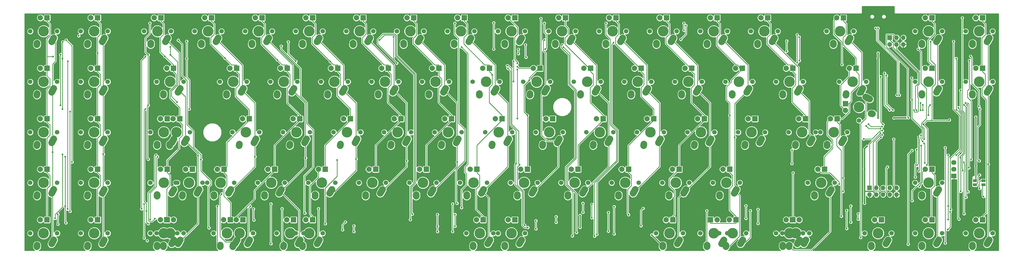
<source format=gtl>
G04 #@! TF.FileFunction,Copper,L1,Top,Signal*
%FSLAX46Y46*%
G04 Gerber Fmt 4.6, Leading zero omitted, Abs format (unit mm)*
G04 Created by KiCad (PCBNEW 4.0.3-stable) date Sunday, November 27, 2016 'PMt' 05:54:45 PM*
%MOMM*%
%LPD*%
G01*
G04 APERTURE LIST*
%ADD10C,0.150000*%
%ADD11C,0.600000*%
%ADD12C,3.987810*%
%ADD13C,1.701810*%
%ADD14C,2.500000*%
%ADD15R,2.000000X2.000000*%
%ADD16C,2.000000*%
%ADD17R,1.600000X1.000000*%
%ADD18R,1.727200X1.727200*%
%ADD19O,1.727200X1.727200*%
%ADD20R,2.032000X1.727200*%
%ADD21O,2.032000X1.727200*%
%ADD22C,0.685800*%
%ADD23C,0.254000*%
%ADD24C,0.381000*%
%ADD25C,0.508000*%
%ADD26C,0.203200*%
G04 APERTURE END LIST*
D10*
D11*
X385826000Y-36830000D03*
X358140000Y-35814000D03*
X365760000Y-71374000D03*
X247904000Y-70866000D03*
X273812000Y-71374000D03*
X312674000Y-72136000D03*
X350774000Y-56642000D03*
X349250000Y-43434000D03*
X383032000Y-49530000D03*
X387858000Y-49784000D03*
X391795000Y-54610000D03*
X396240000Y-66675000D03*
X396240000Y-100965000D03*
X368935000Y-93345000D03*
X381000000Y-109855000D03*
X342646000Y-90170000D03*
X307213000Y-37211000D03*
X231267000Y-37465000D03*
X222377000Y-57150000D03*
X214503000Y-72263000D03*
X192405000Y-45720000D03*
X196215000Y-45720000D03*
X196215000Y-57785000D03*
X172720000Y-57785000D03*
X191770000Y-57785000D03*
X158115000Y-78740000D03*
X90170000Y-73025000D03*
X97790000Y-94615000D03*
X128905000Y-83185000D03*
X204470000Y-24765000D03*
X354457000Y-59182000D03*
X373507000Y-64643000D03*
X374269000Y-74930000D03*
X361188000Y-77089000D03*
X354076000Y-74549000D03*
X89662000Y-102997000D03*
X63817500Y-89789000D03*
X64389000Y-41275000D03*
X64389000Y-68707000D03*
X77216000Y-87439500D03*
X78486000Y-80010000D03*
X78486000Y-70548500D03*
X78803500Y-60642500D03*
X78803500Y-49720500D03*
D12*
X83343750Y-66675000D03*
D13*
X88423750Y-66675000D03*
X78263750Y-66675000D03*
D14*
X87154203Y-69215046D02*
X86343297Y-70674954D01*
X80843474Y-71175672D02*
X80804026Y-71754328D01*
D15*
X84613750Y-61595000D03*
D16*
X82073750Y-61595000D03*
D11*
X163195000Y-57785000D03*
X124460000Y-57150000D03*
X78740000Y-41275000D03*
X34290000Y-44450000D03*
X33655000Y-24765000D03*
X45720000Y-26670000D03*
X34290000Y-102870000D03*
X53340000Y-93980000D03*
X53340000Y-79375000D03*
X53340000Y-57150000D03*
X280035000Y-106680000D03*
X311150000Y-86995000D03*
X323850000Y-73025000D03*
X343535000Y-71755000D03*
X361315000Y-80645000D03*
X362585000Y-50165000D03*
X357505000Y-50165000D03*
X366522000Y-37084000D03*
X342900000Y-25400000D03*
X377825000Y-26035000D03*
X395605000Y-36195000D03*
X381000000Y-63500000D03*
X381000000Y-60960000D03*
X379730000Y-57785000D03*
X380365000Y-71755000D03*
X373380000Y-69850000D03*
X365760000Y-63500000D03*
X332740000Y-57785000D03*
X325755000Y-29845000D03*
X306705000Y-57150000D03*
X258445000Y-57785000D03*
X182880000Y-57785000D03*
X190500000Y-106045000D03*
X153035000Y-106680000D03*
X96520000Y-106680000D03*
X114935000Y-85725000D03*
X133350000Y-85725000D03*
X153035000Y-85725000D03*
X171450000Y-85725000D03*
X190500000Y-85725000D03*
X209550000Y-85725000D03*
X228600000Y-85725000D03*
X241300000Y-83185000D03*
X280035000Y-83185000D03*
X285750000Y-87122000D03*
X266700000Y-87122000D03*
X266700000Y-109728000D03*
X221996000Y-109347000D03*
X247650000Y-99187000D03*
X235585000Y-107315000D03*
X242887500Y-95885000D03*
X391160000Y-72644000D03*
D12*
X38100000Y-28575000D03*
D13*
X43180000Y-28575000D03*
X33020000Y-28575000D03*
D14*
X41910453Y-31115046D02*
X41099547Y-32574954D01*
X35599724Y-33075672D02*
X35560276Y-33654328D01*
D15*
X39370000Y-23495000D03*
D16*
X36830000Y-23495000D03*
D12*
X57150000Y-28575000D03*
D13*
X62230000Y-28575000D03*
X52070000Y-28575000D03*
D14*
X60960453Y-31115046D02*
X60149547Y-32574954D01*
X54649724Y-33075672D02*
X54610276Y-33654328D01*
D15*
X58420000Y-23495000D03*
D16*
X55880000Y-23495000D03*
D12*
X80962500Y-28575000D03*
D13*
X86042500Y-28575000D03*
X75882500Y-28575000D03*
D14*
X84772953Y-31115046D02*
X83962047Y-32574954D01*
X78462224Y-33075672D02*
X78422776Y-33654328D01*
D15*
X82232500Y-23495000D03*
D16*
X79692500Y-23495000D03*
D12*
X100012500Y-28575000D03*
D13*
X105092500Y-28575000D03*
X94932500Y-28575000D03*
D14*
X103822953Y-31115046D02*
X103012047Y-32574954D01*
X97512224Y-33075672D02*
X97472776Y-33654328D01*
D15*
X101282500Y-23495000D03*
D16*
X98742500Y-23495000D03*
D12*
X119062500Y-28575000D03*
D13*
X124142500Y-28575000D03*
X113982500Y-28575000D03*
D14*
X122872953Y-31115046D02*
X122062047Y-32574954D01*
X116562224Y-33075672D02*
X116522776Y-33654328D01*
D15*
X120332500Y-23495000D03*
D16*
X117792500Y-23495000D03*
D12*
X138112500Y-28575000D03*
D13*
X143192500Y-28575000D03*
X133032500Y-28575000D03*
D14*
X141922953Y-31115046D02*
X141112047Y-32574954D01*
X135612224Y-33075672D02*
X135572776Y-33654328D01*
D15*
X139382500Y-23495000D03*
D16*
X136842500Y-23495000D03*
D12*
X157162500Y-28575000D03*
D13*
X162242500Y-28575000D03*
X152082500Y-28575000D03*
D14*
X160972953Y-31115046D02*
X160162047Y-32574954D01*
X154662224Y-33075672D02*
X154622776Y-33654328D01*
D15*
X158432500Y-23495000D03*
D16*
X155892500Y-23495000D03*
D12*
X176212500Y-28575000D03*
D13*
X181292500Y-28575000D03*
X171132500Y-28575000D03*
D14*
X180022953Y-31115046D02*
X179212047Y-32574954D01*
X173712224Y-33075672D02*
X173672776Y-33654328D01*
D15*
X177482500Y-23495000D03*
D16*
X174942500Y-23495000D03*
D12*
X195262500Y-28575000D03*
D13*
X200342500Y-28575000D03*
X190182500Y-28575000D03*
D14*
X199072953Y-31115046D02*
X198262047Y-32574954D01*
X192762224Y-33075672D02*
X192722776Y-33654328D01*
D15*
X196532500Y-23495000D03*
D16*
X193992500Y-23495000D03*
D12*
X214312500Y-28575000D03*
D13*
X219392500Y-28575000D03*
X209232500Y-28575000D03*
D14*
X218122953Y-31115046D02*
X217312047Y-32574954D01*
X211812224Y-33075672D02*
X211772776Y-33654328D01*
D15*
X215582500Y-23495000D03*
D16*
X213042500Y-23495000D03*
D12*
X233362500Y-28575000D03*
D13*
X238442500Y-28575000D03*
X228282500Y-28575000D03*
D14*
X237172953Y-31115046D02*
X236362047Y-32574954D01*
X230862224Y-33075672D02*
X230822776Y-33654328D01*
D15*
X234632500Y-23495000D03*
D16*
X232092500Y-23495000D03*
D12*
X252412500Y-28575000D03*
D13*
X257492500Y-28575000D03*
X247332500Y-28575000D03*
D14*
X256222953Y-31115046D02*
X255412047Y-32574954D01*
X249912224Y-33075672D02*
X249872776Y-33654328D01*
D15*
X253682500Y-23495000D03*
D16*
X251142500Y-23495000D03*
D12*
X271462500Y-28575000D03*
D13*
X276542500Y-28575000D03*
X266382500Y-28575000D03*
D14*
X275272953Y-31115046D02*
X274462047Y-32574954D01*
X268962224Y-33075672D02*
X268922776Y-33654328D01*
D15*
X272732500Y-23495000D03*
D16*
X270192500Y-23495000D03*
D12*
X290512500Y-28575000D03*
D13*
X295592500Y-28575000D03*
X285432500Y-28575000D03*
D14*
X294322953Y-31115046D02*
X293512047Y-32574954D01*
X288012224Y-33075672D02*
X287972776Y-33654328D01*
D15*
X291782500Y-23495000D03*
D16*
X289242500Y-23495000D03*
D12*
X309562500Y-28575000D03*
D13*
X314642500Y-28575000D03*
X304482500Y-28575000D03*
D14*
X313372953Y-31115046D02*
X312562047Y-32574954D01*
X307062224Y-33075672D02*
X307022776Y-33654328D01*
D15*
X310832500Y-23495000D03*
D16*
X308292500Y-23495000D03*
D12*
X338137500Y-28575000D03*
D13*
X343217500Y-28575000D03*
X333057500Y-28575000D03*
D14*
X341947953Y-31115046D02*
X341137047Y-32574954D01*
X335637224Y-33075672D02*
X335597776Y-33654328D01*
D15*
X339407500Y-23495000D03*
D16*
X336867500Y-23495000D03*
D12*
X371475000Y-28575000D03*
D13*
X376555000Y-28575000D03*
X366395000Y-28575000D03*
D14*
X375285453Y-31115046D02*
X374474547Y-32574954D01*
X368974724Y-33075672D02*
X368935276Y-33654328D01*
D15*
X372745000Y-23495000D03*
D16*
X370205000Y-23495000D03*
D12*
X390525000Y-28575000D03*
D13*
X395605000Y-28575000D03*
X385445000Y-28575000D03*
D14*
X394335453Y-31115046D02*
X393524547Y-32574954D01*
X388024724Y-33075672D02*
X387985276Y-33654328D01*
D15*
X391795000Y-23495000D03*
D16*
X389255000Y-23495000D03*
D12*
X38100000Y-47625000D03*
D13*
X43180000Y-47625000D03*
X33020000Y-47625000D03*
D14*
X41910453Y-50165046D02*
X41099547Y-51624954D01*
X35599724Y-52125672D02*
X35560276Y-52704328D01*
D15*
X39370000Y-42545000D03*
D16*
X36830000Y-42545000D03*
D12*
X57150000Y-47625000D03*
D13*
X62230000Y-47625000D03*
X52070000Y-47625000D03*
D14*
X60960453Y-50165046D02*
X60149547Y-51624954D01*
X54649724Y-52125672D02*
X54610276Y-52704328D01*
D15*
X58420000Y-42545000D03*
D16*
X55880000Y-42545000D03*
D12*
X85725000Y-47625000D03*
D13*
X90805000Y-47625000D03*
X80645000Y-47625000D03*
D14*
X89535453Y-50165046D02*
X88724547Y-51624954D01*
X83224724Y-52125672D02*
X83185276Y-52704328D01*
D15*
X86995000Y-42545000D03*
D16*
X84455000Y-42545000D03*
D12*
X109537500Y-47625000D03*
D13*
X114617500Y-47625000D03*
X104457500Y-47625000D03*
D14*
X113347953Y-50165046D02*
X112537047Y-51624954D01*
X107037224Y-52125672D02*
X106997776Y-52704328D01*
D15*
X110807500Y-42545000D03*
D16*
X108267500Y-42545000D03*
D12*
X128587500Y-47625000D03*
D13*
X133667500Y-47625000D03*
X123507500Y-47625000D03*
D14*
X132397953Y-50165046D02*
X131587047Y-51624954D01*
X126087224Y-52125672D02*
X126047776Y-52704328D01*
D15*
X129857500Y-42545000D03*
D16*
X127317500Y-42545000D03*
D12*
X147637500Y-47625000D03*
D13*
X152717500Y-47625000D03*
X142557500Y-47625000D03*
D14*
X151447953Y-50165046D02*
X150637047Y-51624954D01*
X145137224Y-52125672D02*
X145097776Y-52704328D01*
D15*
X148907500Y-42545000D03*
D16*
X146367500Y-42545000D03*
D12*
X166687500Y-47625000D03*
D13*
X171767500Y-47625000D03*
X161607500Y-47625000D03*
D14*
X170497953Y-50165046D02*
X169687047Y-51624954D01*
X164187224Y-52125672D02*
X164147776Y-52704328D01*
D15*
X167957500Y-42545000D03*
D16*
X165417500Y-42545000D03*
D12*
X185737500Y-47625000D03*
D13*
X190817500Y-47625000D03*
X180657500Y-47625000D03*
D14*
X189547953Y-50165046D02*
X188737047Y-51624954D01*
X183237224Y-52125672D02*
X183197776Y-52704328D01*
D15*
X187007500Y-42545000D03*
D16*
X184467500Y-42545000D03*
D12*
X204787500Y-47625000D03*
D13*
X209867500Y-47625000D03*
X199707500Y-47625000D03*
D14*
X208597953Y-50165046D02*
X207787047Y-51624954D01*
X202287224Y-52125672D02*
X202247776Y-52704328D01*
D15*
X206057500Y-42545000D03*
D16*
X203517500Y-42545000D03*
D12*
X223837500Y-47625000D03*
D13*
X228917500Y-47625000D03*
X218757500Y-47625000D03*
D14*
X227647953Y-50165046D02*
X226837047Y-51624954D01*
X221337224Y-52125672D02*
X221297776Y-52704328D01*
D15*
X225107500Y-42545000D03*
D16*
X222567500Y-42545000D03*
D12*
X242887500Y-47625000D03*
D13*
X247967500Y-47625000D03*
X237807500Y-47625000D03*
D14*
X246697953Y-50165046D02*
X245887047Y-51624954D01*
X240387224Y-52125672D02*
X240347776Y-52704328D01*
D15*
X244157500Y-42545000D03*
D16*
X241617500Y-42545000D03*
D12*
X261937500Y-47625000D03*
D13*
X267017500Y-47625000D03*
X256857500Y-47625000D03*
D14*
X265747953Y-50165046D02*
X264937047Y-51624954D01*
X259437224Y-52125672D02*
X259397776Y-52704328D01*
D15*
X263207500Y-42545000D03*
D16*
X260667500Y-42545000D03*
D12*
X280987500Y-47625000D03*
D13*
X286067500Y-47625000D03*
X275907500Y-47625000D03*
D14*
X284797953Y-50165046D02*
X283987047Y-51624954D01*
X278487224Y-52125672D02*
X278447776Y-52704328D01*
D15*
X282257500Y-42545000D03*
D16*
X279717500Y-42545000D03*
D12*
X300037500Y-47625000D03*
D13*
X305117500Y-47625000D03*
X294957500Y-47625000D03*
D14*
X303847953Y-50165046D02*
X303037047Y-51624954D01*
X297537224Y-52125672D02*
X297497776Y-52704328D01*
D15*
X301307500Y-42545000D03*
D16*
X298767500Y-42545000D03*
D12*
X319087500Y-47625000D03*
D13*
X324167500Y-47625000D03*
X314007500Y-47625000D03*
D14*
X322897953Y-50165046D02*
X322087047Y-51624954D01*
X316587224Y-52125672D02*
X316547776Y-52704328D01*
D15*
X320357500Y-42545000D03*
D16*
X317817500Y-42545000D03*
D12*
X342900000Y-47625000D03*
D13*
X347980000Y-47625000D03*
X337820000Y-47625000D03*
D14*
X346710453Y-50165046D02*
X345899547Y-51624954D01*
X340399724Y-52125672D02*
X340360276Y-52704328D01*
D15*
X344170000Y-42545000D03*
D16*
X341630000Y-42545000D03*
D12*
X345281250Y-57150000D03*
D13*
X345281250Y-52070000D03*
X345281250Y-62230000D03*
D14*
X347821296Y-53339547D02*
X349281204Y-54150453D01*
X349781922Y-59650276D02*
X350360578Y-59689724D01*
D15*
X340201250Y-55880000D03*
D16*
X340201250Y-58420000D03*
D12*
X371475000Y-47625000D03*
D13*
X376555000Y-47625000D03*
X366395000Y-47625000D03*
D14*
X375285453Y-50165046D02*
X374474547Y-51624954D01*
X368974724Y-52125672D02*
X368935276Y-52704328D01*
D15*
X372745000Y-42545000D03*
D16*
X370205000Y-42545000D03*
D12*
X390525000Y-47625000D03*
D13*
X395605000Y-47625000D03*
X385445000Y-47625000D03*
D14*
X394335453Y-50165046D02*
X393524547Y-51624954D01*
X388024724Y-52125672D02*
X387985276Y-52704328D01*
D15*
X391795000Y-42545000D03*
D16*
X389255000Y-42545000D03*
D12*
X38100000Y-66675000D03*
D13*
X43180000Y-66675000D03*
X33020000Y-66675000D03*
D14*
X41910453Y-69215046D02*
X41099547Y-70674954D01*
X35599724Y-71175672D02*
X35560276Y-71754328D01*
D15*
X39370000Y-61595000D03*
D16*
X36830000Y-61595000D03*
D12*
X57150000Y-66675000D03*
D13*
X62230000Y-66675000D03*
X52070000Y-66675000D03*
D14*
X60960453Y-69215046D02*
X60149547Y-70674954D01*
X54649724Y-71175672D02*
X54610276Y-71754328D01*
D15*
X58420000Y-61595000D03*
D16*
X55880000Y-61595000D03*
D12*
X88106250Y-66675000D03*
D13*
X93186250Y-66675000D03*
X83026250Y-66675000D03*
D14*
X91916703Y-69215046D02*
X91105797Y-70674954D01*
X85605974Y-71175672D02*
X85566526Y-71754328D01*
D15*
X89376250Y-61595000D03*
D16*
X86836250Y-61595000D03*
D12*
X114300000Y-66675000D03*
D13*
X119380000Y-66675000D03*
X109220000Y-66675000D03*
D14*
X118110453Y-69215046D02*
X117299547Y-70674954D01*
X111799724Y-71175672D02*
X111760276Y-71754328D01*
D15*
X115570000Y-61595000D03*
D16*
X113030000Y-61595000D03*
D12*
X133350000Y-66675000D03*
D13*
X138430000Y-66675000D03*
X128270000Y-66675000D03*
D14*
X137160453Y-69215046D02*
X136349547Y-70674954D01*
X130849724Y-71175672D02*
X130810276Y-71754328D01*
D15*
X134620000Y-61595000D03*
D16*
X132080000Y-61595000D03*
D12*
X152400000Y-66675000D03*
D13*
X157480000Y-66675000D03*
X147320000Y-66675000D03*
D14*
X156210453Y-69215046D02*
X155399547Y-70674954D01*
X149899724Y-71175672D02*
X149860276Y-71754328D01*
D15*
X153670000Y-61595000D03*
D16*
X151130000Y-61595000D03*
D12*
X171450000Y-66675000D03*
D13*
X176530000Y-66675000D03*
X166370000Y-66675000D03*
D14*
X175260453Y-69215046D02*
X174449547Y-70674954D01*
X168949724Y-71175672D02*
X168910276Y-71754328D01*
D15*
X172720000Y-61595000D03*
D16*
X170180000Y-61595000D03*
D12*
X190500000Y-66675000D03*
D13*
X195580000Y-66675000D03*
X185420000Y-66675000D03*
D14*
X194310453Y-69215046D02*
X193499547Y-70674954D01*
X187999724Y-71175672D02*
X187960276Y-71754328D01*
D15*
X191770000Y-61595000D03*
D16*
X189230000Y-61595000D03*
D12*
X209550000Y-66675000D03*
D13*
X214630000Y-66675000D03*
X204470000Y-66675000D03*
D14*
X213360453Y-69215046D02*
X212549547Y-70674954D01*
X207049724Y-71175672D02*
X207010276Y-71754328D01*
D15*
X210820000Y-61595000D03*
D16*
X208280000Y-61595000D03*
D12*
X228600000Y-66675000D03*
D13*
X233680000Y-66675000D03*
X223520000Y-66675000D03*
D14*
X232410453Y-69215046D02*
X231599547Y-70674954D01*
X226099724Y-71175672D02*
X226060276Y-71754328D01*
D15*
X229870000Y-61595000D03*
D16*
X227330000Y-61595000D03*
D12*
X247650000Y-66675000D03*
D13*
X252730000Y-66675000D03*
X242570000Y-66675000D03*
D14*
X251460453Y-69215046D02*
X250649547Y-70674954D01*
X245149724Y-71175672D02*
X245110276Y-71754328D01*
D15*
X248920000Y-61595000D03*
D16*
X246380000Y-61595000D03*
D12*
X266700000Y-66675000D03*
D13*
X271780000Y-66675000D03*
X261620000Y-66675000D03*
D14*
X270510453Y-69215046D02*
X269699547Y-70674954D01*
X264199724Y-71175672D02*
X264160276Y-71754328D01*
D15*
X267970000Y-61595000D03*
D16*
X265430000Y-61595000D03*
D12*
X285750000Y-66675000D03*
D13*
X290830000Y-66675000D03*
X280670000Y-66675000D03*
D14*
X289560453Y-69215046D02*
X288749547Y-70674954D01*
X283249724Y-71175672D02*
X283210276Y-71754328D01*
D15*
X287020000Y-61595000D03*
D16*
X284480000Y-61595000D03*
D12*
X304800000Y-66675000D03*
D13*
X309880000Y-66675000D03*
X299720000Y-66675000D03*
D14*
X308610453Y-69215046D02*
X307799547Y-70674954D01*
X302299724Y-71175672D02*
X302260276Y-71754328D01*
D15*
X306070000Y-61595000D03*
D16*
X303530000Y-61595000D03*
D12*
X335756250Y-66675000D03*
D13*
X340836250Y-66675000D03*
X330676250Y-66675000D03*
D14*
X339566703Y-69215046D02*
X338755797Y-70674954D01*
X333255974Y-71175672D02*
X333216526Y-71754328D01*
D15*
X337026250Y-61595000D03*
D16*
X334486250Y-61595000D03*
D12*
X323850000Y-66675000D03*
D13*
X328930000Y-66675000D03*
X318770000Y-66675000D03*
D14*
X327660453Y-69215046D02*
X326849547Y-70674954D01*
X321349724Y-71175672D02*
X321310276Y-71754328D01*
D15*
X325120000Y-61595000D03*
D16*
X322580000Y-61595000D03*
D12*
X38100000Y-85725000D03*
D13*
X43180000Y-85725000D03*
X33020000Y-85725000D03*
D14*
X41910453Y-88265046D02*
X41099547Y-89724954D01*
X35599724Y-90225672D02*
X35560276Y-90804328D01*
D15*
X39370000Y-80645000D03*
D16*
X36830000Y-80645000D03*
D12*
X57150000Y-85725000D03*
D13*
X62230000Y-85725000D03*
X52070000Y-85725000D03*
D14*
X60960453Y-88265046D02*
X60149547Y-89724954D01*
X54649724Y-90225672D02*
X54610276Y-90804328D01*
D15*
X58420000Y-80645000D03*
D16*
X55880000Y-80645000D03*
D12*
X92868750Y-85725000D03*
D13*
X97948750Y-85725000D03*
X87788750Y-85725000D03*
D14*
X96679203Y-88265046D02*
X95868297Y-89724954D01*
X90368474Y-90225672D02*
X90329026Y-90804328D01*
D15*
X94138750Y-80645000D03*
D16*
X91598750Y-80645000D03*
D12*
X83343750Y-85725000D03*
D13*
X88423750Y-85725000D03*
X78263750Y-85725000D03*
D14*
X87154203Y-88265046D02*
X86343297Y-89724954D01*
X80843474Y-90225672D02*
X80804026Y-90804328D01*
D15*
X84613750Y-80645000D03*
D16*
X82073750Y-80645000D03*
D12*
X104775000Y-85725000D03*
D13*
X109855000Y-85725000D03*
X99695000Y-85725000D03*
D14*
X108585453Y-88265046D02*
X107774547Y-89724954D01*
X102274724Y-90225672D02*
X102235276Y-90804328D01*
D15*
X106045000Y-80645000D03*
D16*
X103505000Y-80645000D03*
D12*
X123825000Y-85725000D03*
D13*
X128905000Y-85725000D03*
X118745000Y-85725000D03*
D14*
X127635453Y-88265046D02*
X126824547Y-89724954D01*
X121324724Y-90225672D02*
X121285276Y-90804328D01*
D15*
X125095000Y-80645000D03*
D16*
X122555000Y-80645000D03*
D12*
X142875000Y-85725000D03*
D13*
X147955000Y-85725000D03*
X137795000Y-85725000D03*
D14*
X146685453Y-88265046D02*
X145874547Y-89724954D01*
X140374724Y-90225672D02*
X140335276Y-90804328D01*
D15*
X144145000Y-80645000D03*
D16*
X141605000Y-80645000D03*
D12*
X161925000Y-85725000D03*
D13*
X167005000Y-85725000D03*
X156845000Y-85725000D03*
D14*
X165735453Y-88265046D02*
X164924547Y-89724954D01*
X159424724Y-90225672D02*
X159385276Y-90804328D01*
D15*
X163195000Y-80645000D03*
D16*
X160655000Y-80645000D03*
D12*
X180975000Y-85725000D03*
D13*
X186055000Y-85725000D03*
X175895000Y-85725000D03*
D14*
X184785453Y-88265046D02*
X183974547Y-89724954D01*
X178474724Y-90225672D02*
X178435276Y-90804328D01*
D15*
X182245000Y-80645000D03*
D16*
X179705000Y-80645000D03*
D12*
X200025000Y-85725000D03*
D13*
X205105000Y-85725000D03*
X194945000Y-85725000D03*
D14*
X203835453Y-88265046D02*
X203024547Y-89724954D01*
X197524724Y-90225672D02*
X197485276Y-90804328D01*
D15*
X201295000Y-80645000D03*
D16*
X198755000Y-80645000D03*
D12*
X219075000Y-85725000D03*
D13*
X224155000Y-85725000D03*
X213995000Y-85725000D03*
D14*
X222885453Y-88265046D02*
X222074547Y-89724954D01*
X216574724Y-90225672D02*
X216535276Y-90804328D01*
D15*
X220345000Y-80645000D03*
D16*
X217805000Y-80645000D03*
D12*
X238125000Y-85725000D03*
D13*
X243205000Y-85725000D03*
X233045000Y-85725000D03*
D14*
X241935453Y-88265046D02*
X241124547Y-89724954D01*
X235624724Y-90225672D02*
X235585276Y-90804328D01*
D15*
X239395000Y-80645000D03*
D16*
X236855000Y-80645000D03*
D12*
X257175000Y-85725000D03*
D13*
X262255000Y-85725000D03*
X252095000Y-85725000D03*
D14*
X260985453Y-88265046D02*
X260174547Y-89724954D01*
X254674724Y-90225672D02*
X254635276Y-90804328D01*
D15*
X258445000Y-80645000D03*
D16*
X255905000Y-80645000D03*
D12*
X276225000Y-85725000D03*
D13*
X281305000Y-85725000D03*
X271145000Y-85725000D03*
D14*
X280035453Y-88265046D02*
X279224547Y-89724954D01*
X273724724Y-90225672D02*
X273685276Y-90804328D01*
D15*
X277495000Y-80645000D03*
D16*
X274955000Y-80645000D03*
D12*
X295275000Y-85725000D03*
D13*
X300355000Y-85725000D03*
X290195000Y-85725000D03*
D14*
X299085453Y-88265046D02*
X298274547Y-89724954D01*
X292774724Y-90225672D02*
X292735276Y-90804328D01*
D15*
X296545000Y-80645000D03*
D16*
X294005000Y-80645000D03*
D12*
X330993750Y-85725000D03*
D13*
X336073750Y-85725000D03*
X325913750Y-85725000D03*
D14*
X334804203Y-88265046D02*
X333993297Y-89724954D01*
X328493474Y-90225672D02*
X328454026Y-90804328D01*
D15*
X332263750Y-80645000D03*
D16*
X329723750Y-80645000D03*
D12*
X371475000Y-85725000D03*
D13*
X376555000Y-85725000D03*
X366395000Y-85725000D03*
D14*
X375285453Y-88265046D02*
X374474547Y-89724954D01*
X368974724Y-90225672D02*
X368935276Y-90804328D01*
D15*
X372745000Y-80645000D03*
D16*
X370205000Y-80645000D03*
D12*
X38100000Y-104775000D03*
D13*
X43180000Y-104775000D03*
X33020000Y-104775000D03*
D14*
X41910453Y-107315046D02*
X41099547Y-108774954D01*
X35599724Y-109275672D02*
X35560276Y-109854328D01*
D15*
X39370000Y-99695000D03*
D16*
X36830000Y-99695000D03*
D12*
X57150000Y-104775000D03*
D13*
X62230000Y-104775000D03*
X52070000Y-104775000D03*
D14*
X60960453Y-107315046D02*
X60149547Y-108774954D01*
X54649724Y-109275672D02*
X54610276Y-109854328D01*
D15*
X58420000Y-99695000D03*
D16*
X55880000Y-99695000D03*
D12*
X83343750Y-104775000D03*
D13*
X88423750Y-104775000D03*
X78263750Y-104775000D03*
D14*
X87154203Y-107315046D02*
X86343297Y-108774954D01*
X80843474Y-109275672D02*
X80804026Y-109854328D01*
D15*
X84613750Y-99695000D03*
D16*
X82073750Y-99695000D03*
D12*
X107156250Y-104775000D03*
D13*
X112236250Y-104775000D03*
X102076250Y-104775000D03*
D14*
X110966703Y-107315046D02*
X110155797Y-108774954D01*
X104655974Y-109275672D02*
X104616526Y-109854328D01*
D15*
X108426250Y-99695000D03*
D16*
X105886250Y-99695000D03*
D12*
X111918750Y-104775000D03*
D13*
X116998750Y-104775000D03*
X106838750Y-104775000D03*
D14*
X115729203Y-107315046D02*
X114918297Y-108774954D01*
X109418474Y-109275672D02*
X109379026Y-109854328D01*
D15*
X113188750Y-99695000D03*
D16*
X110648750Y-99695000D03*
D12*
X130968750Y-104775000D03*
D13*
X136048750Y-104775000D03*
X125888750Y-104775000D03*
D14*
X134779203Y-107315046D02*
X133968297Y-108774954D01*
X128468474Y-109275672D02*
X128429026Y-109854328D01*
D15*
X132238750Y-99695000D03*
D16*
X129698750Y-99695000D03*
D12*
X138112500Y-104775000D03*
D13*
X143192500Y-104775000D03*
X133032500Y-104775000D03*
D14*
X141922953Y-107315046D02*
X141112047Y-108774954D01*
X135612224Y-109275672D02*
X135572776Y-109854328D01*
D15*
X139382500Y-99695000D03*
D16*
X136842500Y-99695000D03*
D12*
X202406250Y-104775000D03*
D13*
X207486250Y-104775000D03*
X197326250Y-104775000D03*
D14*
X206216703Y-107315046D02*
X205405797Y-108774954D01*
X199905974Y-109275672D02*
X199866526Y-109854328D01*
D15*
X203676250Y-99695000D03*
D16*
X201136250Y-99695000D03*
D12*
X214312500Y-104775000D03*
D13*
X219392500Y-104775000D03*
X209232500Y-104775000D03*
D14*
X218122953Y-107315046D02*
X217312047Y-108774954D01*
X211812224Y-109275672D02*
X211772776Y-109854328D01*
D15*
X215582500Y-99695000D03*
D16*
X213042500Y-99695000D03*
D12*
X273843750Y-104775000D03*
D13*
X278923750Y-104775000D03*
X268763750Y-104775000D03*
D14*
X277654203Y-107315046D02*
X276843297Y-108774954D01*
X271343474Y-109275672D02*
X271304026Y-109854328D01*
D15*
X275113750Y-99695000D03*
D16*
X272573750Y-99695000D03*
D12*
X297656250Y-104775000D03*
D13*
X302736250Y-104775000D03*
X292576250Y-104775000D03*
D14*
X301466703Y-107315046D02*
X300655797Y-108774954D01*
X295155974Y-109275672D02*
X295116526Y-109854328D01*
D15*
X298926250Y-99695000D03*
D16*
X296386250Y-99695000D03*
D12*
X319087500Y-104775000D03*
D13*
X324167500Y-104775000D03*
X314007500Y-104775000D03*
D14*
X322897953Y-107315046D02*
X322087047Y-108774954D01*
X316587224Y-109275672D02*
X316547776Y-109854328D01*
D15*
X320357500Y-99695000D03*
D16*
X317817500Y-99695000D03*
D12*
X352425000Y-104775000D03*
D13*
X357505000Y-104775000D03*
X347345000Y-104775000D03*
D14*
X356235453Y-107315046D02*
X355424547Y-108774954D01*
X349924724Y-109275672D02*
X349885276Y-109854328D01*
D15*
X353695000Y-99695000D03*
D16*
X351155000Y-99695000D03*
D12*
X371475000Y-104775000D03*
D13*
X376555000Y-104775000D03*
X366395000Y-104775000D03*
D14*
X375285453Y-107315046D02*
X374474547Y-108774954D01*
X368974724Y-109275672D02*
X368935276Y-109854328D01*
D15*
X372745000Y-99695000D03*
D16*
X370205000Y-99695000D03*
D12*
X390525000Y-104775000D03*
D13*
X395605000Y-104775000D03*
X385445000Y-104775000D03*
D14*
X394335453Y-107315046D02*
X393524547Y-108774954D01*
X388024724Y-109275672D02*
X387985276Y-109854328D01*
D15*
X391795000Y-99695000D03*
D16*
X389255000Y-99695000D03*
D12*
X85725000Y-104775000D03*
D13*
X90805000Y-104775000D03*
X80645000Y-104775000D03*
D14*
X88724547Y-108774954D02*
X89535453Y-107315046D01*
X83185276Y-109854328D02*
X83224724Y-109275672D01*
D16*
X86995000Y-99695000D03*
D15*
X84455000Y-99695000D03*
D12*
X290512500Y-104775000D03*
D13*
X295592500Y-104775000D03*
X285432500Y-104775000D03*
D14*
X293512047Y-108774954D02*
X294322953Y-107315046D01*
X287972776Y-109854328D02*
X288012224Y-109275672D01*
D16*
X291782500Y-99695000D03*
D15*
X289242500Y-99695000D03*
D12*
X321468750Y-104775000D03*
D13*
X326548750Y-104775000D03*
X316388750Y-104775000D03*
D14*
X324468297Y-108774954D02*
X325279203Y-107315046D01*
X318929026Y-109854328D02*
X318968474Y-109275672D01*
D16*
X322738750Y-99695000D03*
D15*
X320198750Y-99695000D03*
D17*
X388925000Y-84975000D03*
X388925000Y-86475000D03*
X392125000Y-84975000D03*
X392125000Y-86475000D03*
D11*
X357568500Y-62928500D03*
D18*
X356870000Y-30988000D03*
D19*
X356870000Y-33528000D03*
X359410000Y-30988000D03*
X359410000Y-33528000D03*
X361950000Y-30988000D03*
X361950000Y-33528000D03*
D18*
X349250000Y-87630000D03*
D19*
X349250000Y-90170000D03*
X351790000Y-87630000D03*
X351790000Y-90170000D03*
X354330000Y-87630000D03*
X354330000Y-90170000D03*
X356870000Y-87630000D03*
X356870000Y-90170000D03*
X359410000Y-87630000D03*
X359410000Y-90170000D03*
D20*
X381000000Y-83185000D03*
D21*
X381000000Y-80645000D03*
X381000000Y-78105000D03*
D22*
X226699073Y-25564471D03*
X227080000Y-35310000D03*
X207645000Y-25400000D03*
X207645000Y-35310000D03*
X367538000Y-35310000D03*
X369760500Y-69278500D03*
X365064737Y-46185692D03*
X365188500Y-54356000D03*
X369252500Y-70104000D03*
X319978343Y-78503789D03*
X369760500Y-70929500D03*
X370078000Y-78295500D03*
X319976500Y-73406000D03*
X368688770Y-71717186D03*
X365252000Y-92460000D03*
X75946000Y-93726000D03*
X75946000Y-106553000D03*
X77089000Y-107569000D03*
X192151000Y-104140000D03*
X192151000Y-93726000D03*
X123698000Y-108712000D03*
X123698000Y-93726000D03*
X377736106Y-108458000D03*
X377736106Y-72478894D03*
X115951000Y-94615000D03*
X103505000Y-94615000D03*
X141605000Y-95504000D03*
X127889000Y-95504000D03*
X267168750Y-105410000D03*
X304292000Y-96219792D03*
X287909000Y-96219792D03*
X41505000Y-74168000D03*
X60555000Y-74930000D03*
X96273750Y-75438000D03*
X105156000Y-89916000D03*
X117705000Y-75882500D03*
X136755000Y-76390500D03*
X155795959Y-76719166D03*
X174855000Y-77406500D03*
X193905000Y-77914500D03*
X354838000Y-44386500D03*
X356806500Y-58293000D03*
X226723246Y-31849034D03*
X358013000Y-58293000D03*
X355600000Y-45275500D03*
X353441000Y-45720000D03*
X354266500Y-63690500D03*
X348834149Y-63586349D03*
X353979304Y-64550859D03*
X347936476Y-64259605D03*
X353388005Y-65328220D03*
X298450000Y-68580000D03*
X347026215Y-69210950D03*
X354076000Y-66103500D03*
X339217000Y-83947000D03*
X366458500Y-83566000D03*
X366880235Y-73257504D03*
X339217000Y-89027000D03*
X365221119Y-73574992D03*
X345884500Y-106362500D03*
X363791500Y-108902500D03*
X223012000Y-38671500D03*
X212979000Y-43561000D03*
X212979000Y-46228000D03*
X389255000Y-79375000D03*
X352425000Y-36830000D03*
X240157000Y-102552500D03*
X352425001Y-38798489D03*
X358378000Y-61310000D03*
X362839000Y-61214000D03*
X352448468Y-61310000D03*
X389255000Y-60960000D03*
X240157000Y-98044000D03*
X347345000Y-93472000D03*
X347345000Y-80518000D03*
X348309820Y-71912475D03*
X351536000Y-27432000D03*
X359537000Y-52705000D03*
X352425000Y-27432000D03*
X360426000Y-52705000D03*
X366907161Y-58373330D03*
X363855000Y-61214000D03*
X365960546Y-58375643D03*
X355981000Y-79756000D03*
X370840000Y-78994000D03*
X372237000Y-32512000D03*
X379285500Y-62039500D03*
X369443000Y-63690500D03*
X367792000Y-81280000D03*
X368601346Y-67732704D03*
X219329000Y-101727000D03*
X217432764Y-78901807D03*
X212725000Y-41529000D03*
X220472000Y-102616000D03*
X367128449Y-79111585D03*
X216052636Y-78488708D03*
X367726012Y-68536583D03*
X212979000Y-42545000D03*
X390652000Y-82804000D03*
X386658645Y-80070071D03*
X385381500Y-55626000D03*
X368427000Y-55626000D03*
X368427000Y-58356500D03*
X392176000Y-90932000D03*
X385572000Y-91186000D03*
X384746500Y-56324500D03*
X369316000Y-56324500D03*
X369316000Y-58356500D03*
X390652000Y-87884000D03*
X386334000Y-89154000D03*
X371403008Y-60199985D03*
X385984749Y-56324500D03*
X372110000Y-56388000D03*
X219819079Y-38377851D03*
X219583000Y-33655000D03*
X215138000Y-39878000D03*
X215138000Y-47498000D03*
X244602000Y-93853000D03*
X244602000Y-98933000D03*
X216916000Y-35369500D03*
X216916000Y-37020500D03*
X41654017Y-38115722D03*
X207111606Y-45085000D03*
X58420000Y-36830000D03*
X83740500Y-38036500D03*
X106383725Y-38735000D03*
X126096017Y-39370000D03*
X146050000Y-40005000D03*
X393930000Y-78740000D03*
X383501890Y-50863500D03*
X383406639Y-76183817D03*
X383603500Y-88963500D03*
X338836000Y-41148000D03*
X216535000Y-40640000D03*
X384340101Y-81114899D03*
X384175000Y-23495000D03*
X216535000Y-41910000D03*
X338582000Y-98335366D03*
X216535000Y-61468000D03*
X216535000Y-43053000D03*
X320421000Y-81968851D03*
X337820000Y-86233000D03*
X368046000Y-87122000D03*
X296545000Y-60325000D03*
X258445000Y-97790000D03*
X221004140Y-47117000D03*
X220345000Y-60325000D03*
X225425000Y-23749000D03*
X78105000Y-25491951D03*
X77470000Y-37465000D03*
X77470000Y-56515000D03*
X77470000Y-76835000D03*
X241236500Y-96872500D03*
X241236500Y-93472000D03*
X192976500Y-25563005D03*
X193802000Y-93472000D03*
X302651643Y-94349407D03*
X381889000Y-38850000D03*
X381889000Y-75311000D03*
X382016000Y-58166000D03*
X378841000Y-75311000D03*
X342138000Y-94488000D03*
X302641000Y-99187000D03*
X342138000Y-100584000D03*
X378841000Y-99568000D03*
X378841000Y-94488000D03*
X307200207Y-95778185D03*
X383536289Y-74606653D03*
X382651000Y-57404000D03*
X382905000Y-99441000D03*
X263136339Y-101908250D03*
X263906000Y-95377000D03*
X307213000Y-101092000D03*
X390551000Y-77470000D03*
X390779000Y-57912000D03*
X384810000Y-97409000D03*
X384810000Y-77978000D03*
X344932000Y-97409000D03*
X344932000Y-99441000D03*
X379756179Y-95821511D03*
X340614000Y-102997000D03*
X340614000Y-96139000D03*
X380873000Y-32385000D03*
X250825000Y-104013000D03*
X379595315Y-96689390D03*
X250825000Y-96901000D03*
X378714000Y-103378000D03*
X252984000Y-105029000D03*
X252984000Y-94742000D03*
X238823500Y-104457500D03*
X233934000Y-34544000D03*
X252816743Y-32893000D03*
X246507000Y-105156000D03*
X322707000Y-30734000D03*
X322780222Y-39653992D03*
X386842000Y-39624000D03*
X280035000Y-26416000D03*
X278123000Y-31623000D03*
X387477000Y-76962000D03*
X249936000Y-25527000D03*
X321945000Y-40386000D03*
X321945000Y-29845000D03*
X245618000Y-105854500D03*
X233426000Y-33655000D03*
X237236000Y-105791000D03*
X318008000Y-32258000D03*
X387248000Y-37973000D03*
X318008000Y-36068000D03*
X279273000Y-25527000D03*
X279273000Y-28194000D03*
X390398000Y-56896000D03*
X80374300Y-75238871D03*
X80010000Y-99272068D03*
X176212500Y-99645149D03*
X164655500Y-31877000D03*
X45161200Y-75023758D03*
X42367200Y-99110800D03*
X223520000Y-100076000D03*
X223520000Y-103124000D03*
X80985246Y-75933129D03*
X78168500Y-99568000D03*
X46205225Y-75914809D03*
X46457000Y-100838000D03*
X46228000Y-94488000D03*
X151752696Y-100478007D03*
X150690828Y-103468324D03*
X97384866Y-76898500D03*
X100393500Y-102743000D03*
X88773000Y-31940500D03*
X186420361Y-97667504D03*
X186436000Y-104140000D03*
X154940000Y-101969000D03*
X154940000Y-104140000D03*
X186436000Y-102108000D03*
X231140000Y-98552000D03*
X231140000Y-100625000D03*
X48780504Y-77900398D03*
X144171600Y-101190022D03*
X148653500Y-77152500D03*
X46545500Y-31877000D03*
X193040000Y-97698039D03*
X193040000Y-102108000D03*
X74993500Y-95567500D03*
X76390500Y-38163500D03*
X47180500Y-39878000D03*
X47117000Y-95631000D03*
X117284500Y-99758500D03*
X117094000Y-95567500D03*
X117094000Y-95567500D03*
X76771500Y-96372991D03*
X76390500Y-57912000D03*
X77455156Y-101190083D03*
X48069500Y-58864500D03*
X48006000Y-96520000D03*
X195516500Y-95123000D03*
X195516500Y-34607500D03*
X92900500Y-57912000D03*
X176974500Y-97536000D03*
X169875200Y-30683200D03*
X171094400Y-40589200D03*
X130251200Y-32562800D03*
X133096000Y-39928800D03*
X91948000Y-32359600D03*
X91998800Y-38912800D03*
X45262800Y-32562800D03*
X45212000Y-38862000D03*
X45212000Y-57912000D03*
X43434000Y-97637600D03*
X43434000Y-101346000D03*
X85853771Y-37452831D03*
X88392000Y-55308500D03*
X85852000Y-34480500D03*
X136481589Y-97180879D03*
X127571500Y-34163000D03*
X44450000Y-37350000D03*
X44450000Y-56515000D03*
X51308000Y-30289500D03*
X358330500Y-69278500D03*
X353504500Y-68516500D03*
X354044385Y-67683648D03*
X353376562Y-66954926D03*
D23*
X369760500Y-69278500D02*
X369760500Y-65293983D01*
X369760500Y-65293983D02*
X368769899Y-64303382D01*
X368769899Y-64303382D02*
X368769899Y-63367411D01*
X370646883Y-50128845D02*
X368629941Y-48111903D01*
X368769899Y-63367411D02*
X370646883Y-61490427D01*
X370646883Y-61490427D02*
X370646883Y-50128845D01*
X368629941Y-48111903D02*
X368629941Y-36401941D01*
X368629941Y-36401941D02*
X367538000Y-35310000D01*
X227080000Y-35310000D02*
X227444689Y-34945311D01*
X227444689Y-34945311D02*
X227444689Y-29694083D01*
X227444689Y-29694083D02*
X226699073Y-28948467D01*
X226699073Y-28948467D02*
X226699073Y-26049404D01*
X226699073Y-26049404D02*
X226699073Y-25564471D01*
X207645000Y-35310000D02*
X207645000Y-25400000D01*
X365188500Y-54356000D02*
X365109213Y-54276713D01*
X365109213Y-46230168D02*
X365064737Y-46185692D01*
X365109213Y-54276713D02*
X365109213Y-46230168D01*
X369303290Y-65483365D02*
X365188500Y-61368575D01*
X365188500Y-61368575D02*
X365188500Y-54356000D01*
X369303290Y-68739520D02*
X369303290Y-65483365D01*
X369252500Y-70104000D02*
X368909601Y-69761101D01*
X368909601Y-69761101D02*
X368909601Y-69133209D01*
X368909601Y-69133209D02*
X369303290Y-68739520D01*
X319976500Y-78501946D02*
X319978343Y-78503789D01*
X319976500Y-73406000D02*
X319976500Y-78501946D01*
X370078000Y-78295500D02*
X370078000Y-71247000D01*
X370078000Y-71247000D02*
X369760500Y-70929500D01*
X365252000Y-92460000D02*
X365252000Y-88806929D01*
X365252000Y-88806929D02*
X368688770Y-85370159D01*
X368688770Y-85370159D02*
X368688770Y-72202119D01*
X368688770Y-72202119D02*
X368688770Y-71717186D01*
X75946000Y-106553000D02*
X75946000Y-93726000D01*
X192151000Y-93726000D02*
X192151000Y-104140000D01*
X123698000Y-93726000D02*
X123698000Y-108712000D01*
X377736106Y-75501500D02*
X377736106Y-108458000D01*
X377736106Y-75349106D02*
X377736106Y-75501500D01*
X377736106Y-72478894D02*
X377761500Y-72453500D01*
X377736106Y-75501500D02*
X377736106Y-72478894D01*
X115951000Y-94615000D02*
X115951000Y-94661490D01*
X115951000Y-94661490D02*
X115323750Y-95288740D01*
X115323750Y-95288740D02*
X115323750Y-106035822D01*
X115323750Y-106035822D02*
X115323750Y-108045000D01*
X104636250Y-109565000D02*
X103561718Y-108490468D01*
X103561718Y-108490468D02*
X103561718Y-94671718D01*
X103561718Y-94671718D02*
X103505000Y-94615000D01*
X141605000Y-95504000D02*
X141605000Y-107957500D01*
X141605000Y-107957500D02*
X141517500Y-108045000D01*
X128448750Y-109565000D02*
X128448750Y-107930578D01*
X128448750Y-107930578D02*
X127889000Y-107370828D01*
X127889000Y-107370828D02*
X127889000Y-95504000D01*
D24*
X271323750Y-109565000D02*
X267168750Y-105410000D01*
D23*
X301061250Y-108045000D02*
X302591135Y-108045000D01*
X304292000Y-96704725D02*
X304292000Y-96219792D01*
X302591135Y-108045000D02*
X304292000Y-106344135D01*
X287909000Y-96704725D02*
X287909000Y-96219792D01*
X287992500Y-107930578D02*
X287909000Y-107847078D01*
X287909000Y-107847078D02*
X287909000Y-96704725D01*
X287992500Y-109565000D02*
X287992500Y-107930578D01*
X304292000Y-106344135D02*
X304292000Y-96704725D01*
X41505000Y-31845000D02*
X42494984Y-32834984D01*
X42494984Y-32834984D02*
X42494984Y-39983761D01*
X42494984Y-39983761D02*
X41505000Y-40973745D01*
X41505000Y-40973745D02*
X41505000Y-48885822D01*
X41505000Y-48885822D02*
X41505000Y-50895000D01*
X41505000Y-88995000D02*
X41505000Y-74168000D01*
X41505000Y-74168000D02*
X41505000Y-69945000D01*
X41505000Y-108045000D02*
X41505000Y-88995000D01*
X41505000Y-69945000D02*
X41505000Y-66601962D01*
X41505000Y-66601962D02*
X41505000Y-50895000D01*
X60555000Y-88995000D02*
X60555000Y-74930000D01*
X60555000Y-74930000D02*
X60555000Y-69945000D01*
X60555000Y-108045000D02*
X60555000Y-88995000D01*
X60555000Y-69945000D02*
X60555000Y-50895000D01*
X60555000Y-31845000D02*
X60555000Y-50895000D01*
X91511250Y-69945000D02*
X91511250Y-53276250D01*
X96273750Y-74707500D02*
X91511250Y-69945000D01*
X96273750Y-75438000D02*
X96273750Y-74707500D01*
X96273750Y-88995000D02*
X96273750Y-75438000D01*
X89130000Y-50895000D02*
X89130000Y-36607500D01*
X89130000Y-36607500D02*
X84367500Y-31845000D01*
X91511250Y-53276250D02*
X89130000Y-50895000D01*
X89130000Y-108045000D02*
X90634190Y-106540810D01*
X96273750Y-101054288D02*
X96273750Y-91004178D01*
X90634190Y-106540810D02*
X90787228Y-106540810D01*
X96273750Y-91004178D02*
X96273750Y-88995000D01*
X90787228Y-106540810D02*
X96273750Y-101054288D01*
X110561250Y-108045000D02*
X106642827Y-108045000D01*
X106642827Y-108045000D02*
X104556049Y-105958222D01*
X104556049Y-105958222D02*
X104556049Y-90515951D01*
X104556049Y-90515951D02*
X105156000Y-89916000D01*
X117705000Y-76200000D02*
X117705000Y-75882500D01*
X117705000Y-75882500D02*
X117705000Y-75782721D01*
X117705000Y-79623038D02*
X117705000Y-76200000D01*
X117705000Y-75782721D02*
X117705000Y-74930000D01*
X117705000Y-74930000D02*
X117705000Y-71954178D01*
X108180000Y-88995000D02*
X109684190Y-87490810D01*
X109684190Y-87490810D02*
X109837228Y-87490810D01*
X109837228Y-87490810D02*
X117705000Y-79623038D01*
X117705000Y-71954178D02*
X117705000Y-69945000D01*
X117705000Y-69945000D02*
X117705000Y-55657500D01*
X117705000Y-55657500D02*
X112942500Y-50895000D01*
X112942500Y-50895000D02*
X112942500Y-41370000D01*
X112942500Y-41370000D02*
X103417500Y-31845000D01*
X136755000Y-79623038D02*
X136755000Y-76390500D01*
X136755000Y-76390500D02*
X136755000Y-76239931D01*
X136755000Y-76239931D02*
X136755000Y-71954178D01*
X131992500Y-50895000D02*
X131992500Y-41370000D01*
X131992500Y-41370000D02*
X122467500Y-31845000D01*
X136755000Y-69945000D02*
X136755000Y-55657500D01*
X136755000Y-55657500D02*
X131992500Y-50895000D01*
X127230000Y-88995000D02*
X128734190Y-87490810D01*
X128734190Y-87490810D02*
X128887228Y-87490810D01*
X128887228Y-87490810D02*
X136755000Y-79623038D01*
X136755000Y-71954178D02*
X136755000Y-69945000D01*
X134373750Y-108045000D02*
X134373750Y-96138750D01*
X134373750Y-96138750D02*
X127230000Y-88995000D01*
X146280000Y-88995000D02*
X147809885Y-88995000D01*
X147809885Y-88995000D02*
X155795959Y-81008926D01*
X155795959Y-81008926D02*
X155795959Y-77204099D01*
X155795959Y-77204099D02*
X155795959Y-76719166D01*
X155805000Y-76710125D02*
X155795959Y-76719166D01*
X155805000Y-69945000D02*
X155805000Y-76710125D01*
X155805000Y-69945000D02*
X155805000Y-55657500D01*
X155805000Y-55657500D02*
X151042500Y-50895000D01*
X141517500Y-31845000D02*
X151042500Y-41370000D01*
X151042500Y-41370000D02*
X151042500Y-50895000D01*
X174855000Y-79623038D02*
X174855000Y-77406500D01*
X174855000Y-77406500D02*
X174855000Y-71954178D01*
X170092500Y-50895000D02*
X170092500Y-41370000D01*
X170092500Y-41370000D02*
X160567500Y-31845000D01*
X174855000Y-69945000D02*
X174855000Y-55657500D01*
X174855000Y-55657500D02*
X170092500Y-50895000D01*
X165330000Y-88995000D02*
X166834190Y-87490810D01*
X166834190Y-87490810D02*
X166987228Y-87490810D01*
X166987228Y-87490810D02*
X174855000Y-79623038D01*
X174855000Y-71954178D02*
X174855000Y-69945000D01*
X193905000Y-79623038D02*
X193905000Y-77914500D01*
X193905000Y-77914500D02*
X193905000Y-71954178D01*
X189142500Y-50895000D02*
X189142500Y-41370000D01*
X189142500Y-41370000D02*
X179617500Y-31845000D01*
X193905000Y-69945000D02*
X193905000Y-55657500D01*
X193905000Y-55657500D02*
X189142500Y-50895000D01*
X184380000Y-88995000D02*
X185884190Y-87490810D01*
X185884190Y-87490810D02*
X186037228Y-87490810D01*
X186037228Y-87490810D02*
X193905000Y-79623038D01*
X193905000Y-71954178D02*
X193905000Y-69945000D01*
X354876101Y-52489101D02*
X354876101Y-44424601D01*
X354876101Y-44424601D02*
X354838000Y-44386500D01*
X356806500Y-58293000D02*
X354876101Y-56362601D01*
X354876101Y-56362601D02*
X354876101Y-52489101D01*
X205811250Y-108045000D02*
X205811250Y-91376250D01*
X205811250Y-91376250D02*
X203430000Y-88995000D01*
X203430000Y-88995000D02*
X204934190Y-87490810D01*
X204934190Y-87490810D02*
X205087228Y-87490810D01*
X205087228Y-87490810D02*
X212955000Y-79623038D01*
X212955000Y-79623038D02*
X212955000Y-71954178D01*
X212955000Y-71954178D02*
X212955000Y-69945000D01*
X212955000Y-69945000D02*
X212955000Y-55657500D01*
X212955000Y-55657500D02*
X208192500Y-50895000D01*
X208192500Y-50895000D02*
X208192500Y-41370000D01*
X208192500Y-41370000D02*
X198667500Y-31845000D01*
X232005000Y-69945000D02*
X227859500Y-69945000D01*
X227859500Y-69945000D02*
X225738310Y-67823810D01*
X225738310Y-67823810D02*
X225738310Y-52399190D01*
X225738310Y-52399190D02*
X227242500Y-50895000D01*
X227242500Y-50895000D02*
X227242500Y-36791657D01*
X226380347Y-35929504D02*
X226380347Y-32191933D01*
X227242500Y-36791657D02*
X226380347Y-35929504D01*
X226380347Y-32191933D02*
X226723246Y-31849034D01*
X355600000Y-45275500D02*
X355600000Y-55880000D01*
X355600000Y-55880000D02*
X358013000Y-58293000D01*
X222480000Y-88995000D02*
X223984190Y-87490810D01*
X223984190Y-87490810D02*
X224137228Y-87490810D01*
X224137228Y-87490810D02*
X232005000Y-79623038D01*
X232005000Y-79623038D02*
X232005000Y-71954178D01*
X232005000Y-71954178D02*
X232005000Y-69945000D01*
X354266500Y-63690500D02*
X353441000Y-62865000D01*
X353441000Y-62865000D02*
X353441000Y-45720000D01*
X241530000Y-88995000D02*
X243034190Y-87490810D01*
X243034190Y-87490810D02*
X243187228Y-87490810D01*
X243187228Y-87490810D02*
X251055000Y-79623038D01*
X251055000Y-79623038D02*
X251055000Y-71954178D01*
X251055000Y-71954178D02*
X251055000Y-69945000D01*
X251055000Y-69945000D02*
X251055000Y-55657500D01*
X251055000Y-55657500D02*
X246292500Y-50895000D01*
X246292500Y-50895000D02*
X246292500Y-41370000D01*
X246292500Y-41370000D02*
X236767500Y-31845000D01*
X353979304Y-64550859D02*
X349798659Y-64550859D01*
X349798659Y-64550859D02*
X348834149Y-63586349D01*
X260580000Y-88995000D02*
X262084190Y-87490810D01*
X262084190Y-87490810D02*
X262237228Y-87490810D01*
X262237228Y-87490810D02*
X270105000Y-79623038D01*
X270105000Y-79623038D02*
X270105000Y-71954178D01*
X270105000Y-71954178D02*
X270105000Y-69945000D01*
X270105000Y-69945000D02*
X270105000Y-55657500D01*
X270105000Y-55657500D02*
X265342500Y-50895000D01*
X265342500Y-50895000D02*
X265342500Y-41370000D01*
X265342500Y-41370000D02*
X255817500Y-31845000D01*
X353388005Y-65328220D02*
X349005091Y-65328220D01*
X348279375Y-64602504D02*
X347936476Y-64259605D01*
X349005091Y-65328220D02*
X348279375Y-64602504D01*
X277248750Y-108045000D02*
X277248750Y-91376250D01*
X277248750Y-91376250D02*
X279630000Y-88995000D01*
X279630000Y-88995000D02*
X281134190Y-87490810D01*
X281134190Y-87490810D02*
X281287228Y-87490810D01*
X281287228Y-87490810D02*
X289155000Y-79623038D01*
X289155000Y-79623038D02*
X289155000Y-71954178D01*
X289155000Y-71954178D02*
X289155000Y-69945000D01*
X289155000Y-69945000D02*
X289155000Y-55657500D01*
X289155000Y-55657500D02*
X284392500Y-50895000D01*
X284392500Y-50895000D02*
X284392500Y-41370000D01*
X284392500Y-41370000D02*
X274867500Y-31845000D01*
X298450000Y-55887500D02*
X298450000Y-68580000D01*
X298450000Y-68580000D02*
X298450000Y-86755822D01*
X303442500Y-50895000D02*
X298450000Y-55887500D01*
X298450000Y-86755822D02*
X298680000Y-86985822D01*
X298680000Y-86985822D02*
X298680000Y-88995000D01*
X354076000Y-66103500D02*
X353276080Y-66103500D01*
X353276080Y-66103500D02*
X350168630Y-69210950D01*
X350168630Y-69210950D02*
X347026215Y-69210950D01*
X295136250Y-109565000D02*
X296535475Y-109565000D01*
X296535475Y-109565000D02*
X300256451Y-105844024D01*
X300256451Y-105844024D02*
X300256451Y-90571451D01*
X300256451Y-90571451D02*
X299669984Y-89984984D01*
X299669984Y-89984984D02*
X298680000Y-88995000D01*
X303442500Y-50895000D02*
X303442500Y-41370000D01*
X303442500Y-41370000D02*
X293917500Y-31845000D01*
X339217000Y-89027000D02*
X339217000Y-83947000D01*
X339217000Y-83947000D02*
X339217000Y-70000750D01*
X366880235Y-73257504D02*
X366880235Y-78363609D01*
X366880235Y-78363609D02*
X366455348Y-78788496D01*
X366455348Y-78788496D02*
X366455348Y-83562848D01*
X366455348Y-83562848D02*
X366458500Y-83566000D01*
X322492500Y-50895000D02*
X322492500Y-42121818D01*
X322492500Y-42121818D02*
X312967500Y-32596818D01*
X312967500Y-32596818D02*
X312967500Y-31845000D01*
X339217000Y-70000750D02*
X339161250Y-69945000D01*
X327255000Y-69945000D02*
X327255000Y-67935822D01*
X327255000Y-67935822D02*
X326450201Y-67131023D01*
X326450201Y-67131023D02*
X326450201Y-54852701D01*
X326450201Y-54852701D02*
X323482484Y-51884984D01*
X323482484Y-51884984D02*
X322492500Y-50895000D01*
X327431400Y-111074200D02*
X334398750Y-104106850D01*
X334398750Y-104106850D02*
X334398750Y-88995000D01*
X318948750Y-109565000D02*
X320457950Y-111074200D01*
X320457950Y-111074200D02*
X327431400Y-111074200D01*
X363791500Y-108902500D02*
X363791500Y-75004611D01*
X363791500Y-75004611D02*
X364878220Y-73917891D01*
X364878220Y-73917891D02*
X365221119Y-73574992D01*
X348551250Y-53745000D02*
X348065354Y-53745000D01*
X348065354Y-53745000D02*
X347835518Y-53974836D01*
X347835518Y-53974836D02*
X347835518Y-61369768D01*
X345884500Y-63320786D02*
X345884500Y-106362500D01*
X347835518Y-61369768D02*
X345884500Y-63320786D01*
X346305000Y-50895000D02*
X346305000Y-36607500D01*
X346305000Y-36607500D02*
X341542500Y-31845000D01*
X212979000Y-46228000D02*
X212979000Y-43561000D01*
D24*
X389255000Y-84945000D02*
X389255000Y-79375000D01*
X389255000Y-79375000D02*
X389255000Y-78867000D01*
X389255000Y-78867000D02*
X389255000Y-60960000D01*
D25*
X347345000Y-93472000D02*
X347345000Y-88963500D01*
X347345000Y-88963500D02*
X347345000Y-80518000D01*
D24*
X351790000Y-90170000D02*
X350507301Y-88887301D01*
X350507301Y-88887301D02*
X347421199Y-88887301D01*
X347421199Y-88887301D02*
X347345000Y-88963500D01*
X352425001Y-38798489D02*
X352425001Y-36830001D01*
X352425001Y-36830001D02*
X352425000Y-36830000D01*
X240157000Y-102552500D02*
X240157000Y-98044000D01*
D25*
X352448468Y-38821956D02*
X352425001Y-38798489D01*
X352448468Y-61310000D02*
X352448468Y-38821956D01*
X362839000Y-61214000D02*
X358474000Y-61214000D01*
X358474000Y-61214000D02*
X358378000Y-61310000D01*
X347345000Y-80518000D02*
X347345000Y-72877295D01*
X347345000Y-72877295D02*
X348309820Y-71912475D01*
D24*
X388925000Y-84975000D02*
X389225000Y-84975000D01*
X389225000Y-84975000D02*
X389255000Y-84945000D01*
D26*
X359537000Y-52705000D02*
X359537000Y-52220067D01*
X359537000Y-52220067D02*
X359763100Y-51993967D01*
X359763100Y-51993967D02*
X359763100Y-39863753D01*
X351536000Y-27565809D02*
X351536000Y-27432000D01*
X359763100Y-39863753D02*
X352018590Y-32119243D01*
X352018590Y-32119243D02*
X352018590Y-28048399D01*
X352018590Y-28048399D02*
X351536000Y-27565809D01*
X360214296Y-39740199D02*
X352425000Y-31950903D01*
X352425000Y-31950903D02*
X352425000Y-27432000D01*
X360214296Y-39740199D02*
X360214296Y-52493296D01*
X360214296Y-52493296D02*
X360426000Y-52705000D01*
D23*
X356870000Y-30988000D02*
X356870000Y-31761174D01*
X356870000Y-31761174D02*
X358216199Y-33107373D01*
X358216199Y-33107373D02*
X358216199Y-34848799D01*
X367576106Y-44208706D02*
X361467400Y-38100000D01*
X358216199Y-34848799D02*
X361467400Y-38100000D01*
X366472731Y-49295307D02*
X367576106Y-48191932D01*
X366907161Y-58373330D02*
X366472731Y-57938900D01*
X366472731Y-57938900D02*
X366472731Y-49295307D01*
X367576106Y-48191932D02*
X367576106Y-44208706D01*
X363855000Y-61214000D02*
X363637603Y-60996603D01*
X363637603Y-60996603D02*
X363637603Y-42552836D01*
X363637603Y-42552836D02*
X355676199Y-34591432D01*
X355676199Y-34591432D02*
X355676199Y-29860239D01*
X355676199Y-29860239D02*
X355742239Y-29794199D01*
X355742239Y-29794199D02*
X358216199Y-29794199D01*
X358216199Y-29794199D02*
X359410000Y-30988000D01*
X368033316Y-48381314D02*
X368033316Y-44450000D01*
X359410000Y-33528000D02*
X359410000Y-35396008D01*
X359410000Y-35396008D02*
X368033316Y-44019324D01*
X368033316Y-44019324D02*
X368033316Y-44450000D01*
X365960546Y-58375643D02*
X365960546Y-58860576D01*
X367334800Y-49079830D02*
X368033316Y-48381314D01*
X365960546Y-58860576D02*
X366146401Y-59046431D01*
X366146401Y-59046431D02*
X367267169Y-59046431D01*
X367580262Y-58733338D02*
X367580262Y-53583746D01*
X367267169Y-59046431D02*
X367580262Y-58733338D01*
X367580262Y-53583746D02*
X367334800Y-53338284D01*
X367334800Y-53338284D02*
X367334800Y-49079830D01*
X355981000Y-79756000D02*
X355981000Y-79795478D01*
X355523801Y-88976199D02*
X355193599Y-89306401D01*
X355981000Y-79795478D02*
X355523801Y-80252677D01*
X355523801Y-80252677D02*
X355523801Y-88976199D01*
X355193599Y-89306401D02*
X354330000Y-90170000D01*
X369443000Y-63690500D02*
X370967000Y-65214500D01*
X370967000Y-65214500D02*
X370967000Y-78867000D01*
X370967000Y-78867000D02*
X370840000Y-78994000D01*
X372237000Y-32512000D02*
X372237000Y-39442638D01*
X372237000Y-39442638D02*
X372765235Y-39970873D01*
X374075201Y-41280839D02*
X372765235Y-39970873D01*
X372338600Y-62293500D02*
X372783101Y-61848999D01*
X372783101Y-61848999D02*
X372783101Y-49756577D01*
X372783101Y-49756577D02*
X374075201Y-48464477D01*
X374075201Y-48464477D02*
X374075201Y-41280839D01*
X372338600Y-62293500D02*
X379031500Y-62293500D01*
X370840000Y-62293500D02*
X372338600Y-62293500D01*
X379031500Y-62293500D02*
X379285500Y-62039500D01*
X369443000Y-63690500D02*
X370840000Y-62293500D01*
X368601346Y-67732704D02*
X368601346Y-68648041D01*
X368601346Y-68648041D02*
X368015669Y-69233718D01*
X368015669Y-69233718D02*
X368015669Y-81011334D01*
X368015669Y-81011334D02*
X367792000Y-81235003D01*
X367792000Y-81235003D02*
X367792000Y-81280000D01*
X217432764Y-78901807D02*
X216481149Y-79853422D01*
X216481149Y-79853422D02*
X216481149Y-86561429D01*
X216481149Y-86561429D02*
X218879879Y-88960159D01*
X218879879Y-88960159D02*
X218879879Y-101277879D01*
X218879879Y-101277879D02*
X219329000Y-101727000D01*
X212725000Y-41529000D02*
X213209933Y-41529000D01*
X213209933Y-41529000D02*
X214471249Y-42790316D01*
X214471249Y-42790316D02*
X214471249Y-63722249D01*
X214471249Y-63722249D02*
X217043000Y-66294000D01*
X217043000Y-66294000D02*
X217043000Y-77470000D01*
X217089865Y-78558908D02*
X217432764Y-78901807D01*
X217043000Y-78512043D02*
X217089865Y-78558908D01*
X217043000Y-77470000D02*
X217043000Y-78512043D01*
X217043000Y-77470000D02*
X217043000Y-78486000D01*
X367726012Y-68536583D02*
X367564613Y-68697982D01*
X367128449Y-79032701D02*
X367128449Y-79111585D01*
X367564613Y-68697982D02*
X367564613Y-78596537D01*
X367564613Y-78596537D02*
X367128449Y-79032701D01*
X218413712Y-89131604D02*
X218413712Y-101473000D01*
X218413712Y-101473000D02*
X218413712Y-101798504D01*
X218413712Y-101798504D02*
X219231208Y-102616000D01*
X219231208Y-102616000D02*
X220472000Y-102616000D01*
X212979000Y-42545000D02*
X214020389Y-43586389D01*
X214020389Y-43586389D02*
X214020390Y-64007754D01*
X214020390Y-64007754D02*
X216052636Y-66040000D01*
X216052636Y-78003775D02*
X216052636Y-78488708D01*
X216052636Y-66040000D02*
X216052636Y-78003775D01*
X216052636Y-78488708D02*
X215709737Y-78831607D01*
X215709737Y-78831607D02*
X215709737Y-86427629D01*
X215709737Y-86427629D02*
X218413712Y-89131604D01*
X389225000Y-86475000D02*
X390048851Y-85651149D01*
X390048851Y-85651149D02*
X390048851Y-83407149D01*
X390048851Y-83407149D02*
X390652000Y-82804000D01*
X388925000Y-86475000D02*
X389225000Y-86475000D01*
X386658645Y-79585138D02*
X386658645Y-80070071D01*
X386273041Y-55626000D02*
X386658645Y-56011604D01*
X386658645Y-56011604D02*
X386658645Y-79585138D01*
X385381500Y-55626000D02*
X386273041Y-55626000D01*
X368427000Y-58356500D02*
X368427000Y-55626000D01*
X392176000Y-90932000D02*
X391833101Y-90589101D01*
X391833101Y-90589101D02*
X391833101Y-86546520D01*
X391833101Y-86546520D02*
X391904621Y-86475000D01*
X391904621Y-86475000D02*
X392125000Y-86475000D01*
X392125000Y-86475000D02*
X391825000Y-86475000D01*
X385533889Y-80860889D02*
X385533889Y-91147889D01*
X385533889Y-91147889D02*
X385572000Y-91186000D01*
X385533889Y-80860889D02*
X385533889Y-57111889D01*
X385533889Y-57111889D02*
X384746500Y-56324500D01*
X369316000Y-58356500D02*
X369316000Y-56324500D01*
X390652000Y-87884000D02*
X390652000Y-85394000D01*
X390652000Y-85394000D02*
X391071000Y-84975000D01*
X391071000Y-84975000D02*
X392125000Y-84975000D01*
X385984749Y-78994000D02*
X385984749Y-56324500D01*
X385984749Y-78994000D02*
X385984749Y-88804749D01*
X385984749Y-88804749D02*
X386334000Y-89154000D01*
X371403008Y-59715052D02*
X371403008Y-60199985D01*
X371403008Y-57094992D02*
X371403008Y-59715052D01*
X372110000Y-56388000D02*
X371403008Y-57094992D01*
X219583000Y-38141772D02*
X219819079Y-38377851D01*
X219583000Y-33655000D02*
X219583000Y-38141772D01*
X215138000Y-47498000D02*
X215138000Y-39878000D01*
X244602000Y-98933000D02*
X244602000Y-93853000D01*
X216916000Y-35369500D02*
X216916000Y-37020500D01*
X41169084Y-38115722D02*
X41654017Y-38115722D01*
X39385722Y-38115722D02*
X41169084Y-38115722D01*
X39370000Y-38100000D02*
X39385722Y-38115722D01*
X39370000Y-38100000D02*
X39370000Y-41291000D01*
X39370000Y-36195000D02*
X39370000Y-38100000D01*
X39370000Y-31425157D02*
X39370000Y-36195000D01*
X39370000Y-99695000D02*
X39370000Y-87894678D01*
X39370000Y-87894678D02*
X40424106Y-86840572D01*
X40424106Y-86840572D02*
X40424106Y-82953106D01*
X40424106Y-82953106D02*
X39370000Y-81899000D01*
X39370000Y-81899000D02*
X39370000Y-80645000D01*
X39370000Y-80645000D02*
X39370000Y-68844678D01*
X39370000Y-68844678D02*
X40424106Y-67790572D01*
X40424106Y-67790572D02*
X40424106Y-63903106D01*
X40424106Y-63903106D02*
X39370000Y-62849000D01*
X39370000Y-62849000D02*
X39370000Y-61595000D01*
X39370000Y-42545000D02*
X39370000Y-45455322D01*
X39370000Y-45455322D02*
X40424106Y-46509428D01*
X40424106Y-49421051D02*
X39370000Y-50475157D01*
X39370000Y-60341000D02*
X39370000Y-61595000D01*
X40424106Y-46509428D02*
X40424106Y-49421051D01*
X39370000Y-50475157D02*
X39370000Y-60341000D01*
X39370000Y-23495000D02*
X39370000Y-24749000D01*
X39370000Y-24749000D02*
X40424106Y-25803106D01*
X40424106Y-25803106D02*
X40424106Y-30371051D01*
X40424106Y-30371051D02*
X39370000Y-31425157D01*
X39370000Y-41291000D02*
X39370000Y-42545000D01*
X207111606Y-48740572D02*
X207111606Y-45085000D01*
X207111606Y-45085000D02*
X207111606Y-44853106D01*
X203676250Y-99695000D02*
X203676250Y-98441000D01*
X203676250Y-98441000D02*
X201017059Y-95781809D01*
X202349106Y-82953106D02*
X201295000Y-81899000D01*
X201017059Y-95781809D02*
X201017059Y-88172619D01*
X201017059Y-88172619D02*
X202349106Y-86840572D01*
X202349106Y-86840572D02*
X202349106Y-82953106D01*
X201295000Y-81899000D02*
X201295000Y-80645000D01*
X201295000Y-80645000D02*
X201295000Y-71598038D01*
X201295000Y-71598038D02*
X210820000Y-62073038D01*
X210820000Y-62073038D02*
X210820000Y-61595000D01*
X210820000Y-61595000D02*
X210820000Y-60341000D01*
X210820000Y-60341000D02*
X205994000Y-55515000D01*
X205994000Y-55515000D02*
X205994000Y-49858178D01*
X205994000Y-49858178D02*
X207111606Y-48740572D01*
X207111606Y-44853106D02*
X206057500Y-43799000D01*
X206057500Y-43799000D02*
X206057500Y-42545000D01*
X206057500Y-42545000D02*
X206057500Y-41291000D01*
X204201465Y-41214799D02*
X196378072Y-33391406D01*
X206057500Y-41291000D02*
X205981299Y-41214799D01*
X205981299Y-41214799D02*
X204201465Y-41214799D01*
X196378072Y-33391406D02*
X196378072Y-30899106D01*
X196378072Y-30899106D02*
X197586606Y-29690572D01*
X197586606Y-29690572D02*
X197586606Y-25803106D01*
X197586606Y-25803106D02*
X196532500Y-24749000D01*
X196532500Y-24749000D02*
X196532500Y-23495000D01*
X58420000Y-42545000D02*
X58420000Y-36830000D01*
X58420000Y-36830000D02*
X58420000Y-30744678D01*
X59474106Y-25803106D02*
X58420000Y-24749000D01*
X58420000Y-30744678D02*
X59474106Y-29690572D01*
X59474106Y-29690572D02*
X59474106Y-25803106D01*
X58420000Y-24749000D02*
X58420000Y-23495000D01*
X58420000Y-61595000D02*
X58420000Y-49794678D01*
X58420000Y-49794678D02*
X59474106Y-48740572D01*
X59474106Y-48740572D02*
X59474106Y-44853106D01*
X59474106Y-44853106D02*
X58420000Y-43799000D01*
X58420000Y-43799000D02*
X58420000Y-42545000D01*
X58420000Y-80645000D02*
X58420000Y-68844678D01*
X59474106Y-63903106D02*
X58420000Y-62849000D01*
X58420000Y-68844678D02*
X59474106Y-67790572D01*
X59474106Y-67790572D02*
X59474106Y-63903106D01*
X58420000Y-62849000D02*
X58420000Y-61595000D01*
X58420000Y-99695000D02*
X58420000Y-87894678D01*
X58420000Y-87894678D02*
X59474106Y-86840572D01*
X59474106Y-86840572D02*
X59474106Y-82953106D01*
X58420000Y-81899000D02*
X58420000Y-80645000D01*
X59474106Y-82953106D02*
X58420000Y-81899000D01*
X84613750Y-80645000D02*
X84613750Y-77368164D01*
X84613750Y-77368164D02*
X89126872Y-72855042D01*
X89126872Y-72855042D02*
X89126872Y-69084658D01*
X89126872Y-69084658D02*
X90424006Y-67787524D01*
X90424006Y-67787524D02*
X90424006Y-63896756D01*
X90424006Y-63896756D02*
X89376250Y-62849000D01*
X89376250Y-62849000D02*
X89376250Y-61595000D01*
X86995000Y-43799000D02*
X86995000Y-42545000D01*
X88042756Y-44846756D02*
X86995000Y-43799000D01*
X85761978Y-53809460D02*
X85761978Y-50888513D01*
X85761978Y-50888513D02*
X88042756Y-48607735D01*
X89376250Y-61595000D02*
X89376250Y-57423732D01*
X88042756Y-48607735D02*
X88042756Y-44846756D01*
X89376250Y-57423732D02*
X85761978Y-53809460D01*
X86995000Y-41291000D02*
X83740500Y-38036500D01*
X83740500Y-38036500D02*
X82078072Y-36374072D01*
X82078072Y-33274000D02*
X82078072Y-30899106D01*
X86995000Y-42545000D02*
X86995000Y-41291000D01*
X82078072Y-36374072D02*
X82078072Y-33274000D01*
X83286606Y-29690572D02*
X83286606Y-25803106D01*
X82078072Y-30899106D02*
X83286606Y-29690572D01*
X83286606Y-25803106D02*
X82232500Y-24749000D01*
X82232500Y-24749000D02*
X82232500Y-23495000D01*
X84455000Y-99695000D02*
X84455000Y-88053428D01*
X84455000Y-88053428D02*
X85667856Y-86840572D01*
X85667856Y-86840572D02*
X85667856Y-82953106D01*
X85667856Y-82953106D02*
X84613750Y-81899000D01*
X84613750Y-81899000D02*
X84613750Y-80645000D01*
X108863524Y-41214799D02*
X106383725Y-38735000D01*
X106383725Y-38735000D02*
X101078652Y-33429927D01*
X110807500Y-42545000D02*
X110807500Y-41291000D01*
X101078652Y-30948526D02*
X102336606Y-29690572D01*
X110807500Y-41291000D02*
X110731299Y-41214799D01*
X110731299Y-41214799D02*
X108863524Y-41214799D01*
X101078652Y-33429927D02*
X101078652Y-30948526D01*
X102336606Y-29690572D02*
X102336606Y-25803106D01*
X101282500Y-24749000D02*
X101282500Y-23495000D01*
X102336606Y-25803106D02*
X101282500Y-24749000D01*
X115570000Y-61595000D02*
X115570000Y-58216931D01*
X111861606Y-48740572D02*
X111861606Y-44853106D01*
X111861606Y-44853106D02*
X110807500Y-43799000D01*
X115570000Y-58216931D02*
X110430361Y-53077292D01*
X110430361Y-53077292D02*
X110430361Y-50171817D01*
X110430361Y-50171817D02*
X111861606Y-48740572D01*
X110807500Y-43799000D02*
X110807500Y-42545000D01*
X106045000Y-80645000D02*
X107130851Y-79559149D01*
X107130851Y-79559149D02*
X107130851Y-70512187D01*
X107130851Y-70512187D02*
X115570000Y-62073038D01*
X115570000Y-62073038D02*
X115570000Y-61595000D01*
X108426250Y-99695000D02*
X108426250Y-93195011D01*
X107099106Y-82953106D02*
X106045000Y-81899000D01*
X106045000Y-81899000D02*
X106045000Y-80645000D01*
X108426250Y-93195011D02*
X105987493Y-90756254D01*
X105987493Y-90756254D02*
X105987493Y-87952185D01*
X105987493Y-87952185D02*
X107099106Y-86840572D01*
X107099106Y-86840572D02*
X107099106Y-82953106D01*
X110648750Y-99695000D02*
X110648750Y-98727871D01*
X110648750Y-98727871D02*
X117570244Y-91806377D01*
X117570244Y-91806377D02*
X117570244Y-88638396D01*
X117570244Y-88638396D02*
X125095000Y-81113640D01*
X125095000Y-81113640D02*
X125095000Y-80645000D01*
X127940816Y-41214799D02*
X126096017Y-39370000D01*
X126096017Y-39370000D02*
X120178072Y-33452055D01*
X129857500Y-42545000D02*
X129857500Y-41291000D01*
X129857500Y-41291000D02*
X129781299Y-41214799D01*
X129781299Y-41214799D02*
X127940816Y-41214799D01*
X120178072Y-33452055D02*
X120178072Y-30899106D01*
X120178072Y-30899106D02*
X121386606Y-29690572D01*
X120332500Y-24749000D02*
X120332500Y-23495000D01*
X121386606Y-29690572D02*
X121386606Y-25803106D01*
X121386606Y-25803106D02*
X120332500Y-24749000D01*
X134620000Y-61595000D02*
X134620000Y-60341000D01*
X134620000Y-60341000D02*
X129886863Y-55607863D01*
X129886863Y-50016541D02*
X130911606Y-48991798D01*
X129886863Y-55607863D02*
X129886863Y-50016541D01*
X130911606Y-48991798D02*
X130911606Y-44853106D01*
X130911606Y-44853106D02*
X129857500Y-43799000D01*
X129857500Y-43799000D02*
X129857500Y-42545000D01*
X125095000Y-80645000D02*
X125095000Y-71598038D01*
X125095000Y-71598038D02*
X134620000Y-62073038D01*
X134620000Y-62073038D02*
X134620000Y-61595000D01*
X139382500Y-99695000D02*
X139382500Y-98441000D01*
X139382500Y-98441000D02*
X138391622Y-97450122D01*
X138391622Y-97450122D02*
X138391622Y-86876416D01*
X138391622Y-86876416D02*
X141605000Y-83663038D01*
X141605000Y-82059213D02*
X141605000Y-80645000D01*
X141605000Y-83663038D02*
X141605000Y-82059213D01*
X147259799Y-41214799D02*
X146050000Y-40005000D01*
X146050000Y-40005000D02*
X139228072Y-33183072D01*
X148907500Y-42545000D02*
X148907500Y-41291000D01*
X148907500Y-41291000D02*
X148831299Y-41214799D01*
X139228072Y-30899106D02*
X140436606Y-29690572D01*
X148831299Y-41214799D02*
X147259799Y-41214799D01*
X139228072Y-33183072D02*
X139228072Y-30899106D01*
X140436606Y-29690572D02*
X140436606Y-25803106D01*
X140436606Y-25803106D02*
X139382500Y-24749000D01*
X139382500Y-24749000D02*
X139382500Y-23495000D01*
X153670000Y-61595000D02*
X153670000Y-57852418D01*
X153670000Y-57852418D02*
X148708987Y-52891405D01*
X148708987Y-52891405D02*
X148708987Y-49993191D01*
X149961606Y-44853106D02*
X148907500Y-43799000D01*
X148708987Y-49993191D02*
X149961606Y-48740572D01*
X148907500Y-43799000D02*
X148907500Y-42545000D01*
X149961606Y-48740572D02*
X149961606Y-44853106D01*
X144145000Y-80645000D02*
X144145000Y-71598038D01*
X144145000Y-71598038D02*
X153670000Y-62073038D01*
X153670000Y-62073038D02*
X153670000Y-61595000D01*
X172720000Y-61595000D02*
X172720000Y-60341000D01*
X172720000Y-60341000D02*
X167797652Y-55418652D01*
X167797652Y-49954526D02*
X169011606Y-48740572D01*
X169011606Y-48740572D02*
X169011606Y-44853106D01*
X167797652Y-55418652D02*
X167797652Y-49954526D01*
X169011606Y-44853106D02*
X167957500Y-43799000D01*
X167957500Y-43799000D02*
X167957500Y-42545000D01*
X167957500Y-42545000D02*
X167957500Y-41291000D01*
X158115000Y-33020000D02*
X158115000Y-31062178D01*
X167957500Y-41291000D02*
X167881299Y-41214799D01*
X167881299Y-41214799D02*
X166309799Y-41214799D01*
X166309799Y-41214799D02*
X158115000Y-33020000D01*
X158432500Y-24749000D02*
X158432500Y-23495000D01*
X158115000Y-31062178D02*
X159486606Y-29690572D01*
X159486606Y-29690572D02*
X159486606Y-25803106D01*
X159486606Y-25803106D02*
X158432500Y-24749000D01*
X163195000Y-80645000D02*
X163195000Y-71598038D01*
X163195000Y-71598038D02*
X172720000Y-62073038D01*
X172720000Y-62073038D02*
X172720000Y-61595000D01*
X187007500Y-42545000D02*
X187007500Y-41291000D01*
X187007500Y-41291000D02*
X186931299Y-41214799D01*
X186931299Y-41214799D02*
X185359799Y-41214799D01*
X177328072Y-33183072D02*
X177328072Y-31278072D01*
X185359799Y-41214799D02*
X177328072Y-33183072D01*
X177328072Y-31278072D02*
X178536606Y-30069538D01*
X178536606Y-30069538D02*
X178536606Y-25803106D01*
X178536606Y-25803106D02*
X177482500Y-24749000D01*
X177482500Y-24749000D02*
X177482500Y-23495000D01*
X182245000Y-80645000D02*
X182245000Y-71598038D01*
X182245000Y-71598038D02*
X191770000Y-62073038D01*
X191770000Y-62073038D02*
X191770000Y-61595000D01*
X187007500Y-42545000D02*
X187007500Y-45455322D01*
X187007500Y-45455322D02*
X188061606Y-46509428D01*
X188061606Y-48772819D02*
X186922331Y-49912094D01*
X188061606Y-46509428D02*
X188061606Y-48772819D01*
X186922331Y-49912094D02*
X186922331Y-55493331D01*
X186922331Y-55493331D02*
X191770000Y-60341000D01*
X191770000Y-60341000D02*
X191770000Y-61595000D01*
X393930000Y-84963000D02*
X393930000Y-78740000D01*
X393930000Y-78740000D02*
X393930000Y-77978000D01*
X393930000Y-77978000D02*
X393930000Y-50895000D01*
X393930000Y-50895000D02*
X393930000Y-31845000D01*
X393930000Y-108045000D02*
X393930000Y-84963000D01*
X383501890Y-51348433D02*
X383501890Y-50863500D01*
X384589063Y-59454857D02*
X383501890Y-58367684D01*
X383501890Y-58367684D02*
X383501890Y-51348433D01*
X383406639Y-76183817D02*
X383406639Y-75698884D01*
X383406639Y-75698884D02*
X384589063Y-74516460D01*
X384589063Y-74516460D02*
X384589063Y-59454857D01*
X383603500Y-76380678D02*
X383406639Y-76183817D01*
X383603500Y-88963500D02*
X383603500Y-76380678D01*
X374880000Y-88995000D02*
X374880000Y-104848038D01*
X374880000Y-104848038D02*
X374880000Y-108045000D01*
X374880000Y-50895000D02*
X374880000Y-31845000D01*
X213042500Y-23495000D02*
X216630256Y-27082756D01*
X216630256Y-27082756D02*
X216630256Y-29687524D01*
X216630256Y-29687524D02*
X215541513Y-30776267D01*
X215541513Y-30776267D02*
X215541513Y-39138513D01*
X215541513Y-39138513D02*
X216535000Y-40132000D01*
X216535000Y-40132000D02*
X216535000Y-40195500D01*
X216535000Y-40195500D02*
X216535000Y-40640000D01*
X338785095Y-39751000D02*
X338785095Y-32652875D01*
X338785095Y-39751000D02*
X338785095Y-41097095D01*
X338785095Y-41097095D02*
X338836000Y-41148000D01*
X338785095Y-32652875D02*
X335819744Y-29687524D01*
X335819744Y-29687524D02*
X335819744Y-24542756D01*
X335819744Y-24542756D02*
X335867501Y-24494999D01*
X335867501Y-24494999D02*
X336867500Y-23495000D01*
X391795000Y-99695000D02*
X391795000Y-98441000D01*
X393248851Y-96987149D02*
X393248851Y-54448608D01*
X391795000Y-98441000D02*
X393248851Y-96987149D01*
X393248851Y-54448608D02*
X391616212Y-52815969D01*
X391616212Y-52815969D02*
X391616212Y-49964068D01*
X391795000Y-43799000D02*
X391795000Y-42545000D01*
X391616212Y-49964068D02*
X392842756Y-48737524D01*
X392842756Y-48737524D02*
X392842756Y-44846756D01*
X392842756Y-44846756D02*
X391795000Y-43799000D01*
X391795000Y-42545000D02*
X391577880Y-42327880D01*
X391577880Y-42327880D02*
X391577880Y-31202030D01*
X391577880Y-31202030D02*
X392842756Y-29937154D01*
X392842756Y-29937154D02*
X392842756Y-25796756D01*
X392842756Y-25796756D02*
X391795000Y-24749000D01*
X391795000Y-24749000D02*
X391795000Y-23495000D01*
X384079749Y-80369614D02*
X384340101Y-80629966D01*
X385046274Y-74739453D02*
X384079749Y-75705978D01*
X385046274Y-59265475D02*
X385046274Y-74739453D01*
X384079749Y-58298950D02*
X385046274Y-59265475D01*
X384079749Y-51751638D02*
X384079749Y-58298950D01*
X384175000Y-51656387D02*
X384079749Y-51751638D01*
X384340101Y-80629966D02*
X384340101Y-81114899D01*
X384079749Y-75705978D02*
X384079749Y-80369614D01*
X384175000Y-23495000D02*
X384175000Y-51656387D01*
X372745000Y-42545000D02*
X372745000Y-41291000D01*
X373792756Y-25796756D02*
X372745000Y-24749000D01*
X372745000Y-41291000D02*
X371346582Y-39892582D01*
X371346582Y-39892582D02*
X371346582Y-32022154D01*
X371346582Y-32022154D02*
X373792756Y-29575980D01*
X372745000Y-24749000D02*
X372745000Y-23495000D01*
X373792756Y-29575980D02*
X373792756Y-25796756D01*
X340201250Y-58420000D02*
X338414632Y-56633382D01*
X341630000Y-43959213D02*
X341630000Y-42545000D01*
X338414632Y-56633382D02*
X338414632Y-48778406D01*
X338414632Y-48778406D02*
X341630000Y-45563038D01*
X341630000Y-45563038D02*
X341630000Y-43959213D01*
X216535000Y-41910000D02*
X217170000Y-42545000D01*
X217170000Y-42545000D02*
X222567500Y-42545000D01*
X372745000Y-99695000D02*
X372469291Y-99419291D01*
X372469291Y-99419291D02*
X372469291Y-88160989D01*
X372469291Y-88160989D02*
X373792756Y-86837524D01*
X373792756Y-86837524D02*
X373792756Y-82946756D01*
X373792756Y-82946756D02*
X372745000Y-81899000D01*
X372745000Y-81899000D02*
X372745000Y-80645000D01*
X341455250Y-55880000D02*
X342267902Y-55067348D01*
X342267902Y-55067348D02*
X342267902Y-51696776D01*
X342267902Y-51696776D02*
X345224106Y-48740572D01*
X345224106Y-48740572D02*
X345224106Y-44853106D01*
X345224106Y-44853106D02*
X344170000Y-43799000D01*
X344170000Y-43799000D02*
X344170000Y-42545000D01*
X338582000Y-98335366D02*
X338582000Y-98281388D01*
X338582000Y-98281388D02*
X338543899Y-98243287D01*
X338074006Y-63896756D02*
X337026250Y-62849000D01*
X338543899Y-98243287D02*
X338543899Y-73506832D01*
X338543899Y-73506832D02*
X336827953Y-71790886D01*
X336827953Y-71790886D02*
X336827953Y-69033577D01*
X336827953Y-69033577D02*
X338074006Y-67787524D01*
X338074006Y-67787524D02*
X338074006Y-63896756D01*
X337026250Y-62849000D02*
X337026250Y-61595000D01*
X216535000Y-43053000D02*
X216535000Y-61468000D01*
X337026250Y-61595000D02*
X338994948Y-61595000D01*
X338994948Y-61595000D02*
X341531451Y-59058497D01*
X341455250Y-55880000D02*
X340201250Y-55880000D01*
X341531451Y-59058497D02*
X341531451Y-55956201D01*
X341531451Y-55956201D02*
X341455250Y-55880000D01*
X344170000Y-42545000D02*
X344170000Y-38607569D01*
X344170000Y-38607569D02*
X339235955Y-33673524D01*
X339235955Y-33673524D02*
X339235955Y-30916223D01*
X339235955Y-30916223D02*
X340461606Y-29690572D01*
X340461606Y-29690572D02*
X340461606Y-25803106D01*
X340461606Y-25803106D02*
X339407500Y-24749000D01*
X339407500Y-24749000D02*
X339407500Y-23495000D01*
X320357500Y-82032351D02*
X320421000Y-81968851D01*
X320357500Y-99695000D02*
X320357500Y-82032351D01*
X332263750Y-80645000D02*
X332263750Y-75851557D01*
X332263750Y-75851557D02*
X335372096Y-72743211D01*
X335372096Y-72743211D02*
X335372096Y-69730524D01*
X333432144Y-62649106D02*
X333486251Y-62594999D01*
X335372096Y-69730524D02*
X333432144Y-67790572D01*
X333432144Y-67790572D02*
X333432144Y-62649106D01*
X333486251Y-62594999D02*
X334486250Y-61595000D01*
X325120000Y-61595000D02*
X325120000Y-60341000D01*
X325120000Y-60341000D02*
X320203072Y-55424072D01*
X320203072Y-55424072D02*
X320203072Y-49949106D01*
X320203072Y-49949106D02*
X321411606Y-48740572D01*
X321411606Y-48740572D02*
X321411606Y-44853106D01*
X321411606Y-44853106D02*
X320357500Y-43799000D01*
X320357500Y-43799000D02*
X320357500Y-42545000D01*
X320357500Y-42545000D02*
X320357500Y-41291000D01*
X311886606Y-29690572D02*
X311886606Y-25803106D01*
X320357500Y-41291000D02*
X320281299Y-41214799D01*
X320281299Y-41214799D02*
X318514347Y-41214799D01*
X311886606Y-25803106D02*
X310832500Y-24749000D01*
X310832500Y-24749000D02*
X310832500Y-23495000D01*
X318514347Y-41214799D02*
X310678072Y-33378524D01*
X310678072Y-33378524D02*
X310678072Y-30899106D01*
X310678072Y-30899106D02*
X311886606Y-29690572D01*
X337820000Y-86233000D02*
X337820000Y-85488305D01*
X289242500Y-99695000D02*
X289242500Y-100949000D01*
X298926250Y-100949000D02*
X298926250Y-99695000D01*
X298856399Y-101018851D02*
X298926250Y-100949000D01*
X289312351Y-101018851D02*
X298856399Y-101018851D01*
X289242500Y-100949000D02*
X289312351Y-101018851D01*
X330723749Y-81644999D02*
X329723750Y-80645000D01*
X337820000Y-85488305D02*
X334300546Y-81968851D01*
X334300546Y-81968851D02*
X331047601Y-81968851D01*
X331047601Y-81968851D02*
X330723749Y-81644999D01*
X368345521Y-86360000D02*
X369157244Y-85548277D01*
X368345521Y-86360000D02*
X368345521Y-86822479D01*
X368345521Y-86822479D02*
X368046000Y-87122000D01*
X369205001Y-81644999D02*
X370205000Y-80645000D01*
X369157244Y-81692756D02*
X369205001Y-81644999D01*
X369157244Y-85548277D02*
X369157244Y-81692756D01*
X296545000Y-80645000D02*
X296545000Y-60325000D01*
X296545000Y-60325000D02*
X296545000Y-55597075D01*
X295382675Y-54434750D02*
X295382675Y-49530000D01*
X297180000Y-47052220D02*
X301307500Y-42924720D01*
X295382675Y-49530000D02*
X297180000Y-47732675D01*
X297180000Y-47732675D02*
X297180000Y-47052220D01*
X301307500Y-42924720D02*
X301307500Y-42545000D01*
X296545000Y-55597075D02*
X295382675Y-54434750D01*
X298926250Y-99695000D02*
X298926250Y-98441000D01*
X298926250Y-98441000D02*
X296545000Y-96059750D01*
X296545000Y-96059750D02*
X296545000Y-87894678D01*
X296545000Y-87894678D02*
X297599106Y-86840572D01*
X297599106Y-86840572D02*
X297599106Y-82953106D01*
X296545000Y-81899000D02*
X296545000Y-80645000D01*
X297599106Y-82953106D02*
X296545000Y-81899000D01*
X306070000Y-62073038D02*
X306070000Y-61595000D01*
X301307500Y-42545000D02*
X301307500Y-43566066D01*
X300097701Y-42356267D02*
X300097701Y-41906503D01*
X301307500Y-43566066D02*
X300097701Y-42356267D01*
X300097701Y-41906503D02*
X299405997Y-41214799D01*
X292836606Y-29690572D02*
X292836606Y-25803106D01*
X299405997Y-41214799D02*
X298956233Y-41214799D01*
X298956233Y-41214799D02*
X291702211Y-33960777D01*
X291702211Y-33960777D02*
X291702211Y-30824967D01*
X291702211Y-30824967D02*
X292836606Y-29690572D01*
X292836606Y-25803106D02*
X291782500Y-24749000D01*
X291782500Y-24749000D02*
X291782500Y-23495000D01*
X282257500Y-42545000D02*
X281814873Y-42545000D01*
X272538035Y-30939143D02*
X273786606Y-29690572D01*
X273786606Y-29690572D02*
X273786606Y-25803106D01*
X281814873Y-42545000D02*
X272538035Y-33268162D01*
X272538035Y-33268162D02*
X272538035Y-30939143D01*
X273786606Y-25803106D02*
X272732500Y-24749000D01*
X272732500Y-24749000D02*
X272732500Y-23495000D01*
X287020000Y-61595000D02*
X287020000Y-60341000D01*
X287020000Y-60341000D02*
X282103072Y-55424072D01*
X282103072Y-55424072D02*
X282103072Y-49949106D01*
X282103072Y-49949106D02*
X283311606Y-48740572D01*
X283311606Y-48740572D02*
X283311606Y-44853106D01*
X283311606Y-44853106D02*
X282257500Y-43799000D01*
X282257500Y-43799000D02*
X282257500Y-42545000D01*
X277495000Y-80645000D02*
X277495000Y-71598038D01*
X277495000Y-71598038D02*
X287020000Y-62073038D01*
X287020000Y-62073038D02*
X287020000Y-61595000D01*
X275113750Y-99695000D02*
X275113750Y-98441000D01*
X275113750Y-98441000D02*
X275788733Y-97766017D01*
X275788733Y-97766017D02*
X275788733Y-88728411D01*
X275788733Y-88728411D02*
X273900894Y-86840572D01*
X273900894Y-86840572D02*
X273900894Y-84239106D01*
X273900894Y-84239106D02*
X277495000Y-80645000D01*
X258445000Y-97790000D02*
X258132866Y-97477866D01*
X258132866Y-88206812D02*
X259499106Y-86840572D01*
X259499106Y-86840572D02*
X259499106Y-82953106D01*
X258132866Y-97477866D02*
X258132866Y-88206812D01*
X259499106Y-82953106D02*
X258445000Y-81899000D01*
X258445000Y-81899000D02*
X258445000Y-80645000D01*
X263207500Y-42545000D02*
X262691067Y-42545000D01*
X262691067Y-42545000D02*
X253528072Y-33382005D01*
X253528072Y-33382005D02*
X253528072Y-30899106D01*
X254736606Y-29690572D02*
X254736606Y-25803106D01*
X253528072Y-30899106D02*
X254736606Y-29690572D01*
X254736606Y-25803106D02*
X253682500Y-24749000D01*
X253682500Y-24749000D02*
X253682500Y-23495000D01*
X258445000Y-80645000D02*
X258445000Y-71598038D01*
X258445000Y-71598038D02*
X267970000Y-62073038D01*
X267970000Y-62073038D02*
X267970000Y-61595000D01*
X267970000Y-61595000D02*
X267970000Y-57912617D01*
X267970000Y-57912617D02*
X263225958Y-53168575D01*
X263225958Y-49776220D02*
X264261606Y-48740572D01*
X263225958Y-53168575D02*
X263225958Y-49776220D01*
X264261606Y-44853106D02*
X263207500Y-43799000D01*
X264261606Y-48740572D02*
X264261606Y-44853106D01*
X263207500Y-43799000D02*
X263207500Y-42545000D01*
X234632500Y-23495000D02*
X234632500Y-26405322D01*
X234632500Y-26405322D02*
X235686606Y-27459428D01*
X235686606Y-27459428D02*
X235686606Y-29903960D01*
X235686606Y-29903960D02*
X234491231Y-31099335D01*
X234491231Y-31099335D02*
X234491231Y-33450033D01*
X234491231Y-33450033D02*
X242951198Y-41910000D01*
X242951198Y-41910000D02*
X243522500Y-41910000D01*
X243522500Y-41910000D02*
X244157500Y-42545000D01*
X248920000Y-61595000D02*
X248920000Y-60341000D01*
X244003072Y-55424072D02*
X244003072Y-49949106D01*
X248920000Y-60341000D02*
X244003072Y-55424072D01*
X244003072Y-49949106D02*
X245211606Y-48740572D01*
X245211606Y-48740572D02*
X245211606Y-44853106D01*
X245211606Y-44853106D02*
X244157500Y-43799000D01*
X244157500Y-43799000D02*
X244157500Y-42545000D01*
X239395000Y-80645000D02*
X239395000Y-71598038D01*
X239395000Y-71598038D02*
X248920000Y-62073038D01*
X248920000Y-62073038D02*
X248920000Y-61595000D01*
X221004140Y-47117000D02*
X221004140Y-46172893D01*
X221004140Y-46172893D02*
X224632033Y-42545000D01*
X224632033Y-42545000D02*
X225107500Y-42545000D01*
X219075000Y-49046140D02*
X221004140Y-47117000D01*
X220345000Y-60325000D02*
X219075000Y-59055000D01*
X219075000Y-59055000D02*
X219075000Y-49046140D01*
X220345000Y-80645000D02*
X220345000Y-71755000D01*
X220345000Y-71755000D02*
X220345000Y-60325000D01*
X225425000Y-23749000D02*
X225425000Y-42227500D01*
X225425000Y-42227500D02*
X225107500Y-42545000D01*
X229870000Y-62073038D02*
X229870000Y-61595000D01*
X77470000Y-76835000D02*
X77088994Y-76453994D01*
X77088994Y-76453994D02*
X77088994Y-56896006D01*
X77127101Y-56857899D02*
X77470000Y-56515000D01*
X77088994Y-56896006D02*
X77127101Y-56857899D01*
X77470000Y-37465000D02*
X76465087Y-36460087D01*
X76465087Y-36460087D02*
X76465087Y-31092341D01*
X76465087Y-31092341D02*
X78105000Y-29452428D01*
X78105000Y-29452428D02*
X78105000Y-25491951D01*
X77470000Y-56515000D02*
X77470000Y-37465000D01*
X241236500Y-93472000D02*
X241236500Y-96872500D01*
X193802000Y-93472000D02*
X193459101Y-93129101D01*
X193459101Y-93129101D02*
X193459101Y-80715529D01*
X193459101Y-80715529D02*
X196754756Y-77419874D01*
X196754756Y-77419874D02*
X196754756Y-65586012D01*
X192944744Y-25594761D02*
X192976500Y-25563005D01*
X196754756Y-65586012D02*
X194405244Y-63236500D01*
X194405244Y-63236500D02*
X194405244Y-31241102D01*
X194405244Y-31241102D02*
X192944744Y-29780602D01*
X192944744Y-29780602D02*
X192944744Y-25594761D01*
X302641000Y-94360050D02*
X302651643Y-94349407D01*
X302641000Y-99187000D02*
X302641000Y-94360050D01*
X382016000Y-58166000D02*
X383680991Y-59830991D01*
X383680991Y-59830991D02*
X383680991Y-73519009D01*
X383680991Y-73519009D02*
X381889000Y-75311000D01*
X382016000Y-58166000D02*
X382016000Y-58033439D01*
X382016000Y-58033439D02*
X381889000Y-57906439D01*
X381889000Y-57906439D02*
X381889000Y-38850000D01*
X378841000Y-94488000D02*
X378841000Y-94996000D01*
X378841000Y-94996000D02*
X378841000Y-99568000D01*
X378841000Y-75311000D02*
X378841000Y-94996000D01*
X342138000Y-100584000D02*
X342138000Y-94488000D01*
X307213000Y-101092000D02*
X307213000Y-95790978D01*
X307213000Y-95790978D02*
X307200207Y-95778185D01*
X383193390Y-74949552D02*
X383536289Y-74606653D01*
X384131852Y-74011090D02*
X383879188Y-74263754D01*
X383041325Y-58553712D02*
X384131852Y-59644239D01*
X384131852Y-59644239D02*
X384131852Y-74011090D01*
X383041325Y-57794325D02*
X383041325Y-58553712D01*
X382651000Y-57404000D02*
X383041325Y-57794325D01*
X382562101Y-99098101D02*
X382562101Y-75580841D01*
X382562101Y-75580841D02*
X383193390Y-74949552D01*
X382905000Y-99441000D02*
X382562101Y-99098101D01*
X383879188Y-74263754D02*
X383536289Y-74606653D01*
X263906000Y-95377000D02*
X263136339Y-96146661D01*
X263136339Y-96146661D02*
X263136339Y-101908250D01*
X390779000Y-57912000D02*
X390779000Y-63940376D01*
X390779000Y-63940376D02*
X389901149Y-64818227D01*
X389901149Y-64818227D02*
X389901149Y-76820149D01*
X389901149Y-76820149D02*
X390551000Y-77470000D01*
X384810000Y-77978000D02*
X384810000Y-78462933D01*
X384810000Y-78462933D02*
X385006852Y-78659785D01*
X385006852Y-78659785D02*
X385006852Y-81434940D01*
X385006852Y-81434940D02*
X384810000Y-81631792D01*
X384810000Y-81631792D02*
X384810000Y-97409000D01*
X344932000Y-99441000D02*
X344932000Y-97409000D01*
X380873000Y-32385000D02*
X380873000Y-58009792D01*
X380873000Y-58009792D02*
X383230131Y-60366923D01*
X383230131Y-60366923D02*
X383230131Y-72983077D01*
X383230131Y-72983077D02*
X379653790Y-76559418D01*
X379653790Y-76559418D02*
X379653790Y-95693324D01*
X379756179Y-95795713D02*
X379756179Y-95821511D01*
X379653790Y-95693324D02*
X379756179Y-95795713D01*
X340614000Y-96139000D02*
X340614000Y-102997000D01*
X250825000Y-96901000D02*
X250825000Y-103505000D01*
X250825000Y-103505000D02*
X250825000Y-103891750D01*
X250825000Y-104013000D02*
X250825000Y-103505000D01*
X379595315Y-102496685D02*
X379595315Y-97174323D01*
X379595315Y-97174323D02*
X379595315Y-96689390D01*
X378714000Y-103378000D02*
X379595315Y-102496685D01*
X235332344Y-79931683D02*
X235332344Y-86362624D01*
X236358392Y-36968392D02*
X236358392Y-48392199D01*
X236358392Y-48392199D02*
X238746433Y-50780240D01*
X238746433Y-50780240D02*
X238746433Y-76517594D01*
X238823500Y-89853780D02*
X238823500Y-103972567D01*
X238746433Y-76517594D02*
X235332344Y-79931683D01*
X233934000Y-34544000D02*
X236358392Y-36968392D01*
X235332344Y-86362624D02*
X238823500Y-89853780D01*
X238823500Y-103972567D02*
X238823500Y-104457500D01*
X252984000Y-94742000D02*
X252984000Y-105029000D01*
X251989648Y-63558396D02*
X251989648Y-34544000D01*
X251989648Y-34544000D02*
X251989648Y-33720095D01*
X251989648Y-33720095D02*
X252816743Y-32893000D01*
X254355615Y-65924363D02*
X251989648Y-63558396D01*
X246507000Y-105156000D02*
X246507000Y-85455242D01*
X246507000Y-85455242D02*
X254355616Y-77606626D01*
X254355616Y-77606626D02*
X254355615Y-65924363D01*
X322780222Y-39653992D02*
X322780222Y-30807222D01*
X322780222Y-30807222D02*
X322707000Y-30734000D01*
X386842000Y-39624000D02*
X386842000Y-50299768D01*
X386842000Y-50299768D02*
X386115761Y-51026007D01*
X386115761Y-51026007D02*
X386115761Y-53511122D01*
X386115761Y-53511122D02*
X387477000Y-54872361D01*
X387477000Y-54872361D02*
X387477000Y-76962000D01*
X278123000Y-31623000D02*
X280035000Y-29711000D01*
X280035000Y-29711000D02*
X280035000Y-26416000D01*
X245618000Y-105854500D02*
X245618000Y-85706630D01*
X245618000Y-85706630D02*
X253904756Y-77419874D01*
X253904756Y-77419874D02*
X253904756Y-66111116D01*
X253904756Y-66111116D02*
X251538788Y-63745148D01*
X251538788Y-63745148D02*
X251538788Y-31506868D01*
X251538788Y-31506868D02*
X249936000Y-29904080D01*
X249936000Y-29904080D02*
X249936000Y-25527000D01*
X321945000Y-29845000D02*
X321945000Y-40386000D01*
X237236000Y-105791000D02*
X237439684Y-105587316D01*
X237439684Y-105587316D02*
X237439684Y-89107577D01*
X237439684Y-89107577D02*
X234881483Y-86549376D01*
X234881483Y-86549376D02*
X234881483Y-79744931D01*
X235907531Y-48578951D02*
X235907531Y-37504323D01*
X234881483Y-79744931D02*
X238295572Y-76330843D01*
X238295572Y-76330843D02*
X238295572Y-50966992D01*
X238295572Y-50966992D02*
X235907531Y-48578951D01*
X235907531Y-37504323D02*
X233083101Y-34679893D01*
X233083101Y-34679893D02*
X233083101Y-33997899D01*
X233083101Y-33997899D02*
X233426000Y-33655000D01*
X318008000Y-36068000D02*
X318008000Y-32258000D01*
X387731000Y-48387000D02*
X387731000Y-41148000D01*
X387731000Y-38456000D02*
X387248000Y-37973000D01*
X387731000Y-41148000D02*
X387731000Y-38456000D01*
X279273000Y-28194000D02*
X279273000Y-25527000D01*
X390398000Y-56896000D02*
X390398000Y-50928280D01*
X390398000Y-50928280D02*
X387856720Y-48387000D01*
X387856720Y-48387000D02*
X387731000Y-48387000D01*
X79984601Y-75628570D02*
X80031401Y-75581770D01*
X79984601Y-87122286D02*
X79984601Y-75628570D01*
X77501749Y-99888041D02*
X77501749Y-89605138D01*
X77848459Y-100234751D02*
X77501749Y-99888041D01*
X80031401Y-75581770D02*
X80374300Y-75238871D01*
X79047317Y-100234751D02*
X77848459Y-100234751D01*
X80010000Y-99272068D02*
X79047317Y-100234751D01*
X77501749Y-89605138D02*
X79984601Y-87122286D01*
X177704756Y-85653884D02*
X176212500Y-87146140D01*
X164655500Y-31877000D02*
X166516051Y-30016449D01*
X177704756Y-44926256D02*
X177704756Y-85653884D01*
X166516051Y-30016449D02*
X170195241Y-30016449D01*
X170195241Y-30016449D02*
X170541951Y-30363159D01*
X170541951Y-30363159D02*
X170541951Y-37763451D01*
X176212500Y-87146140D02*
X176212500Y-99645149D01*
X170541951Y-37763451D02*
X177704756Y-44926256D01*
X45161200Y-75023758D02*
X45161200Y-94923608D01*
X45161200Y-94923608D02*
X42367200Y-97717608D01*
X42367200Y-97717608D02*
X42367200Y-98625867D01*
X42367200Y-98625867D02*
X42367200Y-99110800D01*
X223520000Y-103124000D02*
X223520000Y-100076000D01*
X80642347Y-76276028D02*
X80985246Y-75933129D01*
X80559037Y-76359338D02*
X80642347Y-76276028D01*
X80559037Y-87185462D02*
X80559037Y-76359338D01*
X78168500Y-89575999D02*
X80559037Y-87185462D01*
X78168500Y-99568000D02*
X78168500Y-89575999D01*
X46228000Y-94488000D02*
X46228000Y-75937584D01*
X46228000Y-75937584D02*
X46205225Y-75914809D01*
X46228000Y-94488000D02*
X46228000Y-100609000D01*
X46228000Y-100609000D02*
X46457000Y-100838000D01*
X151409797Y-100820906D02*
X151752696Y-100478007D01*
X150690828Y-101539875D02*
X151409797Y-100820906D01*
X150690828Y-103468324D02*
X150690828Y-101539875D01*
X97384866Y-76898500D02*
X97384866Y-75172024D01*
X97384866Y-75172024D02*
X94424500Y-72211658D01*
X94424500Y-72211658D02*
X94424500Y-66174610D01*
X90241116Y-33408616D02*
X88773000Y-31940500D01*
X94424500Y-66174610D02*
X92075000Y-63825110D01*
X92075000Y-63825110D02*
X92075000Y-47156360D01*
X92075000Y-47156360D02*
X90241116Y-45322476D01*
X90241116Y-45322476D02*
X90241116Y-33408616D01*
X97384866Y-76898500D02*
X97384866Y-81338871D01*
X97384866Y-81338871D02*
X101107072Y-85061077D01*
X101107072Y-85061077D02*
X101107072Y-86359739D01*
X101107072Y-86359739D02*
X100097001Y-87369810D01*
X100097001Y-87369810D02*
X100097001Y-102446501D01*
X100097001Y-102446501D02*
X100393500Y-102743000D01*
X186436000Y-97683143D02*
X186420361Y-97667504D01*
X186436000Y-102108000D02*
X186436000Y-97683143D01*
X186436000Y-104140000D02*
X186436000Y-102108000D01*
X154940000Y-104140000D02*
X154940000Y-101969000D01*
X231140000Y-100625000D02*
X231140000Y-98552000D01*
X48780504Y-34112004D02*
X48780504Y-77415465D01*
X46545500Y-31877000D02*
X48780504Y-34112004D01*
X48780504Y-77415465D02*
X48780504Y-77900398D01*
X144171600Y-87769760D02*
X144171600Y-100705089D01*
X148653500Y-83287860D02*
X144171600Y-87769760D01*
X148653500Y-77152500D02*
X148653500Y-83287860D01*
X144171600Y-100705089D02*
X144171600Y-101190022D01*
X193040000Y-102108000D02*
X193040000Y-97698039D01*
X76390500Y-38163500D02*
X74993500Y-39560500D01*
X74993500Y-39560500D02*
X74993500Y-95567500D01*
X47117000Y-95631000D02*
X47117000Y-39941500D01*
X47117000Y-39941500D02*
X47180500Y-39878000D01*
X117094000Y-95567500D02*
X117094000Y-99568000D01*
X117094000Y-99568000D02*
X117284500Y-99758500D01*
X75926190Y-92710000D02*
X75926190Y-58376310D01*
X75926190Y-58376310D02*
X76390500Y-57912000D01*
X76771500Y-96372991D02*
X76771500Y-93555310D01*
X76771500Y-93555310D02*
X75926190Y-92710000D01*
X76771500Y-96372991D02*
X76771500Y-100506427D01*
X76771500Y-100506427D02*
X77455156Y-101190083D01*
X48006000Y-96520000D02*
X48006000Y-58928000D01*
X48006000Y-58928000D02*
X48069500Y-58864500D01*
X195516500Y-95123000D02*
X195516500Y-88406176D01*
X195516500Y-88406176D02*
X197396198Y-86526478D01*
X197396198Y-86526478D02*
X197396198Y-82360476D01*
X197905337Y-78742907D02*
X197905337Y-36996337D01*
X197396198Y-82360476D02*
X196860262Y-81824540D01*
X196860262Y-81824540D02*
X196860262Y-79787982D01*
X197905337Y-36996337D02*
X195516500Y-34607500D01*
X196860262Y-79787982D02*
X197905337Y-78742907D01*
X92900500Y-57912000D02*
X92900500Y-46863000D01*
X92900500Y-46863000D02*
X91998800Y-45961300D01*
X91998800Y-45961300D02*
X91998800Y-38912800D01*
X176663360Y-87332892D02*
X176663360Y-95821500D01*
X176663360Y-95821500D02*
X176663360Y-97224860D01*
X176663360Y-97224860D02*
X176974500Y-97536000D01*
X171094400Y-40589200D02*
X163988749Y-33483549D01*
X163988749Y-31556959D02*
X165980119Y-29565589D01*
X163988749Y-33483549D02*
X163988749Y-31556959D01*
X165980119Y-29565589D02*
X170381993Y-29565589D01*
X170381993Y-29565589D02*
X170992811Y-30176407D01*
X170992811Y-30176407D02*
X170992811Y-37576699D01*
X170992811Y-37576699D02*
X178155616Y-44739504D01*
X178155616Y-44739504D02*
X178155615Y-85840637D01*
X178155615Y-85840637D02*
X176663360Y-87332892D01*
X171094400Y-40589200D02*
X169875200Y-39370000D01*
X169875200Y-39370000D02*
X169875200Y-30683200D01*
X133096000Y-39928800D02*
X130251200Y-37084000D01*
X130251200Y-37084000D02*
X130251200Y-32562800D01*
X91998800Y-38912800D02*
X91998800Y-32410400D01*
X91998800Y-32410400D02*
X91948000Y-32359600D01*
X45212000Y-38862000D02*
X45212000Y-32613600D01*
X45212000Y-32613600D02*
X45262800Y-32562800D01*
X45212000Y-57912000D02*
X45212000Y-38862000D01*
X43434000Y-101346000D02*
X43434000Y-97637600D01*
X85852000Y-34480500D02*
X85852000Y-37451060D01*
X88499965Y-40099025D02*
X86196670Y-37795730D01*
X85852000Y-37451060D02*
X85853771Y-37452831D01*
X86196670Y-37795730D02*
X85853771Y-37452831D01*
X88499965Y-48788138D02*
X88499965Y-40099025D01*
X86233000Y-53149500D02*
X86233000Y-51055103D01*
X88392000Y-55308500D02*
X86233000Y-53149500D01*
X86233000Y-51055103D02*
X88499965Y-48788138D01*
X127571500Y-34163000D02*
X127571500Y-35391092D01*
X127571500Y-35391092D02*
X134842256Y-42661848D01*
X137212210Y-55468118D02*
X137212210Y-63393454D01*
X136252333Y-83226078D02*
X136252333Y-96929446D01*
X134842256Y-42661848D02*
X134842256Y-53098164D01*
X136481589Y-97158702D02*
X136481589Y-97180879D01*
X134842256Y-53098164D02*
X137212210Y-55468118D01*
X137212210Y-63393454D02*
X139604756Y-65786000D01*
X139604756Y-65786000D02*
X139604756Y-79873655D01*
X139604756Y-79873655D02*
X136252333Y-83226078D01*
X136252333Y-96929446D02*
X136481589Y-97158702D01*
X44450000Y-56515000D02*
X44450000Y-37350000D01*
X51117500Y-30480000D02*
X51308000Y-30289500D01*
X358330500Y-69278500D02*
X358330500Y-86550500D01*
X358330500Y-86550500D02*
X359410000Y-87630000D01*
X351790000Y-87630000D02*
X351790000Y-70231000D01*
X351790000Y-70231000D02*
X353504500Y-68516500D01*
X353341162Y-67683648D02*
X352000310Y-69024500D01*
X352000310Y-69024500D02*
X351726500Y-69298310D01*
X354330000Y-87630000D02*
X353136199Y-88823801D01*
X351205801Y-88823801D02*
X350596199Y-88214199D01*
X353136199Y-88823801D02*
X351205801Y-88823801D01*
X350596199Y-88214199D02*
X350596199Y-70428611D01*
X350596199Y-70428611D02*
X352000310Y-69024500D01*
X354044385Y-67683648D02*
X353341162Y-67683648D01*
X349250000Y-87630000D02*
X349250000Y-71081488D01*
X349250000Y-71081488D02*
X353376562Y-66954926D01*
G36*
X358544000Y-21500000D02*
X358578711Y-21674504D01*
X358677559Y-21822441D01*
X358825496Y-21921289D01*
X359000000Y-21956000D01*
X397794000Y-21956000D01*
X397794000Y-111294000D01*
X388753323Y-111294000D01*
X389054896Y-111120937D01*
X389443623Y-110617076D01*
X389609939Y-110002808D01*
X389654507Y-109349056D01*
X389573094Y-108717901D01*
X389256345Y-108165945D01*
X388752484Y-107777218D01*
X388138216Y-107610901D01*
X387507060Y-107692314D01*
X386955104Y-108009063D01*
X386566377Y-108512925D01*
X386400061Y-109127192D01*
X386355493Y-109780944D01*
X386436905Y-110412100D01*
X386753655Y-110964056D01*
X387181323Y-111294000D01*
X369703323Y-111294000D01*
X370004896Y-111120937D01*
X370393623Y-110617076D01*
X370559939Y-110002808D01*
X370604507Y-109349056D01*
X370523094Y-108717901D01*
X370206345Y-108165945D01*
X369702484Y-107777218D01*
X369088216Y-107610901D01*
X368457060Y-107692314D01*
X367905104Y-108009063D01*
X367516377Y-108512925D01*
X367350061Y-109127192D01*
X367305493Y-109780944D01*
X367386905Y-110412100D01*
X367703655Y-110964056D01*
X368131323Y-111294000D01*
X350653323Y-111294000D01*
X350954896Y-111120937D01*
X351343623Y-110617076D01*
X351509939Y-110002808D01*
X351554507Y-109349056D01*
X351473094Y-108717901D01*
X351423305Y-108631140D01*
X353780733Y-108631140D01*
X353832879Y-109265384D01*
X354123768Y-109831396D01*
X354609119Y-110243002D01*
X355215040Y-110437543D01*
X355849284Y-110385397D01*
X356415296Y-110094508D01*
X356826902Y-109609157D01*
X357139784Y-109045861D01*
X363067475Y-109045861D01*
X363177450Y-109312021D01*
X363380908Y-109515835D01*
X363646876Y-109626274D01*
X363934861Y-109626525D01*
X364201021Y-109516550D01*
X364404835Y-109313092D01*
X364515274Y-109047124D01*
X364515525Y-108759139D01*
X364405550Y-108492979D01*
X364299500Y-108386743D01*
X364299500Y-105018966D01*
X365162882Y-105018966D01*
X365350033Y-105471906D01*
X365696271Y-105818749D01*
X366148884Y-106006690D01*
X366638966Y-106007118D01*
X367091906Y-105819967D01*
X367438749Y-105473729D01*
X367533590Y-105245325D01*
X369099684Y-105245325D01*
X369460480Y-106118518D01*
X370127968Y-106787172D01*
X371000530Y-107149492D01*
X371945325Y-107150316D01*
X372818518Y-106789520D01*
X373487172Y-106122032D01*
X373849492Y-105249470D01*
X373850316Y-104304675D01*
X373489520Y-103431482D01*
X372822032Y-102762828D01*
X371949470Y-102400508D01*
X371004675Y-102399684D01*
X370131482Y-102760480D01*
X369462828Y-103427968D01*
X369100508Y-104300530D01*
X369099684Y-105245325D01*
X367533590Y-105245325D01*
X367626690Y-105021116D01*
X367627118Y-104531034D01*
X367439967Y-104078094D01*
X367093729Y-103731251D01*
X366641116Y-103543310D01*
X366151034Y-103542882D01*
X365698094Y-103730033D01*
X365351251Y-104076271D01*
X365163310Y-104528884D01*
X365162882Y-105018966D01*
X364299500Y-105018966D01*
X364299500Y-75215031D01*
X365215644Y-74298887D01*
X365364480Y-74299017D01*
X365630640Y-74189042D01*
X365834454Y-73985584D01*
X365944893Y-73719616D01*
X365945144Y-73431631D01*
X365835169Y-73165471D01*
X365631711Y-72961657D01*
X365365743Y-72851218D01*
X365077758Y-72850967D01*
X364811598Y-72960942D01*
X364607784Y-73164400D01*
X364497345Y-73430368D01*
X364497214Y-73580477D01*
X363432290Y-74645401D01*
X363322169Y-74810208D01*
X363283500Y-75004611D01*
X363283500Y-108386757D01*
X363178165Y-108491908D01*
X363067726Y-108757876D01*
X363067475Y-109045861D01*
X357139784Y-109045861D01*
X357684726Y-108064781D01*
X357879267Y-107458860D01*
X357827121Y-106824615D01*
X357536232Y-106258604D01*
X357220286Y-105990663D01*
X357258884Y-106006690D01*
X357748966Y-106007118D01*
X358201906Y-105819967D01*
X358548749Y-105473729D01*
X358736690Y-105021116D01*
X358737118Y-104531034D01*
X358549967Y-104078094D01*
X358203729Y-103731251D01*
X357751116Y-103543310D01*
X357261034Y-103542882D01*
X356808094Y-103730033D01*
X356461251Y-104076271D01*
X356273310Y-104528884D01*
X356272882Y-105018966D01*
X356460033Y-105471906D01*
X356732393Y-105744742D01*
X356444960Y-105652457D01*
X355810716Y-105704602D01*
X355244705Y-105995492D01*
X354833098Y-106480843D01*
X353975274Y-108025219D01*
X353780733Y-108631140D01*
X351423305Y-108631140D01*
X351156345Y-108165945D01*
X350652484Y-107777218D01*
X350038216Y-107610901D01*
X349407060Y-107692314D01*
X348855104Y-108009063D01*
X348466377Y-108512925D01*
X348300061Y-109127192D01*
X348255493Y-109780944D01*
X348336905Y-110412100D01*
X348653655Y-110964056D01*
X349081323Y-111294000D01*
X327930020Y-111294000D01*
X334757960Y-104466060D01*
X334868081Y-104301253D01*
X334906750Y-104106850D01*
X334906750Y-91084233D01*
X334984046Y-91044508D01*
X335395652Y-90559157D01*
X336253476Y-89014781D01*
X336448017Y-88408860D01*
X336395871Y-87774615D01*
X336104982Y-87208604D01*
X335789036Y-86940663D01*
X335827634Y-86956690D01*
X336317716Y-86957118D01*
X336770656Y-86769967D01*
X337116117Y-86425109D01*
X337205950Y-86642521D01*
X337409408Y-86846335D01*
X337675376Y-86956774D01*
X337963361Y-86957025D01*
X338035899Y-86927053D01*
X338035899Y-97857657D01*
X337968665Y-97924774D01*
X337858226Y-98190742D01*
X337857975Y-98478727D01*
X337967950Y-98744887D01*
X338171408Y-98948701D01*
X338437376Y-99059140D01*
X338725361Y-99059391D01*
X338991521Y-98949416D01*
X339195335Y-98745958D01*
X339305774Y-98479990D01*
X339306025Y-98192005D01*
X339196050Y-97925845D01*
X339051899Y-97781442D01*
X339051899Y-96282361D01*
X339889975Y-96282361D01*
X339999950Y-96548521D01*
X340106000Y-96654757D01*
X340106000Y-102481257D01*
X340000665Y-102586408D01*
X339890226Y-102852376D01*
X339889975Y-103140361D01*
X339999950Y-103406521D01*
X340203408Y-103610335D01*
X340469376Y-103720774D01*
X340757361Y-103721025D01*
X341023521Y-103611050D01*
X341227335Y-103407592D01*
X341337774Y-103141624D01*
X341338025Y-102853639D01*
X341228050Y-102587479D01*
X341122000Y-102481243D01*
X341122000Y-96654743D01*
X341227335Y-96549592D01*
X341337774Y-96283624D01*
X341338025Y-95995639D01*
X341228050Y-95729479D01*
X341024592Y-95525665D01*
X340758624Y-95415226D01*
X340470639Y-95414975D01*
X340204479Y-95524950D01*
X340000665Y-95728408D01*
X339890226Y-95994376D01*
X339889975Y-96282361D01*
X339051899Y-96282361D01*
X339051899Y-94631361D01*
X341413975Y-94631361D01*
X341523950Y-94897521D01*
X341630000Y-95003757D01*
X341630000Y-100068257D01*
X341524665Y-100173408D01*
X341414226Y-100439376D01*
X341413975Y-100727361D01*
X341523950Y-100993521D01*
X341727408Y-101197335D01*
X341993376Y-101307774D01*
X342281361Y-101308025D01*
X342547521Y-101198050D01*
X342751335Y-100994592D01*
X342861774Y-100728624D01*
X342862025Y-100440639D01*
X342752050Y-100174479D01*
X342646000Y-100068243D01*
X342646000Y-95003743D01*
X342751335Y-94898592D01*
X342861774Y-94632624D01*
X342862025Y-94344639D01*
X342752050Y-94078479D01*
X342548592Y-93874665D01*
X342282624Y-93764226D01*
X341994639Y-93763975D01*
X341728479Y-93873950D01*
X341524665Y-94077408D01*
X341414226Y-94343376D01*
X341413975Y-94631361D01*
X339051899Y-94631361D01*
X339051899Y-89742271D01*
X339072376Y-89750774D01*
X339360361Y-89751025D01*
X339626521Y-89641050D01*
X339830335Y-89437592D01*
X339940774Y-89171624D01*
X339941025Y-88883639D01*
X339831050Y-88617479D01*
X339725000Y-88511243D01*
X339725000Y-84462743D01*
X339830335Y-84357592D01*
X339940774Y-84091624D01*
X339941025Y-83803639D01*
X339831050Y-83537479D01*
X339725000Y-83431243D01*
X339725000Y-72005581D01*
X339746546Y-71994508D01*
X340158152Y-71509157D01*
X341015976Y-69964781D01*
X341210517Y-69358860D01*
X341158371Y-68724615D01*
X340867482Y-68158604D01*
X340551536Y-67890663D01*
X340590134Y-67906690D01*
X341080216Y-67907118D01*
X341533156Y-67719967D01*
X341879999Y-67373729D01*
X342067940Y-66921116D01*
X342068368Y-66431034D01*
X341881217Y-65978094D01*
X341534979Y-65631251D01*
X341082366Y-65443310D01*
X340592284Y-65442882D01*
X340139344Y-65630033D01*
X339792501Y-65976271D01*
X339604560Y-66428884D01*
X339604132Y-66918966D01*
X339791283Y-67371906D01*
X340063643Y-67644742D01*
X339776210Y-67552457D01*
X339141966Y-67604602D01*
X338575955Y-67895492D01*
X338555803Y-67919254D01*
X338582006Y-67787524D01*
X338582006Y-63896756D01*
X338543337Y-63702353D01*
X338433216Y-63537546D01*
X337879134Y-62983464D01*
X338026250Y-62983464D01*
X338167440Y-62956897D01*
X338297115Y-62873454D01*
X338384109Y-62746134D01*
X338414714Y-62595000D01*
X338414714Y-62103000D01*
X338994948Y-62103000D01*
X339189351Y-62064331D01*
X339354158Y-61954210D01*
X341890661Y-59417707D01*
X342000782Y-59252900D01*
X342039451Y-59058497D01*
X342039451Y-56014219D01*
X342627112Y-55426559D01*
X342729239Y-55273715D01*
X342737233Y-55261751D01*
X342775902Y-55067348D01*
X342775902Y-51907196D01*
X345252924Y-49430174D01*
X344450274Y-50875219D01*
X344316247Y-51292663D01*
X344237501Y-51371271D01*
X344049560Y-51823884D01*
X344049132Y-52313966D01*
X344236283Y-52766906D01*
X344582521Y-53113749D01*
X345035134Y-53301690D01*
X345525216Y-53302118D01*
X345617138Y-53264137D01*
X345690040Y-53287543D01*
X346168423Y-53248212D01*
X346210853Y-53764284D01*
X346501742Y-54330296D01*
X346987093Y-54741902D01*
X347327518Y-54930991D01*
X347327518Y-55883318D01*
X347295770Y-55806482D01*
X346628282Y-55137828D01*
X345755720Y-54775508D01*
X344810925Y-54774684D01*
X343937732Y-55135480D01*
X343269078Y-55802968D01*
X342906758Y-56675530D01*
X342905934Y-57620325D01*
X343266730Y-58493518D01*
X343934218Y-59162172D01*
X344806780Y-59524492D01*
X345751575Y-59525316D01*
X346624768Y-59164520D01*
X347293422Y-58497032D01*
X347327518Y-58414920D01*
X347327518Y-61159348D01*
X346509703Y-61977163D01*
X346326217Y-61533094D01*
X345979979Y-61186251D01*
X345527366Y-60998310D01*
X345037284Y-60997882D01*
X344584344Y-61185033D01*
X344237501Y-61531271D01*
X344049560Y-61983884D01*
X344049132Y-62473966D01*
X344236283Y-62926906D01*
X344582521Y-63273749D01*
X345035134Y-63461690D01*
X345376500Y-63461988D01*
X345376500Y-96829632D01*
X345342592Y-96795665D01*
X345076624Y-96685226D01*
X344788639Y-96684975D01*
X344522479Y-96794950D01*
X344318665Y-96998408D01*
X344208226Y-97264376D01*
X344207975Y-97552361D01*
X344317950Y-97818521D01*
X344424000Y-97924757D01*
X344424000Y-98925257D01*
X344318665Y-99030408D01*
X344208226Y-99296376D01*
X344207975Y-99584361D01*
X344317950Y-99850521D01*
X344521408Y-100054335D01*
X344787376Y-100164774D01*
X345075361Y-100165025D01*
X345341521Y-100055050D01*
X345376500Y-100020132D01*
X345376500Y-105846757D01*
X345271165Y-105951908D01*
X345160726Y-106217876D01*
X345160475Y-106505861D01*
X345270450Y-106772021D01*
X345473908Y-106975835D01*
X345739876Y-107086274D01*
X346027861Y-107086525D01*
X346294021Y-106976550D01*
X346497835Y-106773092D01*
X346608274Y-106507124D01*
X346608525Y-106219139D01*
X346498550Y-105952979D01*
X346392500Y-105846743D01*
X346392500Y-105564535D01*
X346646271Y-105818749D01*
X347098884Y-106006690D01*
X347588966Y-106007118D01*
X348041906Y-105819967D01*
X348388749Y-105473729D01*
X348483590Y-105245325D01*
X350049684Y-105245325D01*
X350410480Y-106118518D01*
X351077968Y-106787172D01*
X351950530Y-107149492D01*
X352895325Y-107150316D01*
X353768518Y-106789520D01*
X354437172Y-106122032D01*
X354799492Y-105249470D01*
X354800316Y-104304675D01*
X354439520Y-103431482D01*
X353772032Y-102762828D01*
X352899470Y-102400508D01*
X351954675Y-102399684D01*
X351081482Y-102760480D01*
X350412828Y-103427968D01*
X350050508Y-104300530D01*
X350049684Y-105245325D01*
X348483590Y-105245325D01*
X348576690Y-105021116D01*
X348577118Y-104531034D01*
X348389967Y-104078094D01*
X348043729Y-103731251D01*
X347591116Y-103543310D01*
X347101034Y-103542882D01*
X346648094Y-103730033D01*
X346392500Y-103985181D01*
X346392500Y-99968493D01*
X349773761Y-99968493D01*
X349983563Y-100476251D01*
X350371705Y-100865072D01*
X350879097Y-101075759D01*
X351428493Y-101076239D01*
X351936251Y-100866437D01*
X352306536Y-100496799D01*
X352306536Y-100695000D01*
X352333103Y-100836190D01*
X352416546Y-100965865D01*
X352543866Y-101052859D01*
X352695000Y-101083464D01*
X354695000Y-101083464D01*
X354836190Y-101056897D01*
X354965865Y-100973454D01*
X355052859Y-100846134D01*
X355083464Y-100695000D01*
X355083464Y-98695000D01*
X355056897Y-98553810D01*
X354973454Y-98424135D01*
X354846134Y-98337141D01*
X354695000Y-98306536D01*
X352695000Y-98306536D01*
X352553810Y-98333103D01*
X352424135Y-98416546D01*
X352337141Y-98543866D01*
X352306536Y-98695000D01*
X352306536Y-98893813D01*
X351938295Y-98524928D01*
X351430903Y-98314241D01*
X350881507Y-98313761D01*
X350373749Y-98523563D01*
X349984928Y-98911705D01*
X349774241Y-99419097D01*
X349773761Y-99968493D01*
X346392500Y-99968493D01*
X346392500Y-69572878D01*
X346412165Y-69620471D01*
X346615623Y-69824285D01*
X346881591Y-69934724D01*
X347169576Y-69934975D01*
X347435736Y-69825000D01*
X347541972Y-69718950D01*
X349894118Y-69718950D01*
X348890790Y-70722278D01*
X348780669Y-70887085D01*
X348742000Y-71081488D01*
X348742000Y-71320766D01*
X348720412Y-71299140D01*
X348454444Y-71188701D01*
X348166459Y-71188450D01*
X347900299Y-71298425D01*
X347696485Y-71501883D01*
X347607084Y-71717186D01*
X346895987Y-72428282D01*
X346758336Y-72634291D01*
X346710000Y-72877295D01*
X346710000Y-80159583D01*
X346621226Y-80373376D01*
X346620975Y-80661361D01*
X346710000Y-80876818D01*
X346710000Y-93113583D01*
X346621226Y-93327376D01*
X346620975Y-93615361D01*
X346730950Y-93881521D01*
X346934408Y-94085335D01*
X347200376Y-94195774D01*
X347488361Y-94196025D01*
X347754521Y-94086050D01*
X347958335Y-93882592D01*
X348068774Y-93616624D01*
X348069025Y-93328639D01*
X347980000Y-93113182D01*
X347980000Y-90620629D01*
X348114946Y-90940037D01*
X348496027Y-91315788D01*
X348972946Y-91513327D01*
X349186500Y-91412979D01*
X349186500Y-90233500D01*
X349166500Y-90233500D01*
X349166500Y-90106500D01*
X349186500Y-90106500D01*
X349186500Y-90086500D01*
X349313500Y-90086500D01*
X349313500Y-90106500D01*
X349333500Y-90106500D01*
X349333500Y-90233500D01*
X349313500Y-90233500D01*
X349313500Y-91412979D01*
X349527054Y-91513327D01*
X350003973Y-91315788D01*
X350385054Y-90940037D01*
X350593333Y-90447055D01*
X350493136Y-90233502D01*
X350553181Y-90233502D01*
X350640140Y-90670671D01*
X350909935Y-91074448D01*
X351313712Y-91344243D01*
X351790000Y-91438983D01*
X352266288Y-91344243D01*
X352670065Y-91074448D01*
X352939860Y-90670671D01*
X353034600Y-90194383D01*
X353034600Y-90145617D01*
X352939860Y-89669329D01*
X352714331Y-89331801D01*
X353136199Y-89331801D01*
X353330602Y-89293132D01*
X353495409Y-89183011D01*
X353870782Y-88807638D01*
X354330000Y-88898983D01*
X354806288Y-88804243D01*
X355015801Y-88664251D01*
X355015801Y-88765779D01*
X354834391Y-88947189D01*
X354834388Y-88947191D01*
X354789218Y-88992361D01*
X354330000Y-88901017D01*
X353853712Y-88995757D01*
X353449935Y-89265552D01*
X353180140Y-89669329D01*
X353085400Y-90145617D01*
X353085400Y-90194383D01*
X353180140Y-90670671D01*
X353449935Y-91074448D01*
X353853712Y-91344243D01*
X354330000Y-91438983D01*
X354806288Y-91344243D01*
X355210065Y-91074448D01*
X355479860Y-90670671D01*
X355574600Y-90194383D01*
X355574600Y-90145617D01*
X355625400Y-90145617D01*
X355625400Y-90194383D01*
X355720140Y-90670671D01*
X355989935Y-91074448D01*
X356393712Y-91344243D01*
X356870000Y-91438983D01*
X357346288Y-91344243D01*
X357750065Y-91074448D01*
X358019860Y-90670671D01*
X358106819Y-90233502D01*
X358166864Y-90233502D01*
X358066667Y-90447055D01*
X358274946Y-90940037D01*
X358656027Y-91315788D01*
X359132946Y-91513327D01*
X359346500Y-91412979D01*
X359346500Y-90233500D01*
X359473500Y-90233500D01*
X359473500Y-91412979D01*
X359687054Y-91513327D01*
X360163973Y-91315788D01*
X360545054Y-90940037D01*
X360753333Y-90447055D01*
X360653135Y-90233500D01*
X359473500Y-90233500D01*
X359346500Y-90233500D01*
X359326500Y-90233500D01*
X359326500Y-90106500D01*
X359346500Y-90106500D01*
X359346500Y-90086500D01*
X359473500Y-90086500D01*
X359473500Y-90106500D01*
X360653135Y-90106500D01*
X360753333Y-89892945D01*
X360545054Y-89399963D01*
X360163973Y-89024212D01*
X359715108Y-88838293D01*
X359886288Y-88804243D01*
X360290065Y-88534448D01*
X360559860Y-88130671D01*
X360654600Y-87654383D01*
X360654600Y-87605617D01*
X360559860Y-87129329D01*
X360290065Y-86725552D01*
X359886288Y-86455757D01*
X359410000Y-86361017D01*
X358950782Y-86452362D01*
X358838500Y-86340080D01*
X358838500Y-69794243D01*
X358943835Y-69689092D01*
X359054274Y-69423124D01*
X359054525Y-69135139D01*
X358944550Y-68868979D01*
X358741092Y-68665165D01*
X358475124Y-68554726D01*
X358187139Y-68554475D01*
X357920979Y-68664450D01*
X357717165Y-68867908D01*
X357606726Y-69133876D01*
X357606475Y-69421861D01*
X357716450Y-69688021D01*
X357822500Y-69794257D01*
X357822500Y-86550500D01*
X357861169Y-86744903D01*
X357971290Y-86909710D01*
X358248654Y-87187074D01*
X358165400Y-87605617D01*
X358165400Y-87654383D01*
X358260140Y-88130671D01*
X358529935Y-88534448D01*
X358933712Y-88804243D01*
X359104892Y-88838293D01*
X358656027Y-89024212D01*
X358274946Y-89399963D01*
X358066667Y-89892945D01*
X358166864Y-90106498D01*
X358106819Y-90106498D01*
X358019860Y-89669329D01*
X357750065Y-89265552D01*
X357346288Y-88995757D01*
X356870000Y-88901017D01*
X356393712Y-88995757D01*
X355989935Y-89265552D01*
X355720140Y-89669329D01*
X355625400Y-90145617D01*
X355574600Y-90145617D01*
X355491346Y-89727075D01*
X355552809Y-89665612D01*
X355552811Y-89665609D01*
X355883011Y-89335409D01*
X355993132Y-89170603D01*
X356031801Y-88976199D01*
X356031801Y-88562422D01*
X356393712Y-88804243D01*
X356870000Y-88898983D01*
X357346288Y-88804243D01*
X357750065Y-88534448D01*
X358019860Y-88130671D01*
X358114600Y-87654383D01*
X358114600Y-87605617D01*
X358019860Y-87129329D01*
X357750065Y-86725552D01*
X357346288Y-86455757D01*
X356870000Y-86361017D01*
X356393712Y-86455757D01*
X356031801Y-86697578D01*
X356031801Y-80479944D01*
X356124361Y-80480025D01*
X356390521Y-80370050D01*
X356594335Y-80166592D01*
X356704774Y-79900624D01*
X356705025Y-79612639D01*
X356595050Y-79346479D01*
X356391592Y-79142665D01*
X356125624Y-79032226D01*
X355837639Y-79031975D01*
X355571479Y-79141950D01*
X355367665Y-79345408D01*
X355257226Y-79611376D01*
X355257061Y-79800997D01*
X355164591Y-79893467D01*
X355054470Y-80058274D01*
X355015801Y-80252677D01*
X355015801Y-86595749D01*
X354806288Y-86455757D01*
X354330000Y-86361017D01*
X353853712Y-86455757D01*
X353449935Y-86725552D01*
X353180140Y-87129329D01*
X353085400Y-87605617D01*
X353085400Y-87654383D01*
X353168654Y-88072926D01*
X352925779Y-88315801D01*
X352816160Y-88315801D01*
X352939860Y-88130671D01*
X353034600Y-87654383D01*
X353034600Y-87605617D01*
X352939860Y-87129329D01*
X352670065Y-86725552D01*
X352298000Y-86476946D01*
X352298000Y-70441420D01*
X353499025Y-69240395D01*
X353647861Y-69240525D01*
X353914021Y-69130550D01*
X354117835Y-68927092D01*
X354228274Y-68661124D01*
X354228510Y-68390830D01*
X354453906Y-68297698D01*
X354657720Y-68094240D01*
X354768159Y-67828272D01*
X354768410Y-67540287D01*
X354658435Y-67274127D01*
X354454977Y-67070313D01*
X354189009Y-66959874D01*
X354100458Y-66959797D01*
X354100573Y-66827421D01*
X354219361Y-66827525D01*
X354485521Y-66717550D01*
X354689335Y-66514092D01*
X354799774Y-66248124D01*
X354800025Y-65960139D01*
X354690050Y-65693979D01*
X354486592Y-65490165D01*
X354220624Y-65379726D01*
X354111860Y-65379631D01*
X354111952Y-65274875D01*
X354122665Y-65274884D01*
X354388825Y-65164909D01*
X354592639Y-64961451D01*
X354703078Y-64695483D01*
X354703329Y-64407498D01*
X354663013Y-64309925D01*
X354676021Y-64304550D01*
X354879835Y-64101092D01*
X354990274Y-63835124D01*
X354990525Y-63547139D01*
X354880550Y-63280979D01*
X354677092Y-63077165D01*
X354411124Y-62966726D01*
X354261015Y-62966595D01*
X353949000Y-62654580D01*
X353949000Y-46235743D01*
X354054335Y-46130592D01*
X354164774Y-45864624D01*
X354165025Y-45576639D01*
X354055050Y-45310479D01*
X353851592Y-45106665D01*
X353585624Y-44996226D01*
X353297639Y-44995975D01*
X353083468Y-45084469D01*
X353083468Y-44529861D01*
X354113975Y-44529861D01*
X354223950Y-44796021D01*
X354368101Y-44940424D01*
X354368101Y-56362601D01*
X354406770Y-56557004D01*
X354516891Y-56721811D01*
X356082605Y-58287526D01*
X356082475Y-58436361D01*
X356192450Y-58702521D01*
X356395908Y-58906335D01*
X356661876Y-59016774D01*
X356949861Y-59017025D01*
X357216021Y-58907050D01*
X357409910Y-58713500D01*
X357602408Y-58906335D01*
X357868376Y-59016774D01*
X358156361Y-59017025D01*
X358422521Y-58907050D01*
X358626335Y-58703592D01*
X358736774Y-58437624D01*
X358737025Y-58149639D01*
X358627050Y-57883479D01*
X358423592Y-57679665D01*
X358157624Y-57569226D01*
X358007515Y-57569095D01*
X356108000Y-55669580D01*
X356108000Y-45791243D01*
X356213335Y-45686092D01*
X356323774Y-45420124D01*
X356324025Y-45132139D01*
X356214050Y-44865979D01*
X356010592Y-44662165D01*
X355744624Y-44551726D01*
X355553289Y-44551559D01*
X355561774Y-44531124D01*
X355562025Y-44243139D01*
X355452050Y-43976979D01*
X355248592Y-43773165D01*
X354982624Y-43662726D01*
X354694639Y-43662475D01*
X354428479Y-43772450D01*
X354224665Y-43975908D01*
X354114226Y-44241876D01*
X354113975Y-44529861D01*
X353083468Y-44529861D01*
X353083468Y-39100391D01*
X353148775Y-38943113D01*
X353149026Y-38655128D01*
X353039051Y-38388968D01*
X352996501Y-38346344D01*
X352996501Y-37282353D01*
X353038335Y-37240592D01*
X353148774Y-36974624D01*
X353149025Y-36686639D01*
X353039050Y-36420479D01*
X352835592Y-36216665D01*
X352569624Y-36106226D01*
X352281639Y-36105975D01*
X352015479Y-36215950D01*
X351811665Y-36419408D01*
X351701226Y-36685376D01*
X351700975Y-36973361D01*
X351810950Y-37239521D01*
X351853501Y-37282146D01*
X351853501Y-38346135D01*
X351811666Y-38387897D01*
X351701227Y-38653865D01*
X351700976Y-38941850D01*
X351810951Y-39208010D01*
X351813468Y-39210531D01*
X351813468Y-58944711D01*
X351627187Y-58620104D01*
X351123325Y-58231377D01*
X350509058Y-58065061D01*
X349855306Y-58020493D01*
X349224150Y-58101905D01*
X348672194Y-58418655D01*
X348343518Y-58844679D01*
X348343518Y-55495329D01*
X348531469Y-55599726D01*
X349137390Y-55794267D01*
X349771635Y-55742121D01*
X350337646Y-55451232D01*
X350749253Y-54965881D01*
X350943793Y-54359960D01*
X350891648Y-53725716D01*
X350600758Y-53159705D01*
X350115407Y-52748098D01*
X348571031Y-51890274D01*
X347965110Y-51695733D01*
X347714501Y-51716337D01*
X348159726Y-50914781D01*
X348354267Y-50308860D01*
X348302121Y-49674615D01*
X348011232Y-49108604D01*
X347695286Y-48840663D01*
X347733884Y-48856690D01*
X348223966Y-48857118D01*
X348676906Y-48669967D01*
X349023749Y-48323729D01*
X349211690Y-47871116D01*
X349212118Y-47381034D01*
X349024967Y-46928094D01*
X348678729Y-46581251D01*
X348226116Y-46393310D01*
X347736034Y-46392882D01*
X347283094Y-46580033D01*
X346936251Y-46926271D01*
X346813000Y-47223093D01*
X346813000Y-36607500D01*
X346806734Y-36576000D01*
X346774331Y-36413096D01*
X346664210Y-36248290D01*
X342998516Y-32582596D01*
X343397226Y-31864781D01*
X343591767Y-31258860D01*
X343539621Y-30624615D01*
X343248732Y-30058604D01*
X342932786Y-29790663D01*
X342971384Y-29806690D01*
X343461466Y-29807118D01*
X343914406Y-29619967D01*
X344261249Y-29273729D01*
X344449190Y-28821116D01*
X344449618Y-28331034D01*
X344262467Y-27878094D01*
X343960263Y-27575361D01*
X350811975Y-27575361D01*
X350921950Y-27841521D01*
X351125408Y-28045335D01*
X351391376Y-28155774D01*
X351443510Y-28155819D01*
X351535990Y-28248299D01*
X351535990Y-32119243D01*
X351572726Y-32303926D01*
X351677340Y-32460493D01*
X359280500Y-40063653D01*
X359280500Y-51794067D01*
X359195750Y-51878817D01*
X359091136Y-52035384D01*
X359068340Y-52149986D01*
X358923665Y-52294408D01*
X358813226Y-52560376D01*
X358812975Y-52848361D01*
X358922950Y-53114521D01*
X359126408Y-53318335D01*
X359392376Y-53428774D01*
X359680361Y-53429025D01*
X359946521Y-53319050D01*
X359981382Y-53284250D01*
X360015408Y-53318335D01*
X360281376Y-53428774D01*
X360569361Y-53429025D01*
X360835521Y-53319050D01*
X361039335Y-53115592D01*
X361149774Y-52849624D01*
X361150025Y-52561639D01*
X361040050Y-52295479D01*
X360836592Y-52091665D01*
X360696896Y-52033658D01*
X360696896Y-40330550D01*
X363129603Y-42763257D01*
X363129603Y-60550841D01*
X362983624Y-60490226D01*
X362695639Y-60489975D01*
X362480182Y-60579000D01*
X358474005Y-60579000D01*
X358474000Y-60578999D01*
X358438038Y-60586152D01*
X358234639Y-60585975D01*
X357968479Y-60695950D01*
X357764665Y-60899408D01*
X357654226Y-61165376D01*
X357653975Y-61453361D01*
X357763950Y-61719521D01*
X357967408Y-61923335D01*
X358233376Y-62033774D01*
X358521361Y-62034025D01*
X358787521Y-61924050D01*
X358862702Y-61849000D01*
X362480583Y-61849000D01*
X362694376Y-61937774D01*
X362982361Y-61938025D01*
X363248521Y-61828050D01*
X363346993Y-61729750D01*
X363444408Y-61827335D01*
X363710376Y-61937774D01*
X363998361Y-61938025D01*
X364264521Y-61828050D01*
X364468335Y-61624592D01*
X364578774Y-61358624D01*
X364579025Y-61070639D01*
X364469050Y-60804479D01*
X364265592Y-60600665D01*
X364145603Y-60550841D01*
X364145603Y-42552836D01*
X364106934Y-42358433D01*
X364101698Y-42350597D01*
X363996814Y-42193626D01*
X356533170Y-34729983D01*
X356870000Y-34796983D01*
X357346288Y-34702243D01*
X357708199Y-34460422D01*
X357708199Y-34848799D01*
X357746868Y-35043202D01*
X357856989Y-35208009D01*
X361108190Y-38459211D01*
X361108193Y-38459213D01*
X367068106Y-44419126D01*
X367068106Y-46570611D01*
X366641116Y-46393310D01*
X366151034Y-46392882D01*
X365698094Y-46580033D01*
X365617213Y-46660773D01*
X365617213Y-46657037D01*
X365678072Y-46596284D01*
X365788511Y-46330316D01*
X365788762Y-46042331D01*
X365678787Y-45776171D01*
X365475329Y-45572357D01*
X365209361Y-45461918D01*
X364921376Y-45461667D01*
X364655216Y-45571642D01*
X364451402Y-45775100D01*
X364340963Y-46041068D01*
X364340712Y-46329053D01*
X364450687Y-46595213D01*
X364601213Y-46746002D01*
X364601213Y-53919405D01*
X364575165Y-53945408D01*
X364464726Y-54211376D01*
X364464475Y-54499361D01*
X364574450Y-54765521D01*
X364680500Y-54871757D01*
X364680500Y-61368575D01*
X364719169Y-61562978D01*
X364829290Y-61727785D01*
X368795290Y-65693785D01*
X368795290Y-67029409D01*
X368745970Y-67008930D01*
X368457985Y-67008679D01*
X368191825Y-67118654D01*
X367988011Y-67322112D01*
X367877572Y-67588080D01*
X367877374Y-67815607D01*
X367870636Y-67812809D01*
X367582651Y-67812558D01*
X367316491Y-67922533D01*
X367112677Y-68125991D01*
X367002238Y-68391959D01*
X367001987Y-68679944D01*
X367056613Y-68812149D01*
X367056613Y-72546915D01*
X367024859Y-72533730D01*
X366736874Y-72533479D01*
X366470714Y-72643454D01*
X366266900Y-72846912D01*
X366156461Y-73112880D01*
X366156210Y-73400865D01*
X366266185Y-73667025D01*
X366372235Y-73773261D01*
X366372235Y-78153189D01*
X366096138Y-78429286D01*
X365986017Y-78594093D01*
X365947348Y-78788496D01*
X365947348Y-83053403D01*
X365845165Y-83155408D01*
X365734726Y-83421376D01*
X365734475Y-83709361D01*
X365844450Y-83975521D01*
X366047908Y-84179335D01*
X366313876Y-84289774D01*
X366601861Y-84290025D01*
X366868021Y-84180050D01*
X367071835Y-83976592D01*
X367182274Y-83710624D01*
X367182525Y-83422639D01*
X367072550Y-83156479D01*
X366963348Y-83047086D01*
X366963348Y-79826856D01*
X366983825Y-79835359D01*
X367271810Y-79835610D01*
X367507669Y-79738155D01*
X367507669Y-80614223D01*
X367382479Y-80665950D01*
X367178665Y-80869408D01*
X367068226Y-81135376D01*
X367067975Y-81423361D01*
X367177950Y-81689521D01*
X367381408Y-81893335D01*
X367647376Y-82003774D01*
X367935361Y-82004025D01*
X368180770Y-81902624D01*
X368180770Y-85159739D01*
X367626915Y-85713594D01*
X367627118Y-85481034D01*
X367439967Y-85028094D01*
X367093729Y-84681251D01*
X366641116Y-84493310D01*
X366151034Y-84492882D01*
X365698094Y-84680033D01*
X365351251Y-85026271D01*
X365163310Y-85478884D01*
X365162882Y-85968966D01*
X365350033Y-86421906D01*
X365696271Y-86768749D01*
X366148884Y-86956690D01*
X366383614Y-86956895D01*
X364892790Y-88447719D01*
X364782669Y-88612526D01*
X364744000Y-88806929D01*
X364744000Y-91944257D01*
X364638665Y-92049408D01*
X364528226Y-92315376D01*
X364527975Y-92603361D01*
X364637950Y-92869521D01*
X364841408Y-93073335D01*
X365107376Y-93183774D01*
X365395361Y-93184025D01*
X365661521Y-93074050D01*
X365865335Y-92870592D01*
X365975774Y-92604624D01*
X365976025Y-92316639D01*
X365866050Y-92050479D01*
X365760000Y-91944243D01*
X365760000Y-90730944D01*
X367305493Y-90730944D01*
X367386905Y-91362100D01*
X367703655Y-91914056D01*
X368207516Y-92302783D01*
X368821784Y-92469099D01*
X369452940Y-92387687D01*
X370004896Y-92070937D01*
X370393623Y-91567076D01*
X370559939Y-90952808D01*
X370604507Y-90299056D01*
X370523094Y-89667901D01*
X370206345Y-89115945D01*
X369702484Y-88727218D01*
X369088216Y-88560901D01*
X368457060Y-88642314D01*
X367905104Y-88959063D01*
X367516377Y-89462925D01*
X367350061Y-90077192D01*
X367305493Y-90730944D01*
X365760000Y-90730944D01*
X365760000Y-89017349D01*
X367377531Y-87399818D01*
X367431950Y-87531521D01*
X367635408Y-87735335D01*
X367901376Y-87845774D01*
X368189361Y-87846025D01*
X368455521Y-87736050D01*
X368659335Y-87532592D01*
X368769774Y-87266624D01*
X368769933Y-87084108D01*
X368814852Y-87016882D01*
X368853521Y-86822479D01*
X368853521Y-86570420D01*
X369137381Y-86286560D01*
X369460480Y-87068518D01*
X370127968Y-87737172D01*
X371000530Y-88099492D01*
X371945325Y-88100316D01*
X371975870Y-88087695D01*
X371961291Y-88160989D01*
X371961291Y-98306536D01*
X371745000Y-98306536D01*
X371603810Y-98333103D01*
X371474135Y-98416546D01*
X371387141Y-98543866D01*
X371356536Y-98695000D01*
X371356536Y-98893813D01*
X370988295Y-98524928D01*
X370480903Y-98314241D01*
X369931507Y-98313761D01*
X369423749Y-98523563D01*
X369034928Y-98911705D01*
X368824241Y-99419097D01*
X368823761Y-99968493D01*
X369033563Y-100476251D01*
X369421705Y-100865072D01*
X369929097Y-101075759D01*
X370478493Y-101076239D01*
X370986251Y-100866437D01*
X371356536Y-100496799D01*
X371356536Y-100695000D01*
X371383103Y-100836190D01*
X371466546Y-100965865D01*
X371593866Y-101052859D01*
X371745000Y-101083464D01*
X373745000Y-101083464D01*
X373886190Y-101056897D01*
X374015865Y-100973454D01*
X374102859Y-100846134D01*
X374133464Y-100695000D01*
X374133464Y-98695000D01*
X374106897Y-98553810D01*
X374023454Y-98424135D01*
X373896134Y-98337141D01*
X373745000Y-98306536D01*
X372977291Y-98306536D01*
X372977291Y-90399091D01*
X373173768Y-90781396D01*
X373659119Y-91193002D01*
X374265040Y-91387543D01*
X374372000Y-91378749D01*
X374372000Y-105955768D01*
X374294705Y-105995492D01*
X373883098Y-106480843D01*
X373025274Y-108025219D01*
X372830733Y-108631140D01*
X372882879Y-109265384D01*
X373173768Y-109831396D01*
X373659119Y-110243002D01*
X374265040Y-110437543D01*
X374899284Y-110385397D01*
X375465296Y-110094508D01*
X375876902Y-109609157D01*
X376734726Y-108064781D01*
X376929267Y-107458860D01*
X376877121Y-106824615D01*
X376586232Y-106258604D01*
X376270286Y-105990663D01*
X376308884Y-106006690D01*
X376798966Y-106007118D01*
X377228106Y-105829801D01*
X377228106Y-107942257D01*
X377122771Y-108047408D01*
X377012332Y-108313376D01*
X377012081Y-108601361D01*
X377122056Y-108867521D01*
X377325514Y-109071335D01*
X377591482Y-109181774D01*
X377879467Y-109182025D01*
X378145627Y-109072050D01*
X378349441Y-108868592D01*
X378459880Y-108602624D01*
X378460131Y-108314639D01*
X378350156Y-108048479D01*
X378244106Y-107942243D01*
X378244106Y-105018966D01*
X384212882Y-105018966D01*
X384400033Y-105471906D01*
X384746271Y-105818749D01*
X385198884Y-106006690D01*
X385688966Y-106007118D01*
X386141906Y-105819967D01*
X386488749Y-105473729D01*
X386583590Y-105245325D01*
X388149684Y-105245325D01*
X388510480Y-106118518D01*
X389177968Y-106787172D01*
X390050530Y-107149492D01*
X390995325Y-107150316D01*
X391868518Y-106789520D01*
X392537172Y-106122032D01*
X392899492Y-105249470D01*
X392900316Y-104304675D01*
X392539520Y-103431482D01*
X391872032Y-102762828D01*
X390999470Y-102400508D01*
X390054675Y-102399684D01*
X389181482Y-102760480D01*
X388512828Y-103427968D01*
X388150508Y-104300530D01*
X388149684Y-105245325D01*
X386583590Y-105245325D01*
X386676690Y-105021116D01*
X386677118Y-104531034D01*
X386489967Y-104078094D01*
X386143729Y-103731251D01*
X385691116Y-103543310D01*
X385201034Y-103542882D01*
X384748094Y-103730033D01*
X384401251Y-104076271D01*
X384213310Y-104528884D01*
X384212882Y-105018966D01*
X378244106Y-105018966D01*
X378244106Y-103931929D01*
X378303408Y-103991335D01*
X378569376Y-104101774D01*
X378857361Y-104102025D01*
X379123521Y-103992050D01*
X379327335Y-103788592D01*
X379437774Y-103522624D01*
X379437905Y-103372516D01*
X379954526Y-102855895D01*
X380064646Y-102691088D01*
X380103315Y-102496685D01*
X380103315Y-97205133D01*
X380208650Y-97099982D01*
X380319089Y-96834014D01*
X380319340Y-96546029D01*
X380242159Y-96359236D01*
X380369514Y-96232103D01*
X380479953Y-95966135D01*
X380480204Y-95678150D01*
X380370229Y-95411990D01*
X380166771Y-95208176D01*
X380161790Y-95206108D01*
X380161790Y-84556600D01*
X380809500Y-84556600D01*
X380936500Y-84429600D01*
X380936500Y-83248500D01*
X380916500Y-83248500D01*
X380916500Y-83121500D01*
X380936500Y-83121500D01*
X380936500Y-83101500D01*
X381063500Y-83101500D01*
X381063500Y-83121500D01*
X381083500Y-83121500D01*
X381083500Y-83248500D01*
X381063500Y-83248500D01*
X381063500Y-84429600D01*
X381190500Y-84556600D01*
X382054101Y-84556600D01*
X382054101Y-99098101D01*
X382092770Y-99292504D01*
X382181114Y-99424720D01*
X382180975Y-99584361D01*
X382290950Y-99850521D01*
X382494408Y-100054335D01*
X382760376Y-100164774D01*
X383048361Y-100165025D01*
X383314521Y-100055050D01*
X383518335Y-99851592D01*
X383628774Y-99585624D01*
X383629025Y-99297639D01*
X383519050Y-99031479D01*
X383315592Y-98827665D01*
X383070101Y-98725729D01*
X383070101Y-89453813D01*
X383192908Y-89576835D01*
X383458876Y-89687274D01*
X383746861Y-89687525D01*
X384013021Y-89577550D01*
X384216835Y-89374092D01*
X384302000Y-89168991D01*
X384302000Y-96893257D01*
X384196665Y-96998408D01*
X384086226Y-97264376D01*
X384085975Y-97552361D01*
X384195950Y-97818521D01*
X384399408Y-98022335D01*
X384665376Y-98132774D01*
X384953361Y-98133025D01*
X385219521Y-98023050D01*
X385423335Y-97819592D01*
X385533774Y-97553624D01*
X385534025Y-97265639D01*
X385424050Y-96999479D01*
X385318000Y-96893243D01*
X385318000Y-91864357D01*
X385427376Y-91909774D01*
X385715361Y-91910025D01*
X385981521Y-91800050D01*
X386185335Y-91596592D01*
X386295774Y-91330624D01*
X386296025Y-91042639D01*
X386186050Y-90776479D01*
X386041889Y-90632066D01*
X386041889Y-89816532D01*
X386189376Y-89877774D01*
X386477361Y-89878025D01*
X386743521Y-89768050D01*
X386947335Y-89564592D01*
X387057774Y-89298624D01*
X387058025Y-89010639D01*
X386948050Y-88744479D01*
X386744592Y-88540665D01*
X386492749Y-88436091D01*
X386492749Y-80785012D01*
X386514021Y-80793845D01*
X386802006Y-80794096D01*
X387068166Y-80684121D01*
X387271980Y-80480663D01*
X387382419Y-80214695D01*
X387382670Y-79926710D01*
X387272695Y-79660550D01*
X387166645Y-79554314D01*
X387166645Y-77616957D01*
X387332376Y-77685774D01*
X387620361Y-77686025D01*
X387886521Y-77576050D01*
X388090335Y-77372592D01*
X388200774Y-77106624D01*
X388201025Y-76818639D01*
X388091050Y-76552479D01*
X387985000Y-76446243D01*
X387985000Y-54872361D01*
X387946331Y-54677958D01*
X387836210Y-54513151D01*
X387625466Y-54302407D01*
X387871784Y-54369099D01*
X388502940Y-54287687D01*
X389054896Y-53970937D01*
X389443623Y-53467076D01*
X389609939Y-52852808D01*
X389654507Y-52199056D01*
X389573094Y-51567901D01*
X389256345Y-51015945D01*
X388752484Y-50627218D01*
X388138216Y-50460901D01*
X387507060Y-50542314D01*
X387063101Y-50797087D01*
X387201210Y-50658978D01*
X387311331Y-50494171D01*
X387350000Y-50299768D01*
X387350000Y-48713599D01*
X387371790Y-48746210D01*
X387536597Y-48856331D01*
X387625269Y-48873969D01*
X389890000Y-51138700D01*
X389890000Y-56380257D01*
X389784665Y-56485408D01*
X389674226Y-56751376D01*
X389673975Y-57039361D01*
X389783950Y-57305521D01*
X389987408Y-57509335D01*
X390136643Y-57571302D01*
X390055226Y-57767376D01*
X390054975Y-58055361D01*
X390164950Y-58321521D01*
X390271000Y-58427757D01*
X390271000Y-63729956D01*
X389826500Y-64174456D01*
X389826500Y-61412354D01*
X389868335Y-61370592D01*
X389978774Y-61104624D01*
X389979025Y-60816639D01*
X389869050Y-60550479D01*
X389665592Y-60346665D01*
X389399624Y-60236226D01*
X389111639Y-60235975D01*
X388845479Y-60345950D01*
X388641665Y-60549408D01*
X388531226Y-60815376D01*
X388530975Y-61103361D01*
X388640950Y-61369521D01*
X388683500Y-61412145D01*
X388683500Y-78922646D01*
X388641665Y-78964408D01*
X388531226Y-79230376D01*
X388530975Y-79518361D01*
X388640950Y-79784521D01*
X388683500Y-79827145D01*
X388683500Y-83048241D01*
X388662013Y-83039319D01*
X388389184Y-83039081D01*
X388137033Y-83143268D01*
X387943946Y-83336018D01*
X387839319Y-83587987D01*
X387839081Y-83860816D01*
X387943268Y-84112967D01*
X387959207Y-84128934D01*
X387854135Y-84196546D01*
X387767141Y-84323866D01*
X387736536Y-84475000D01*
X387736536Y-85475000D01*
X387763103Y-85616190D01*
X387833883Y-85726186D01*
X387767141Y-85823866D01*
X387736536Y-85975000D01*
X387736536Y-86975000D01*
X387763103Y-87116190D01*
X387846546Y-87245865D01*
X387973866Y-87332859D01*
X388125000Y-87363464D01*
X389725000Y-87363464D01*
X389866190Y-87336897D01*
X389995865Y-87253454D01*
X390082859Y-87126134D01*
X390113464Y-86975000D01*
X390113464Y-86304956D01*
X390144000Y-86274420D01*
X390144000Y-87368257D01*
X390038665Y-87473408D01*
X389928226Y-87739376D01*
X389927975Y-88027361D01*
X390037950Y-88293521D01*
X390241408Y-88497335D01*
X390507376Y-88607774D01*
X390795361Y-88608025D01*
X391061521Y-88498050D01*
X391265335Y-88294592D01*
X391325101Y-88150659D01*
X391325101Y-90589101D01*
X391363770Y-90783504D01*
X391452114Y-90915720D01*
X391451975Y-91075361D01*
X391561950Y-91341521D01*
X391765408Y-91545335D01*
X392031376Y-91655774D01*
X392319361Y-91656025D01*
X392585521Y-91546050D01*
X392740851Y-91390991D01*
X392740851Y-96776729D01*
X391435790Y-98081790D01*
X391325669Y-98246597D01*
X391313746Y-98306536D01*
X390795000Y-98306536D01*
X390653810Y-98333103D01*
X390524135Y-98416546D01*
X390437141Y-98543866D01*
X390406536Y-98695000D01*
X390406536Y-98893813D01*
X390038295Y-98524928D01*
X389530903Y-98314241D01*
X388981507Y-98313761D01*
X388473749Y-98523563D01*
X388084928Y-98911705D01*
X387874241Y-99419097D01*
X387873761Y-99968493D01*
X388083563Y-100476251D01*
X388471705Y-100865072D01*
X388979097Y-101075759D01*
X389528493Y-101076239D01*
X390036251Y-100866437D01*
X390406536Y-100496799D01*
X390406536Y-100695000D01*
X390433103Y-100836190D01*
X390516546Y-100965865D01*
X390643866Y-101052859D01*
X390795000Y-101083464D01*
X392795000Y-101083464D01*
X392936190Y-101056897D01*
X393065865Y-100973454D01*
X393152859Y-100846134D01*
X393183464Y-100695000D01*
X393183464Y-98695000D01*
X393156897Y-98553810D01*
X393073454Y-98424135D01*
X392946134Y-98337141D01*
X392795000Y-98306536D01*
X392647884Y-98306536D01*
X393422000Y-97532420D01*
X393422000Y-105955768D01*
X393344705Y-105995492D01*
X392933098Y-106480843D01*
X392075274Y-108025219D01*
X391880733Y-108631140D01*
X391932879Y-109265384D01*
X392223768Y-109831396D01*
X392709119Y-110243002D01*
X393315040Y-110437543D01*
X393949284Y-110385397D01*
X394515296Y-110094508D01*
X394926902Y-109609157D01*
X395784726Y-108064781D01*
X395979267Y-107458860D01*
X395927121Y-106824615D01*
X395636232Y-106258604D01*
X395320286Y-105990663D01*
X395358884Y-106006690D01*
X395848966Y-106007118D01*
X396301906Y-105819967D01*
X396648749Y-105473729D01*
X396836690Y-105021116D01*
X396837118Y-104531034D01*
X396649967Y-104078094D01*
X396303729Y-103731251D01*
X395851116Y-103543310D01*
X395361034Y-103542882D01*
X394908094Y-103730033D01*
X394561251Y-104076271D01*
X394438000Y-104373093D01*
X394438000Y-79255743D01*
X394543335Y-79150592D01*
X394653774Y-78884624D01*
X394654025Y-78596639D01*
X394544050Y-78330479D01*
X394438000Y-78224243D01*
X394438000Y-52984233D01*
X394515296Y-52944508D01*
X394926902Y-52459157D01*
X395784726Y-50914781D01*
X395979267Y-50308860D01*
X395927121Y-49674615D01*
X395636232Y-49108604D01*
X395320286Y-48840663D01*
X395358884Y-48856690D01*
X395848966Y-48857118D01*
X396301906Y-48669967D01*
X396648749Y-48323729D01*
X396836690Y-47871116D01*
X396837118Y-47381034D01*
X396649967Y-46928094D01*
X396303729Y-46581251D01*
X395851116Y-46393310D01*
X395361034Y-46392882D01*
X394908094Y-46580033D01*
X394561251Y-46926271D01*
X394438000Y-47223093D01*
X394438000Y-33934233D01*
X394515296Y-33894508D01*
X394926902Y-33409157D01*
X395784726Y-31864781D01*
X395979267Y-31258860D01*
X395927121Y-30624615D01*
X395636232Y-30058604D01*
X395320286Y-29790663D01*
X395358884Y-29806690D01*
X395848966Y-29807118D01*
X396301906Y-29619967D01*
X396648749Y-29273729D01*
X396836690Y-28821116D01*
X396837118Y-28331034D01*
X396649967Y-27878094D01*
X396303729Y-27531251D01*
X395851116Y-27343310D01*
X395361034Y-27342882D01*
X394908094Y-27530033D01*
X394561251Y-27876271D01*
X394373310Y-28328884D01*
X394372882Y-28818966D01*
X394560033Y-29271906D01*
X394832393Y-29544742D01*
X394544960Y-29452457D01*
X393910716Y-29504602D01*
X393350756Y-29792382D01*
X393350756Y-25796756D01*
X393312087Y-25602353D01*
X393201966Y-25437546D01*
X392647884Y-24883464D01*
X392795000Y-24883464D01*
X392936190Y-24856897D01*
X393065865Y-24773454D01*
X393152859Y-24646134D01*
X393183464Y-24495000D01*
X393183464Y-22495000D01*
X393156897Y-22353810D01*
X393073454Y-22224135D01*
X392946134Y-22137141D01*
X392795000Y-22106536D01*
X390795000Y-22106536D01*
X390653810Y-22133103D01*
X390524135Y-22216546D01*
X390437141Y-22343866D01*
X390406536Y-22495000D01*
X390406536Y-22693813D01*
X390038295Y-22324928D01*
X389530903Y-22114241D01*
X388981507Y-22113761D01*
X388473749Y-22323563D01*
X388084928Y-22711705D01*
X387874241Y-23219097D01*
X387873761Y-23768493D01*
X388083563Y-24276251D01*
X388471705Y-24665072D01*
X388979097Y-24875759D01*
X389528493Y-24876239D01*
X390036251Y-24666437D01*
X390406536Y-24296799D01*
X390406536Y-24495000D01*
X390433103Y-24636190D01*
X390516546Y-24765865D01*
X390643866Y-24852859D01*
X390795000Y-24883464D01*
X391313746Y-24883464D01*
X391325669Y-24943403D01*
X391435790Y-25108210D01*
X392334756Y-26007176D01*
X392334756Y-27026360D01*
X391872032Y-26562828D01*
X390999470Y-26200508D01*
X390054675Y-26199684D01*
X389181482Y-26560480D01*
X388512828Y-27227968D01*
X388150508Y-28100530D01*
X388149684Y-29045325D01*
X388510480Y-29918518D01*
X389177968Y-30587172D01*
X390050530Y-30949492D01*
X390995325Y-30950316D01*
X391204629Y-30863833D01*
X391108549Y-31007627D01*
X391069880Y-31202030D01*
X391069880Y-41156536D01*
X390795000Y-41156536D01*
X390653810Y-41183103D01*
X390524135Y-41266546D01*
X390437141Y-41393866D01*
X390406536Y-41545000D01*
X390406536Y-41743813D01*
X390038295Y-41374928D01*
X389530903Y-41164241D01*
X388981507Y-41163761D01*
X388473749Y-41373563D01*
X388239000Y-41607902D01*
X388239000Y-38456000D01*
X388216324Y-38342000D01*
X388200331Y-38261596D01*
X388090210Y-38096790D01*
X387971895Y-37978475D01*
X387972025Y-37829639D01*
X387862050Y-37563479D01*
X387658592Y-37359665D01*
X387392624Y-37249226D01*
X387104639Y-37248975D01*
X386838479Y-37358950D01*
X386634665Y-37562408D01*
X386524226Y-37828376D01*
X386523975Y-38116361D01*
X386633950Y-38382521D01*
X386837408Y-38586335D01*
X387103376Y-38696774D01*
X387223000Y-38696878D01*
X387223000Y-38998377D01*
X386986624Y-38900226D01*
X386698639Y-38899975D01*
X386432479Y-39009950D01*
X386228665Y-39213408D01*
X386118226Y-39479376D01*
X386117975Y-39767361D01*
X386227950Y-40033521D01*
X386334000Y-40139757D01*
X386334000Y-46771854D01*
X386143729Y-46581251D01*
X385691116Y-46393310D01*
X385201034Y-46392882D01*
X384748094Y-46580033D01*
X384683000Y-46645013D01*
X384683000Y-33580944D01*
X386355493Y-33580944D01*
X386436905Y-34212100D01*
X386753655Y-34764056D01*
X387257516Y-35152783D01*
X387871784Y-35319099D01*
X388502940Y-35237687D01*
X389054896Y-34920937D01*
X389443623Y-34417076D01*
X389609939Y-33802808D01*
X389654507Y-33149056D01*
X389573094Y-32517901D01*
X389256345Y-31965945D01*
X388752484Y-31577218D01*
X388138216Y-31410901D01*
X387507060Y-31492314D01*
X386955104Y-31809063D01*
X386566377Y-32312925D01*
X386400061Y-32927192D01*
X386355493Y-33580944D01*
X384683000Y-33580944D01*
X384683000Y-29555367D01*
X384746271Y-29618749D01*
X385198884Y-29806690D01*
X385688966Y-29807118D01*
X386141906Y-29619967D01*
X386488749Y-29273729D01*
X386676690Y-28821116D01*
X386677118Y-28331034D01*
X386489967Y-27878094D01*
X386143729Y-27531251D01*
X385691116Y-27343310D01*
X385201034Y-27342882D01*
X384748094Y-27530033D01*
X384683000Y-27595013D01*
X384683000Y-24010743D01*
X384788335Y-23905592D01*
X384898774Y-23639624D01*
X384899025Y-23351639D01*
X384789050Y-23085479D01*
X384585592Y-22881665D01*
X384319624Y-22771226D01*
X384031639Y-22770975D01*
X383765479Y-22880950D01*
X383561665Y-23084408D01*
X383451226Y-23350376D01*
X383450975Y-23638361D01*
X383560950Y-23904521D01*
X383667000Y-24010757D01*
X383667000Y-50148232D01*
X383646514Y-50139726D01*
X383358529Y-50139475D01*
X383092369Y-50249450D01*
X382888555Y-50452908D01*
X382778116Y-50718876D01*
X382777865Y-51006861D01*
X382887840Y-51273021D01*
X382993890Y-51379257D01*
X382993890Y-56762553D01*
X382795624Y-56680226D01*
X382507639Y-56679975D01*
X382397000Y-56725690D01*
X382397000Y-39365743D01*
X382502335Y-39260592D01*
X382612774Y-38994624D01*
X382613025Y-38706639D01*
X382503050Y-38440479D01*
X382299592Y-38236665D01*
X382033624Y-38126226D01*
X381745639Y-38125975D01*
X381479479Y-38235950D01*
X381381000Y-38334257D01*
X381381000Y-32900743D01*
X381486335Y-32795592D01*
X381596774Y-32529624D01*
X381597025Y-32241639D01*
X381487050Y-31975479D01*
X381283592Y-31771665D01*
X381017624Y-31661226D01*
X380729639Y-31660975D01*
X380463479Y-31770950D01*
X380259665Y-31974408D01*
X380149226Y-32240376D01*
X380148975Y-32528361D01*
X380258950Y-32794521D01*
X380365000Y-32900757D01*
X380365000Y-58009792D01*
X380403669Y-58204195D01*
X380513790Y-58369002D01*
X382722131Y-60577344D01*
X382722131Y-72772657D01*
X379349000Y-76145788D01*
X379349000Y-75826743D01*
X379454335Y-75721592D01*
X379564774Y-75455624D01*
X379565025Y-75167639D01*
X379455050Y-74901479D01*
X379251592Y-74697665D01*
X378985624Y-74587226D01*
X378697639Y-74586975D01*
X378431479Y-74696950D01*
X378244106Y-74883996D01*
X378244106Y-72994637D01*
X378349441Y-72889486D01*
X378459880Y-72623518D01*
X378460131Y-72335533D01*
X378350156Y-72069373D01*
X378146698Y-71865559D01*
X377880730Y-71755120D01*
X377592745Y-71754869D01*
X377326585Y-71864844D01*
X377122771Y-72068302D01*
X377012332Y-72334270D01*
X377012081Y-72622255D01*
X377122056Y-72888415D01*
X377228106Y-72994651D01*
X377228106Y-84670611D01*
X376801116Y-84493310D01*
X376311034Y-84492882D01*
X375858094Y-84680033D01*
X375511251Y-85026271D01*
X375323310Y-85478884D01*
X375322882Y-85968966D01*
X375510033Y-86421906D01*
X375782393Y-86694742D01*
X375494960Y-86602457D01*
X374860716Y-86654602D01*
X374294705Y-86945492D01*
X374274554Y-86969254D01*
X374300756Y-86837524D01*
X374300756Y-82946756D01*
X374262087Y-82752353D01*
X374151966Y-82587546D01*
X373597884Y-82033464D01*
X373745000Y-82033464D01*
X373886190Y-82006897D01*
X374015865Y-81923454D01*
X374102859Y-81796134D01*
X374133464Y-81645000D01*
X374133464Y-79645000D01*
X374106897Y-79503810D01*
X374023454Y-79374135D01*
X373896134Y-79287141D01*
X373745000Y-79256536D01*
X371745000Y-79256536D01*
X371603810Y-79283103D01*
X371474135Y-79366546D01*
X371461384Y-79385208D01*
X371563774Y-79138624D01*
X371564025Y-78850639D01*
X371475000Y-78635182D01*
X371475000Y-65214500D01*
X371436331Y-65020097D01*
X371379319Y-64934773D01*
X371326210Y-64855289D01*
X370166895Y-63695975D01*
X370166905Y-63685015D01*
X371050420Y-62801500D01*
X379031500Y-62801500D01*
X379223315Y-62763346D01*
X379428861Y-62763525D01*
X379695021Y-62653550D01*
X379898835Y-62450092D01*
X380009274Y-62184124D01*
X380009525Y-61896139D01*
X379899550Y-61629979D01*
X379696092Y-61426165D01*
X379430124Y-61315726D01*
X379142139Y-61315475D01*
X378875979Y-61425450D01*
X378672165Y-61628908D01*
X378607143Y-61785500D01*
X373291101Y-61785500D01*
X373291101Y-52780901D01*
X373659119Y-53093002D01*
X374265040Y-53287543D01*
X374899284Y-53235397D01*
X375465296Y-52944508D01*
X375876902Y-52459157D01*
X376734726Y-50914781D01*
X376929267Y-50308860D01*
X376877121Y-49674615D01*
X376586232Y-49108604D01*
X376270286Y-48840663D01*
X376308884Y-48856690D01*
X376798966Y-48857118D01*
X377251906Y-48669967D01*
X377598749Y-48323729D01*
X377786690Y-47871116D01*
X377787118Y-47381034D01*
X377599967Y-46928094D01*
X377253729Y-46581251D01*
X376801116Y-46393310D01*
X376311034Y-46392882D01*
X375858094Y-46580033D01*
X375511251Y-46926271D01*
X375388000Y-47223093D01*
X375388000Y-33934233D01*
X375465296Y-33894508D01*
X375876902Y-33409157D01*
X376734726Y-31864781D01*
X376929267Y-31258860D01*
X376877121Y-30624615D01*
X376586232Y-30058604D01*
X376270286Y-29790663D01*
X376308884Y-29806690D01*
X376798966Y-29807118D01*
X377251906Y-29619967D01*
X377598749Y-29273729D01*
X377786690Y-28821116D01*
X377787118Y-28331034D01*
X377599967Y-27878094D01*
X377253729Y-27531251D01*
X376801116Y-27343310D01*
X376311034Y-27342882D01*
X375858094Y-27530033D01*
X375511251Y-27876271D01*
X375323310Y-28328884D01*
X375322882Y-28818966D01*
X375510033Y-29271906D01*
X375782393Y-29544742D01*
X375494960Y-29452457D01*
X374860716Y-29504602D01*
X374294705Y-29795492D01*
X373883098Y-30280843D01*
X373025274Y-31825219D01*
X372898998Y-32218521D01*
X372851050Y-32102479D01*
X372647592Y-31898665D01*
X372381624Y-31788226D01*
X372299002Y-31788154D01*
X374151966Y-29935191D01*
X374237827Y-29806690D01*
X374262087Y-29770383D01*
X374300756Y-29575980D01*
X374300756Y-25796756D01*
X374262087Y-25602353D01*
X374151966Y-25437546D01*
X373597884Y-24883464D01*
X373745000Y-24883464D01*
X373886190Y-24856897D01*
X374015865Y-24773454D01*
X374102859Y-24646134D01*
X374133464Y-24495000D01*
X374133464Y-22495000D01*
X374106897Y-22353810D01*
X374023454Y-22224135D01*
X373896134Y-22137141D01*
X373745000Y-22106536D01*
X371745000Y-22106536D01*
X371603810Y-22133103D01*
X371474135Y-22216546D01*
X371387141Y-22343866D01*
X371356536Y-22495000D01*
X371356536Y-22693813D01*
X370988295Y-22324928D01*
X370480903Y-22114241D01*
X369931507Y-22113761D01*
X369423749Y-22323563D01*
X369034928Y-22711705D01*
X368824241Y-23219097D01*
X368823761Y-23768493D01*
X369033563Y-24276251D01*
X369421705Y-24665072D01*
X369929097Y-24875759D01*
X370478493Y-24876239D01*
X370986251Y-24666437D01*
X371356536Y-24296799D01*
X371356536Y-24495000D01*
X371383103Y-24636190D01*
X371466546Y-24765865D01*
X371593866Y-24852859D01*
X371745000Y-24883464D01*
X372263746Y-24883464D01*
X372275669Y-24943403D01*
X372385790Y-25108210D01*
X373284756Y-26007176D01*
X373284756Y-27026360D01*
X372822032Y-26562828D01*
X371949470Y-26200508D01*
X371004675Y-26199684D01*
X370131482Y-26560480D01*
X369462828Y-27227968D01*
X369100508Y-28100530D01*
X369099684Y-29045325D01*
X369460480Y-29918518D01*
X370127968Y-30587172D01*
X371000530Y-30949492D01*
X371700213Y-30950102D01*
X370987372Y-31662944D01*
X370877251Y-31827751D01*
X370838582Y-32022154D01*
X370838582Y-39892582D01*
X370877251Y-40086985D01*
X370987372Y-40251792D01*
X371892116Y-41156536D01*
X371745000Y-41156536D01*
X371603810Y-41183103D01*
X371474135Y-41266546D01*
X371387141Y-41393866D01*
X371356536Y-41545000D01*
X371356536Y-41743813D01*
X370988295Y-41374928D01*
X370480903Y-41164241D01*
X369931507Y-41163761D01*
X369423749Y-41373563D01*
X369137941Y-41658872D01*
X369137941Y-36401941D01*
X369099272Y-36207538D01*
X368989151Y-36042731D01*
X368261895Y-35315475D01*
X368262024Y-35167541D01*
X368821784Y-35319099D01*
X369452940Y-35237687D01*
X370004896Y-34920937D01*
X370393623Y-34417076D01*
X370559939Y-33802808D01*
X370604507Y-33149056D01*
X370523094Y-32517901D01*
X370206345Y-31965945D01*
X369702484Y-31577218D01*
X369088216Y-31410901D01*
X368457060Y-31492314D01*
X367905104Y-31809063D01*
X367516377Y-32312925D01*
X367350061Y-32927192D01*
X367305493Y-33580944D01*
X367386905Y-34212100D01*
X367601563Y-34586155D01*
X367394639Y-34585975D01*
X367128479Y-34695950D01*
X366924665Y-34899408D01*
X366814226Y-35165376D01*
X366813975Y-35453361D01*
X366923950Y-35719521D01*
X367127408Y-35923335D01*
X367393376Y-36033774D01*
X367543485Y-36033905D01*
X368121941Y-36612361D01*
X368121941Y-43389528D01*
X359918000Y-35185588D01*
X359918000Y-34681054D01*
X360290065Y-34432448D01*
X360559860Y-34028671D01*
X360646819Y-33591502D01*
X360706864Y-33591502D01*
X360606667Y-33805055D01*
X360814946Y-34298037D01*
X361196027Y-34673788D01*
X361672946Y-34871327D01*
X361886500Y-34770979D01*
X361886500Y-33591500D01*
X362013500Y-33591500D01*
X362013500Y-34770979D01*
X362227054Y-34871327D01*
X362703973Y-34673788D01*
X363085054Y-34298037D01*
X363293333Y-33805055D01*
X363193135Y-33591500D01*
X362013500Y-33591500D01*
X361886500Y-33591500D01*
X361866500Y-33591500D01*
X361866500Y-33464500D01*
X361886500Y-33464500D01*
X361886500Y-33444500D01*
X362013500Y-33444500D01*
X362013500Y-33464500D01*
X363193135Y-33464500D01*
X363293333Y-33250945D01*
X363085054Y-32757963D01*
X362703973Y-32382212D01*
X362255108Y-32196293D01*
X362426288Y-32162243D01*
X362830065Y-31892448D01*
X363099860Y-31488671D01*
X363194600Y-31012383D01*
X363194600Y-30963617D01*
X363099860Y-30487329D01*
X362830065Y-30083552D01*
X362426288Y-29813757D01*
X361950000Y-29719017D01*
X361473712Y-29813757D01*
X361069935Y-30083552D01*
X360800140Y-30487329D01*
X360705400Y-30963617D01*
X360705400Y-31012383D01*
X360800140Y-31488671D01*
X361069935Y-31892448D01*
X361473712Y-32162243D01*
X361644892Y-32196293D01*
X361196027Y-32382212D01*
X360814946Y-32757963D01*
X360606667Y-33250945D01*
X360706864Y-33464498D01*
X360646819Y-33464498D01*
X360559860Y-33027329D01*
X360290065Y-32623552D01*
X359886288Y-32353757D01*
X359410000Y-32259017D01*
X358933712Y-32353757D01*
X358529935Y-32623552D01*
X358498237Y-32670991D01*
X357975767Y-32148521D01*
X358004465Y-32130054D01*
X358091459Y-32002734D01*
X358122064Y-31851600D01*
X358122064Y-30418484D01*
X358248654Y-30545074D01*
X358165400Y-30963617D01*
X358165400Y-31012383D01*
X358260140Y-31488671D01*
X358529935Y-31892448D01*
X358933712Y-32162243D01*
X359410000Y-32256983D01*
X359886288Y-32162243D01*
X360290065Y-31892448D01*
X360559860Y-31488671D01*
X360654600Y-31012383D01*
X360654600Y-30963617D01*
X360559860Y-30487329D01*
X360290065Y-30083552D01*
X359886288Y-29813757D01*
X359410000Y-29719017D01*
X358950782Y-29810362D01*
X358575409Y-29434989D01*
X358410602Y-29324868D01*
X358216199Y-29286199D01*
X355742239Y-29286199D01*
X355547836Y-29324868D01*
X355383029Y-29434989D01*
X355316989Y-29501029D01*
X355206868Y-29665836D01*
X355168199Y-29860239D01*
X355168199Y-34011602D01*
X352907600Y-31751003D01*
X352907600Y-28818966D01*
X365162882Y-28818966D01*
X365350033Y-29271906D01*
X365696271Y-29618749D01*
X366148884Y-29806690D01*
X366638966Y-29807118D01*
X367091906Y-29619967D01*
X367438749Y-29273729D01*
X367626690Y-28821116D01*
X367627118Y-28331034D01*
X367439967Y-27878094D01*
X367093729Y-27531251D01*
X366641116Y-27343310D01*
X366151034Y-27342882D01*
X365698094Y-27530033D01*
X365351251Y-27876271D01*
X365163310Y-28328884D01*
X365162882Y-28818966D01*
X352907600Y-28818966D01*
X352907600Y-27973099D01*
X353038335Y-27842592D01*
X353148774Y-27576624D01*
X353149025Y-27288639D01*
X353039050Y-27022479D01*
X352835592Y-26818665D01*
X352569624Y-26708226D01*
X352281639Y-26707975D01*
X352015479Y-26817950D01*
X351980618Y-26852750D01*
X351946592Y-26818665D01*
X351680624Y-26708226D01*
X351392639Y-26707975D01*
X351126479Y-26817950D01*
X350922665Y-27021408D01*
X350812226Y-27287376D01*
X350811975Y-27575361D01*
X343960263Y-27575361D01*
X343916229Y-27531251D01*
X343463616Y-27343310D01*
X342973534Y-27342882D01*
X342520594Y-27530033D01*
X342173751Y-27876271D01*
X341985810Y-28328884D01*
X341985382Y-28818966D01*
X342172533Y-29271906D01*
X342444893Y-29544742D01*
X342157460Y-29452457D01*
X341523216Y-29504602D01*
X340957205Y-29795492D01*
X340946141Y-29808538D01*
X340969606Y-29690572D01*
X340969606Y-25803106D01*
X340930937Y-25608703D01*
X340820816Y-25443896D01*
X340260384Y-24883464D01*
X340407500Y-24883464D01*
X340548690Y-24856897D01*
X340678365Y-24773454D01*
X340765359Y-24646134D01*
X340795964Y-24495000D01*
X340795964Y-23215388D01*
X349394636Y-23215388D01*
X349520818Y-23520771D01*
X349754260Y-23754621D01*
X350059423Y-23881335D01*
X350389848Y-23881624D01*
X350695231Y-23755442D01*
X350929081Y-23522000D01*
X351055795Y-23216837D01*
X351055796Y-23215388D01*
X353793916Y-23215388D01*
X353920098Y-23520771D01*
X354153540Y-23754621D01*
X354458703Y-23881335D01*
X354789128Y-23881624D01*
X355094511Y-23755442D01*
X355328361Y-23522000D01*
X355455075Y-23216837D01*
X355455364Y-22886412D01*
X355329182Y-22581029D01*
X355095740Y-22347179D01*
X354790577Y-22220465D01*
X354460152Y-22220176D01*
X354154769Y-22346358D01*
X353920919Y-22579800D01*
X353794205Y-22884963D01*
X353793916Y-23215388D01*
X351055796Y-23215388D01*
X351056084Y-22886412D01*
X350929902Y-22581029D01*
X350696460Y-22347179D01*
X350391297Y-22220465D01*
X350060872Y-22220176D01*
X349755489Y-22346358D01*
X349521639Y-22579800D01*
X349394925Y-22884963D01*
X349394636Y-23215388D01*
X340795964Y-23215388D01*
X340795964Y-22495000D01*
X340769397Y-22353810D01*
X340685954Y-22224135D01*
X340558634Y-22137141D01*
X340407500Y-22106536D01*
X338407500Y-22106536D01*
X338266310Y-22133103D01*
X338136635Y-22216546D01*
X338049641Y-22343866D01*
X338019036Y-22495000D01*
X338019036Y-22693813D01*
X337650795Y-22324928D01*
X337143403Y-22114241D01*
X336594007Y-22113761D01*
X336086249Y-22323563D01*
X335697428Y-22711705D01*
X335486741Y-23219097D01*
X335486261Y-23768493D01*
X335600093Y-24043987D01*
X335508294Y-24135786D01*
X335508291Y-24135788D01*
X335460534Y-24183546D01*
X335350413Y-24348353D01*
X335311744Y-24542756D01*
X335311744Y-29687524D01*
X335350413Y-29881927D01*
X335460534Y-30046734D01*
X338277095Y-32863296D01*
X338277095Y-40683073D01*
X338222665Y-40737408D01*
X338112226Y-41003376D01*
X338111975Y-41291361D01*
X338221950Y-41557521D01*
X338425408Y-41761335D01*
X338691376Y-41871774D01*
X338979361Y-41872025D01*
X339245521Y-41762050D01*
X339449335Y-41558592D01*
X339559774Y-41292624D01*
X339560025Y-41004639D01*
X339450050Y-40738479D01*
X339293095Y-40581249D01*
X339293095Y-34449084D01*
X343662000Y-38817989D01*
X343662000Y-41156536D01*
X343170000Y-41156536D01*
X343028810Y-41183103D01*
X342899135Y-41266546D01*
X342812141Y-41393866D01*
X342781536Y-41545000D01*
X342781536Y-41743813D01*
X342413295Y-41374928D01*
X341905903Y-41164241D01*
X341356507Y-41163761D01*
X340848749Y-41373563D01*
X340459928Y-41761705D01*
X340249241Y-42269097D01*
X340248761Y-42818493D01*
X340458563Y-43326251D01*
X340846705Y-43715072D01*
X341122000Y-43829384D01*
X341122000Y-45352618D01*
X339052082Y-47422536D01*
X339052118Y-47381034D01*
X338864967Y-46928094D01*
X338518729Y-46581251D01*
X338066116Y-46393310D01*
X337576034Y-46392882D01*
X337123094Y-46580033D01*
X336776251Y-46926271D01*
X336588310Y-47378884D01*
X336587882Y-47868966D01*
X336775033Y-48321906D01*
X337121271Y-48668749D01*
X337573884Y-48856690D01*
X337906632Y-48856981D01*
X337906632Y-56633382D01*
X337945301Y-56827785D01*
X338055422Y-56992592D01*
X338933873Y-57871043D01*
X338820491Y-58144097D01*
X338820011Y-58693493D01*
X339029813Y-59201251D01*
X339417955Y-59590072D01*
X339925347Y-59800759D01*
X340070642Y-59800886D01*
X338784528Y-61087000D01*
X338414714Y-61087000D01*
X338414714Y-60595000D01*
X338388147Y-60453810D01*
X338304704Y-60324135D01*
X338177384Y-60237141D01*
X338026250Y-60206536D01*
X336026250Y-60206536D01*
X335885060Y-60233103D01*
X335755385Y-60316546D01*
X335668391Y-60443866D01*
X335637786Y-60595000D01*
X335637786Y-60793813D01*
X335269545Y-60424928D01*
X334762153Y-60214241D01*
X334212757Y-60213761D01*
X333704999Y-60423563D01*
X333316178Y-60811705D01*
X333105491Y-61319097D01*
X333105011Y-61868493D01*
X333218843Y-62143987D01*
X333072934Y-62289896D01*
X332962813Y-62454703D01*
X332924144Y-62649106D01*
X332924144Y-67790572D01*
X332962813Y-67984975D01*
X333072934Y-68149782D01*
X334864096Y-69940945D01*
X334864096Y-71081129D01*
X334804344Y-70617901D01*
X334487595Y-70065945D01*
X333983734Y-69677218D01*
X333369466Y-69510901D01*
X332738310Y-69592314D01*
X332186354Y-69909063D01*
X331797627Y-70412925D01*
X331631311Y-71027192D01*
X331586743Y-71680944D01*
X331668155Y-72312100D01*
X331984905Y-72864056D01*
X332488766Y-73252783D01*
X333103034Y-73419099D01*
X333734190Y-73337687D01*
X334286146Y-73020937D01*
X334674873Y-72517076D01*
X334841189Y-71902808D01*
X334864096Y-71566793D01*
X334864096Y-72532791D01*
X331904540Y-75492347D01*
X331794419Y-75657154D01*
X331755750Y-75851557D01*
X331755750Y-79256536D01*
X331263750Y-79256536D01*
X331122560Y-79283103D01*
X330992885Y-79366546D01*
X330905891Y-79493866D01*
X330875286Y-79645000D01*
X330875286Y-79843813D01*
X330507045Y-79474928D01*
X329999653Y-79264241D01*
X329450257Y-79263761D01*
X328942499Y-79473563D01*
X328553678Y-79861705D01*
X328342991Y-80369097D01*
X328342511Y-80918493D01*
X328552313Y-81426251D01*
X328940455Y-81815072D01*
X329447847Y-82025759D01*
X329997243Y-82026239D01*
X330272737Y-81912407D01*
X330688391Y-82328061D01*
X330853198Y-82438182D01*
X331047601Y-82476851D01*
X334090126Y-82476851D01*
X336106398Y-84493124D01*
X335829784Y-84492882D01*
X335376844Y-84680033D01*
X335030001Y-85026271D01*
X334842060Y-85478884D01*
X334841632Y-85968966D01*
X335028783Y-86421906D01*
X335301143Y-86694742D01*
X335013710Y-86602457D01*
X334379466Y-86654602D01*
X333813455Y-86945492D01*
X333401848Y-87430843D01*
X332544024Y-88975219D01*
X332349483Y-89581140D01*
X332401629Y-90215384D01*
X332692518Y-90781396D01*
X333177869Y-91193002D01*
X333783790Y-91387543D01*
X333890750Y-91378749D01*
X333890750Y-103896430D01*
X327220980Y-110566200D01*
X320668370Y-110566200D01*
X320458084Y-110355914D01*
X320553689Y-110002808D01*
X320591245Y-109451919D01*
X320786268Y-109831396D01*
X321271619Y-110243002D01*
X321877540Y-110437543D01*
X322511784Y-110385397D01*
X323077796Y-110094508D01*
X323245119Y-109897206D01*
X323652869Y-110243002D01*
X324258790Y-110437543D01*
X324893034Y-110385397D01*
X325459046Y-110094508D01*
X325870652Y-109609157D01*
X326728476Y-108064781D01*
X326923017Y-107458860D01*
X326870871Y-106824615D01*
X326579982Y-106258604D01*
X326264036Y-105990663D01*
X326302634Y-106006690D01*
X326792716Y-106007118D01*
X327245656Y-105819967D01*
X327592499Y-105473729D01*
X327780440Y-105021116D01*
X327780868Y-104531034D01*
X327593717Y-104078094D01*
X327247479Y-103731251D01*
X326794866Y-103543310D01*
X326304784Y-103542882D01*
X325851844Y-103730033D01*
X325505001Y-104076271D01*
X325357996Y-104430300D01*
X325212467Y-104078094D01*
X324866229Y-103731251D01*
X324413616Y-103543310D01*
X323923534Y-103542882D01*
X323586791Y-103682021D01*
X323483270Y-103431482D01*
X322815782Y-102762828D01*
X321943220Y-102400508D01*
X320998425Y-102399684D01*
X320277430Y-102697593D01*
X319561970Y-102400508D01*
X318617175Y-102399684D01*
X317743982Y-102760480D01*
X317075328Y-103427968D01*
X316969701Y-103682345D01*
X316634866Y-103543310D01*
X316144784Y-103542882D01*
X315691844Y-103730033D01*
X315345001Y-104076271D01*
X315197996Y-104430300D01*
X315052467Y-104078094D01*
X314706229Y-103731251D01*
X314253616Y-103543310D01*
X313763534Y-103542882D01*
X313310594Y-103730033D01*
X312963751Y-104076271D01*
X312775810Y-104528884D01*
X312775382Y-105018966D01*
X312962533Y-105471906D01*
X313308771Y-105818749D01*
X313761384Y-106006690D01*
X314251466Y-106007118D01*
X314704406Y-105819967D01*
X315051249Y-105473729D01*
X315198254Y-105119700D01*
X315343783Y-105471906D01*
X315690021Y-105818749D01*
X316142634Y-106006690D01*
X316632716Y-106007118D01*
X316969459Y-105867979D01*
X317072980Y-106118518D01*
X317740468Y-106787172D01*
X318613030Y-107149492D01*
X319557825Y-107150316D01*
X320278820Y-106852407D01*
X320994280Y-107149492D01*
X321124134Y-107149605D01*
X320637774Y-108025219D01*
X320451779Y-108604521D01*
X320200095Y-108165945D01*
X319696234Y-107777218D01*
X319081966Y-107610901D01*
X318450810Y-107692314D01*
X317898854Y-108009063D01*
X317793128Y-108146104D01*
X317314984Y-107777218D01*
X316700716Y-107610901D01*
X316069560Y-107692314D01*
X315517604Y-108009063D01*
X315128877Y-108512925D01*
X314962561Y-109127192D01*
X314917993Y-109780944D01*
X314999405Y-110412100D01*
X315316155Y-110964056D01*
X315743823Y-111294000D01*
X295884573Y-111294000D01*
X296186146Y-111120937D01*
X296574873Y-110617076D01*
X296733267Y-110032066D01*
X296894685Y-109924210D01*
X299722364Y-107096531D01*
X299206524Y-108025219D01*
X299011983Y-108631140D01*
X299064129Y-109265384D01*
X299355018Y-109831396D01*
X299840369Y-110243002D01*
X300446290Y-110437543D01*
X301080534Y-110385397D01*
X301646546Y-110094508D01*
X302058152Y-109609157D01*
X302651460Y-108541001D01*
X302785538Y-108514331D01*
X302950345Y-108404210D01*
X304651210Y-106703345D01*
X304761331Y-106538539D01*
X304775252Y-106468550D01*
X304800000Y-106344135D01*
X304800000Y-96735535D01*
X304905335Y-96630384D01*
X305015774Y-96364416D01*
X305016025Y-96076431D01*
X304952028Y-95921546D01*
X306476182Y-95921546D01*
X306586157Y-96187706D01*
X306705000Y-96306757D01*
X306705000Y-100576257D01*
X306599665Y-100681408D01*
X306489226Y-100947376D01*
X306488975Y-101235361D01*
X306598950Y-101501521D01*
X306802408Y-101705335D01*
X307068376Y-101815774D01*
X307356361Y-101816025D01*
X307622521Y-101706050D01*
X307826335Y-101502592D01*
X307936774Y-101236624D01*
X307937025Y-100948639D01*
X307827050Y-100682479D01*
X307721000Y-100576243D01*
X307721000Y-99968493D01*
X316436261Y-99968493D01*
X316646063Y-100476251D01*
X317034205Y-100865072D01*
X317541597Y-101075759D01*
X318090993Y-101076239D01*
X318598751Y-100866437D01*
X318810286Y-100655271D01*
X318810286Y-100695000D01*
X318836853Y-100836190D01*
X318920296Y-100965865D01*
X319047616Y-101052859D01*
X319198750Y-101083464D01*
X321357500Y-101083464D01*
X321498690Y-101056897D01*
X321628365Y-100973454D01*
X321715359Y-100846134D01*
X321745964Y-100695000D01*
X321745964Y-100655215D01*
X321955455Y-100865072D01*
X322462847Y-101075759D01*
X323012243Y-101076239D01*
X323520001Y-100866437D01*
X323908822Y-100478295D01*
X324119509Y-99970903D01*
X324119989Y-99421507D01*
X323910187Y-98913749D01*
X323522045Y-98524928D01*
X323014653Y-98314241D01*
X322465257Y-98313761D01*
X321957499Y-98523563D01*
X321745964Y-98734729D01*
X321745964Y-98695000D01*
X321719397Y-98553810D01*
X321635954Y-98424135D01*
X321508634Y-98337141D01*
X321357500Y-98306536D01*
X320865500Y-98306536D01*
X320865500Y-90730944D01*
X326824243Y-90730944D01*
X326905655Y-91362100D01*
X327222405Y-91914056D01*
X327726266Y-92302783D01*
X328340534Y-92469099D01*
X328971690Y-92387687D01*
X329523646Y-92070937D01*
X329912373Y-91567076D01*
X330078689Y-90952808D01*
X330123257Y-90299056D01*
X330041844Y-89667901D01*
X329725095Y-89115945D01*
X329221234Y-88727218D01*
X328606966Y-88560901D01*
X327975810Y-88642314D01*
X327423854Y-88959063D01*
X327035127Y-89462925D01*
X326868811Y-90077192D01*
X326824243Y-90730944D01*
X320865500Y-90730944D01*
X320865500Y-85968966D01*
X324681632Y-85968966D01*
X324868783Y-86421906D01*
X325215021Y-86768749D01*
X325667634Y-86956690D01*
X326157716Y-86957118D01*
X326610656Y-86769967D01*
X326957499Y-86423729D01*
X327052340Y-86195325D01*
X328618434Y-86195325D01*
X328979230Y-87068518D01*
X329646718Y-87737172D01*
X330519280Y-88099492D01*
X331464075Y-88100316D01*
X332337268Y-87739520D01*
X333005922Y-87072032D01*
X333368242Y-86199470D01*
X333369066Y-85254675D01*
X333008270Y-84381482D01*
X332340782Y-83712828D01*
X331468220Y-83350508D01*
X330523425Y-83349684D01*
X329650232Y-83710480D01*
X328981578Y-84377968D01*
X328619258Y-85250530D01*
X328618434Y-86195325D01*
X327052340Y-86195325D01*
X327145440Y-85971116D01*
X327145868Y-85481034D01*
X326958717Y-85028094D01*
X326612479Y-84681251D01*
X326159866Y-84493310D01*
X325669784Y-84492882D01*
X325216844Y-84680033D01*
X324870001Y-85026271D01*
X324682060Y-85478884D01*
X324681632Y-85968966D01*
X320865500Y-85968966D01*
X320865500Y-82547983D01*
X321034335Y-82379443D01*
X321144774Y-82113475D01*
X321145025Y-81825490D01*
X321035050Y-81559330D01*
X320831592Y-81355516D01*
X320565624Y-81245077D01*
X320277639Y-81244826D01*
X320011479Y-81354801D01*
X319807665Y-81558259D01*
X319697226Y-81824227D01*
X319696975Y-82112212D01*
X319806950Y-82378372D01*
X319849500Y-82420996D01*
X319849500Y-98306536D01*
X319198750Y-98306536D01*
X319057560Y-98333103D01*
X318927885Y-98416546D01*
X318840891Y-98543866D01*
X318810286Y-98695000D01*
X318810286Y-98734785D01*
X318600795Y-98524928D01*
X318093403Y-98314241D01*
X317544007Y-98313761D01*
X317036249Y-98523563D01*
X316647428Y-98911705D01*
X316436741Y-99419097D01*
X316436261Y-99968493D01*
X307721000Y-99968493D01*
X307721000Y-96281157D01*
X307813542Y-96188777D01*
X307923981Y-95922809D01*
X307924232Y-95634824D01*
X307814257Y-95368664D01*
X307610799Y-95164850D01*
X307344831Y-95054411D01*
X307056846Y-95054160D01*
X306790686Y-95164135D01*
X306586872Y-95367593D01*
X306476433Y-95633561D01*
X306476182Y-95921546D01*
X304952028Y-95921546D01*
X304906050Y-95810271D01*
X304702592Y-95606457D01*
X304436624Y-95496018D01*
X304148639Y-95495767D01*
X303882479Y-95605742D01*
X303678665Y-95809200D01*
X303568226Y-96075168D01*
X303567975Y-96363153D01*
X303677950Y-96629313D01*
X303784000Y-96735549D01*
X303784000Y-104084829D01*
X303781217Y-104078094D01*
X303434979Y-103731251D01*
X302982366Y-103543310D01*
X302492284Y-103542882D01*
X302039344Y-103730033D01*
X301692501Y-104076271D01*
X301504560Y-104528884D01*
X301504132Y-105018966D01*
X301691283Y-105471906D01*
X301963643Y-105744742D01*
X301676210Y-105652457D01*
X301041966Y-105704602D01*
X300763742Y-105847590D01*
X300764451Y-105844024D01*
X300764451Y-99330361D01*
X301916975Y-99330361D01*
X302026950Y-99596521D01*
X302230408Y-99800335D01*
X302496376Y-99910774D01*
X302784361Y-99911025D01*
X303050521Y-99801050D01*
X303254335Y-99597592D01*
X303364774Y-99331624D01*
X303365025Y-99043639D01*
X303255050Y-98777479D01*
X303149000Y-98671243D01*
X303149000Y-94875774D01*
X303264978Y-94759999D01*
X303375417Y-94494031D01*
X303375668Y-94206046D01*
X303265693Y-93939886D01*
X303062235Y-93736072D01*
X302796267Y-93625633D01*
X302508282Y-93625382D01*
X302242122Y-93735357D01*
X302038308Y-93938815D01*
X301927869Y-94204783D01*
X301927618Y-94492768D01*
X302037593Y-94758928D01*
X302133000Y-94854502D01*
X302133000Y-98671257D01*
X302027665Y-98776408D01*
X301917226Y-99042376D01*
X301916975Y-99330361D01*
X300764451Y-99330361D01*
X300764451Y-90571451D01*
X300725782Y-90377048D01*
X300703830Y-90344194D01*
X300615662Y-90212241D01*
X300136016Y-89732596D01*
X300534726Y-89014781D01*
X300729267Y-88408860D01*
X300677121Y-87774615D01*
X300386232Y-87208604D01*
X300070286Y-86940663D01*
X300108884Y-86956690D01*
X300598966Y-86957118D01*
X301051906Y-86769967D01*
X301398749Y-86423729D01*
X301586690Y-85971116D01*
X301587118Y-85481034D01*
X301399967Y-85028094D01*
X301053729Y-84681251D01*
X300601116Y-84493310D01*
X300111034Y-84492882D01*
X299658094Y-84680033D01*
X299311251Y-85026271D01*
X299123310Y-85478884D01*
X299122882Y-85968966D01*
X299310033Y-86421906D01*
X299582393Y-86694742D01*
X299294960Y-86602457D01*
X299036319Y-86623721D01*
X298958000Y-86545402D01*
X298958000Y-73549361D01*
X319252475Y-73549361D01*
X319362450Y-73815521D01*
X319468500Y-73921757D01*
X319468500Y-77989886D01*
X319365008Y-78093197D01*
X319254569Y-78359165D01*
X319254318Y-78647150D01*
X319364293Y-78913310D01*
X319567751Y-79117124D01*
X319833719Y-79227563D01*
X320121704Y-79227814D01*
X320387864Y-79117839D01*
X320591678Y-78914381D01*
X320702117Y-78648413D01*
X320702368Y-78360428D01*
X320592393Y-78094268D01*
X320484500Y-77986186D01*
X320484500Y-73921743D01*
X320589835Y-73816592D01*
X320700274Y-73550624D01*
X320700506Y-73284729D01*
X321196784Y-73419099D01*
X321827940Y-73337687D01*
X322379896Y-73020937D01*
X322768623Y-72517076D01*
X322934939Y-71902808D01*
X322979507Y-71249056D01*
X322898094Y-70617901D01*
X322581345Y-70065945D01*
X322077484Y-69677218D01*
X321463216Y-69510901D01*
X320832060Y-69592314D01*
X320280104Y-69909063D01*
X319891377Y-70412925D01*
X319725061Y-71027192D01*
X319680493Y-71680944D01*
X319761905Y-72312100D01*
X319974235Y-72682098D01*
X319833139Y-72681975D01*
X319566979Y-72791950D01*
X319363165Y-72995408D01*
X319252726Y-73261376D01*
X319252475Y-73549361D01*
X298958000Y-73549361D01*
X298958000Y-71680944D01*
X300630493Y-71680944D01*
X300711905Y-72312100D01*
X301028655Y-72864056D01*
X301532516Y-73252783D01*
X302146784Y-73419099D01*
X302777940Y-73337687D01*
X303329896Y-73020937D01*
X303718623Y-72517076D01*
X303884939Y-71902808D01*
X303929507Y-71249056D01*
X303848094Y-70617901D01*
X303798305Y-70531140D01*
X306155733Y-70531140D01*
X306207879Y-71165384D01*
X306498768Y-71731396D01*
X306984119Y-72143002D01*
X307590040Y-72337543D01*
X308224284Y-72285397D01*
X308790296Y-71994508D01*
X309201902Y-71509157D01*
X310059726Y-69964781D01*
X310254267Y-69358860D01*
X310202121Y-68724615D01*
X309911232Y-68158604D01*
X309595286Y-67890663D01*
X309633884Y-67906690D01*
X310123966Y-67907118D01*
X310576906Y-67719967D01*
X310923749Y-67373729D01*
X311111690Y-66921116D01*
X311111691Y-66918966D01*
X317537882Y-66918966D01*
X317725033Y-67371906D01*
X318071271Y-67718749D01*
X318523884Y-67906690D01*
X319013966Y-67907118D01*
X319466906Y-67719967D01*
X319813749Y-67373729D01*
X320001690Y-66921116D01*
X320002118Y-66431034D01*
X319814967Y-65978094D01*
X319468729Y-65631251D01*
X319016116Y-65443310D01*
X318526034Y-65442882D01*
X318073094Y-65630033D01*
X317726251Y-65976271D01*
X317538310Y-66428884D01*
X317537882Y-66918966D01*
X311111691Y-66918966D01*
X311112118Y-66431034D01*
X310924967Y-65978094D01*
X310578729Y-65631251D01*
X310126116Y-65443310D01*
X309636034Y-65442882D01*
X309183094Y-65630033D01*
X308836251Y-65976271D01*
X308648310Y-66428884D01*
X308647882Y-66918966D01*
X308835033Y-67371906D01*
X309107393Y-67644742D01*
X308819960Y-67552457D01*
X308185716Y-67604602D01*
X307619705Y-67895492D01*
X307208098Y-68380843D01*
X306350274Y-69925219D01*
X306155733Y-70531140D01*
X303798305Y-70531140D01*
X303531345Y-70065945D01*
X303027484Y-69677218D01*
X302413216Y-69510901D01*
X301782060Y-69592314D01*
X301230104Y-69909063D01*
X300841377Y-70412925D01*
X300675061Y-71027192D01*
X300630493Y-71680944D01*
X298958000Y-71680944D01*
X298958000Y-69095743D01*
X299063335Y-68990592D01*
X299173774Y-68724624D01*
X299174025Y-68436639D01*
X299064050Y-68170479D01*
X298958000Y-68064243D01*
X298958000Y-67655367D01*
X299021271Y-67718749D01*
X299473884Y-67906690D01*
X299963966Y-67907118D01*
X300416906Y-67719967D01*
X300763749Y-67373729D01*
X300858590Y-67145325D01*
X302424684Y-67145325D01*
X302785480Y-68018518D01*
X303452968Y-68687172D01*
X304325530Y-69049492D01*
X305270325Y-69050316D01*
X306143518Y-68689520D01*
X306812172Y-68022032D01*
X307174492Y-67149470D01*
X307175316Y-66204675D01*
X306814520Y-65331482D01*
X306147032Y-64662828D01*
X305274470Y-64300508D01*
X304329675Y-64299684D01*
X303456482Y-64660480D01*
X302787828Y-65327968D01*
X302425508Y-66200530D01*
X302424684Y-67145325D01*
X300858590Y-67145325D01*
X300951690Y-66921116D01*
X300952118Y-66431034D01*
X300764967Y-65978094D01*
X300418729Y-65631251D01*
X299966116Y-65443310D01*
X299476034Y-65442882D01*
X299023094Y-65630033D01*
X298958000Y-65695013D01*
X298958000Y-61868493D01*
X302148761Y-61868493D01*
X302358563Y-62376251D01*
X302746705Y-62765072D01*
X303254097Y-62975759D01*
X303803493Y-62976239D01*
X304311251Y-62766437D01*
X304681536Y-62396799D01*
X304681536Y-62595000D01*
X304708103Y-62736190D01*
X304791546Y-62865865D01*
X304918866Y-62952859D01*
X305070000Y-62983464D01*
X307070000Y-62983464D01*
X307211190Y-62956897D01*
X307340865Y-62873454D01*
X307427859Y-62746134D01*
X307458464Y-62595000D01*
X307458464Y-60595000D01*
X307431897Y-60453810D01*
X307348454Y-60324135D01*
X307221134Y-60237141D01*
X307070000Y-60206536D01*
X305070000Y-60206536D01*
X304928810Y-60233103D01*
X304799135Y-60316546D01*
X304712141Y-60443866D01*
X304681536Y-60595000D01*
X304681536Y-60793813D01*
X304313295Y-60424928D01*
X303805903Y-60214241D01*
X303256507Y-60213761D01*
X302748749Y-60423563D01*
X302359928Y-60811705D01*
X302149241Y-61319097D01*
X302148761Y-61868493D01*
X298958000Y-61868493D01*
X298958000Y-56097920D01*
X302081634Y-52974286D01*
X302221619Y-53093002D01*
X302827540Y-53287543D01*
X303461784Y-53235397D01*
X304027796Y-52944508D01*
X304293716Y-52630944D01*
X314917993Y-52630944D01*
X314999405Y-53262100D01*
X315316155Y-53814056D01*
X315820016Y-54202783D01*
X316434284Y-54369099D01*
X317065440Y-54287687D01*
X317617396Y-53970937D01*
X318006123Y-53467076D01*
X318172439Y-52852808D01*
X318217007Y-52199056D01*
X318135594Y-51567901D01*
X317818845Y-51015945D01*
X317314984Y-50627218D01*
X316700716Y-50460901D01*
X316069560Y-50542314D01*
X315517604Y-50859063D01*
X315128877Y-51362925D01*
X314962561Y-51977192D01*
X314917993Y-52630944D01*
X304293716Y-52630944D01*
X304439402Y-52459157D01*
X305297226Y-50914781D01*
X305491767Y-50308860D01*
X305439621Y-49674615D01*
X305148732Y-49108604D01*
X304832786Y-48840663D01*
X304871384Y-48856690D01*
X305361466Y-48857118D01*
X305814406Y-48669967D01*
X306161249Y-48323729D01*
X306349190Y-47871116D01*
X306349191Y-47868966D01*
X312775382Y-47868966D01*
X312962533Y-48321906D01*
X313308771Y-48668749D01*
X313761384Y-48856690D01*
X314251466Y-48857118D01*
X314704406Y-48669967D01*
X315051249Y-48323729D01*
X315239190Y-47871116D01*
X315239618Y-47381034D01*
X315052467Y-46928094D01*
X314706229Y-46581251D01*
X314253616Y-46393310D01*
X313763534Y-46392882D01*
X313310594Y-46580033D01*
X312963751Y-46926271D01*
X312775810Y-47378884D01*
X312775382Y-47868966D01*
X306349191Y-47868966D01*
X306349618Y-47381034D01*
X306162467Y-46928094D01*
X305816229Y-46581251D01*
X305363616Y-46393310D01*
X304873534Y-46392882D01*
X304420594Y-46580033D01*
X304073751Y-46926271D01*
X303950500Y-47223093D01*
X303950500Y-41370000D01*
X303911831Y-41175597D01*
X303911831Y-41175596D01*
X303801710Y-41010790D01*
X296371864Y-33580944D01*
X305392993Y-33580944D01*
X305474405Y-34212100D01*
X305791155Y-34764056D01*
X306295016Y-35152783D01*
X306909284Y-35319099D01*
X307540440Y-35237687D01*
X308092396Y-34920937D01*
X308481123Y-34417076D01*
X308647439Y-33802808D01*
X308692007Y-33149056D01*
X308610594Y-32517901D01*
X308293845Y-31965945D01*
X307789984Y-31577218D01*
X307175716Y-31410901D01*
X306544560Y-31492314D01*
X305992604Y-31809063D01*
X305603877Y-32312925D01*
X305437561Y-32927192D01*
X305392993Y-33580944D01*
X296371864Y-33580944D01*
X295373516Y-32582596D01*
X295772226Y-31864781D01*
X295966767Y-31258860D01*
X295914621Y-30624615D01*
X295623732Y-30058604D01*
X295307786Y-29790663D01*
X295346384Y-29806690D01*
X295836466Y-29807118D01*
X296289406Y-29619967D01*
X296636249Y-29273729D01*
X296824190Y-28821116D01*
X296824191Y-28818966D01*
X303250382Y-28818966D01*
X303437533Y-29271906D01*
X303783771Y-29618749D01*
X304236384Y-29806690D01*
X304726466Y-29807118D01*
X305179406Y-29619967D01*
X305526249Y-29273729D01*
X305714190Y-28821116D01*
X305714618Y-28331034D01*
X305527467Y-27878094D01*
X305181229Y-27531251D01*
X304728616Y-27343310D01*
X304238534Y-27342882D01*
X303785594Y-27530033D01*
X303438751Y-27876271D01*
X303250810Y-28328884D01*
X303250382Y-28818966D01*
X296824191Y-28818966D01*
X296824618Y-28331034D01*
X296637467Y-27878094D01*
X296291229Y-27531251D01*
X295838616Y-27343310D01*
X295348534Y-27342882D01*
X294895594Y-27530033D01*
X294548751Y-27876271D01*
X294360810Y-28328884D01*
X294360382Y-28818966D01*
X294547533Y-29271906D01*
X294819893Y-29544742D01*
X294532460Y-29452457D01*
X293898216Y-29504602D01*
X293332205Y-29795492D01*
X293321141Y-29808538D01*
X293344606Y-29690572D01*
X293344606Y-25803106D01*
X293305937Y-25608703D01*
X293195816Y-25443896D01*
X292635384Y-24883464D01*
X292782500Y-24883464D01*
X292923690Y-24856897D01*
X293053365Y-24773454D01*
X293140359Y-24646134D01*
X293170964Y-24495000D01*
X293170964Y-23768493D01*
X306911261Y-23768493D01*
X307121063Y-24276251D01*
X307509205Y-24665072D01*
X308016597Y-24875759D01*
X308565993Y-24876239D01*
X309073751Y-24666437D01*
X309444036Y-24296799D01*
X309444036Y-24495000D01*
X309470603Y-24636190D01*
X309554046Y-24765865D01*
X309681366Y-24852859D01*
X309832500Y-24883464D01*
X310351246Y-24883464D01*
X310363169Y-24943403D01*
X310473290Y-25108210D01*
X311378606Y-26013526D01*
X311378606Y-27032721D01*
X310909532Y-26562828D01*
X310036970Y-26200508D01*
X309092175Y-26199684D01*
X308218982Y-26560480D01*
X307550328Y-27227968D01*
X307188008Y-28100530D01*
X307187184Y-29045325D01*
X307547980Y-29918518D01*
X308215468Y-30587172D01*
X309088030Y-30949492D01*
X310032825Y-30950316D01*
X310171264Y-30893114D01*
X310170072Y-30899106D01*
X310170072Y-33378524D01*
X310208741Y-33572927D01*
X310318862Y-33737734D01*
X317745064Y-41163937D01*
X317544007Y-41163761D01*
X317036249Y-41373563D01*
X316647428Y-41761705D01*
X316436741Y-42269097D01*
X316436261Y-42818493D01*
X316646063Y-43326251D01*
X317034205Y-43715072D01*
X317541597Y-43925759D01*
X318090993Y-43926239D01*
X318598751Y-43716437D01*
X318969036Y-43346799D01*
X318969036Y-43545000D01*
X318995603Y-43686190D01*
X319079046Y-43815865D01*
X319206366Y-43902859D01*
X319357500Y-43933464D01*
X319876246Y-43933464D01*
X319888169Y-43993403D01*
X319998290Y-44158210D01*
X320903606Y-45063526D01*
X320903606Y-46082721D01*
X320434532Y-45612828D01*
X319561970Y-45250508D01*
X318617175Y-45249684D01*
X317743982Y-45610480D01*
X317075328Y-46277968D01*
X316713008Y-47150530D01*
X316712184Y-48095325D01*
X317072980Y-48968518D01*
X317740468Y-49637172D01*
X318613030Y-49999492D01*
X319557825Y-50000316D01*
X319696264Y-49943114D01*
X319695072Y-49949106D01*
X319695072Y-55424072D01*
X319733741Y-55618475D01*
X319843862Y-55783282D01*
X324267116Y-60206536D01*
X324120000Y-60206536D01*
X323978810Y-60233103D01*
X323849135Y-60316546D01*
X323762141Y-60443866D01*
X323731536Y-60595000D01*
X323731536Y-60793813D01*
X323363295Y-60424928D01*
X322855903Y-60214241D01*
X322306507Y-60213761D01*
X321798749Y-60423563D01*
X321409928Y-60811705D01*
X321199241Y-61319097D01*
X321198761Y-61868493D01*
X321408563Y-62376251D01*
X321796705Y-62765072D01*
X322304097Y-62975759D01*
X322853493Y-62976239D01*
X323361251Y-62766437D01*
X323731536Y-62396799D01*
X323731536Y-62595000D01*
X323758103Y-62736190D01*
X323841546Y-62865865D01*
X323968866Y-62952859D01*
X324120000Y-62983464D01*
X325942201Y-62983464D01*
X325942201Y-65519484D01*
X325864520Y-65331482D01*
X325197032Y-64662828D01*
X324324470Y-64300508D01*
X323379675Y-64299684D01*
X322506482Y-64660480D01*
X321837828Y-65327968D01*
X321475508Y-66200530D01*
X321474684Y-67145325D01*
X321835480Y-68018518D01*
X322502968Y-68687172D01*
X323375530Y-69049492D01*
X324320325Y-69050316D01*
X325193518Y-68689520D01*
X325862172Y-68022032D01*
X326086059Y-67482852D01*
X326090991Y-67490233D01*
X326590108Y-67989350D01*
X326258098Y-68380843D01*
X325400274Y-69925219D01*
X325205733Y-70531140D01*
X325257879Y-71165384D01*
X325548768Y-71731396D01*
X326034119Y-72143002D01*
X326640040Y-72337543D01*
X327274284Y-72285397D01*
X327840296Y-71994508D01*
X328251902Y-71509157D01*
X329109726Y-69964781D01*
X329304267Y-69358860D01*
X329252121Y-68724615D01*
X328961232Y-68158604D01*
X328645286Y-67890663D01*
X328683884Y-67906690D01*
X329173966Y-67907118D01*
X329626906Y-67719967D01*
X329803129Y-67544052D01*
X329977521Y-67718749D01*
X330430134Y-67906690D01*
X330920216Y-67907118D01*
X331373156Y-67719967D01*
X331719999Y-67373729D01*
X331907940Y-66921116D01*
X331908368Y-66431034D01*
X331721217Y-65978094D01*
X331374979Y-65631251D01*
X330922366Y-65443310D01*
X330432284Y-65442882D01*
X329979344Y-65630033D01*
X329803121Y-65805948D01*
X329628729Y-65631251D01*
X329176116Y-65443310D01*
X328686034Y-65442882D01*
X328233094Y-65630033D01*
X327886251Y-65976271D01*
X327698310Y-66428884D01*
X327697882Y-66918966D01*
X327885033Y-67371906D01*
X328157393Y-67644742D01*
X327869960Y-67552457D01*
X327611319Y-67573721D01*
X326958201Y-66920603D01*
X326958201Y-54852701D01*
X326919532Y-54658298D01*
X326909318Y-54643011D01*
X326809412Y-54493491D01*
X323948516Y-51632596D01*
X324347226Y-50914781D01*
X324541767Y-50308860D01*
X324489621Y-49674615D01*
X324198732Y-49108604D01*
X323882786Y-48840663D01*
X323921384Y-48856690D01*
X324411466Y-48857118D01*
X324864406Y-48669967D01*
X325211249Y-48323729D01*
X325399190Y-47871116D01*
X325399618Y-47381034D01*
X325212467Y-46928094D01*
X324866229Y-46581251D01*
X324413616Y-46393310D01*
X323923534Y-46392882D01*
X323470594Y-46580033D01*
X323123751Y-46926271D01*
X323000500Y-47223093D01*
X323000500Y-42121818D01*
X322964040Y-41938521D01*
X322961831Y-41927414D01*
X322851710Y-41762608D01*
X322166741Y-41077639D01*
X322354521Y-41000050D01*
X322558335Y-40796592D01*
X322668774Y-40530624D01*
X322668907Y-40377795D01*
X322923583Y-40378017D01*
X323189743Y-40268042D01*
X323393557Y-40064584D01*
X323503996Y-39798616D01*
X323504247Y-39510631D01*
X323394272Y-39244471D01*
X323288222Y-39138235D01*
X323288222Y-33580944D01*
X333967993Y-33580944D01*
X334049405Y-34212100D01*
X334366155Y-34764056D01*
X334870016Y-35152783D01*
X335484284Y-35319099D01*
X336115440Y-35237687D01*
X336667396Y-34920937D01*
X337056123Y-34417076D01*
X337222439Y-33802808D01*
X337267007Y-33149056D01*
X337185594Y-32517901D01*
X336868845Y-31965945D01*
X336364984Y-31577218D01*
X335750716Y-31410901D01*
X335119560Y-31492314D01*
X334567604Y-31809063D01*
X334178877Y-32312925D01*
X334012561Y-32927192D01*
X333967993Y-33580944D01*
X323288222Y-33580944D01*
X323288222Y-31176649D01*
X323320335Y-31144592D01*
X323430774Y-30878624D01*
X323431025Y-30590639D01*
X323321050Y-30324479D01*
X323117592Y-30120665D01*
X322851624Y-30010226D01*
X322660289Y-30010059D01*
X322668774Y-29989624D01*
X322669025Y-29701639D01*
X322559050Y-29435479D01*
X322355592Y-29231665D01*
X322089624Y-29121226D01*
X321801639Y-29120975D01*
X321535479Y-29230950D01*
X321331665Y-29434408D01*
X321221226Y-29700376D01*
X321220975Y-29988361D01*
X321330950Y-30254521D01*
X321437000Y-30360757D01*
X321437000Y-39870257D01*
X321331665Y-39975408D01*
X321253281Y-40164179D01*
X317880891Y-36791789D01*
X318151361Y-36792025D01*
X318417521Y-36682050D01*
X318621335Y-36478592D01*
X318731774Y-36212624D01*
X318732025Y-35924639D01*
X318622050Y-35658479D01*
X318516000Y-35552243D01*
X318516000Y-32773743D01*
X318621335Y-32668592D01*
X318731774Y-32402624D01*
X318732025Y-32114639D01*
X318622050Y-31848479D01*
X318418592Y-31644665D01*
X318152624Y-31534226D01*
X317864639Y-31533975D01*
X317598479Y-31643950D01*
X317394665Y-31847408D01*
X317284226Y-32113376D01*
X317283975Y-32401361D01*
X317393950Y-32667521D01*
X317500000Y-32773757D01*
X317500000Y-35552257D01*
X317394665Y-35657408D01*
X317284226Y-35923376D01*
X317283989Y-36194887D01*
X314155042Y-33065940D01*
X314822226Y-31864781D01*
X315016767Y-31258860D01*
X314964621Y-30624615D01*
X314673732Y-30058604D01*
X314357786Y-29790663D01*
X314396384Y-29806690D01*
X314886466Y-29807118D01*
X315339406Y-29619967D01*
X315686249Y-29273729D01*
X315874190Y-28821116D01*
X315874191Y-28818966D01*
X331825382Y-28818966D01*
X332012533Y-29271906D01*
X332358771Y-29618749D01*
X332811384Y-29806690D01*
X333301466Y-29807118D01*
X333754406Y-29619967D01*
X334101249Y-29273729D01*
X334289190Y-28821116D01*
X334289618Y-28331034D01*
X334102467Y-27878094D01*
X333756229Y-27531251D01*
X333303616Y-27343310D01*
X332813534Y-27342882D01*
X332360594Y-27530033D01*
X332013751Y-27876271D01*
X331825810Y-28328884D01*
X331825382Y-28818966D01*
X315874191Y-28818966D01*
X315874618Y-28331034D01*
X315687467Y-27878094D01*
X315341229Y-27531251D01*
X314888616Y-27343310D01*
X314398534Y-27342882D01*
X313945594Y-27530033D01*
X313598751Y-27876271D01*
X313410810Y-28328884D01*
X313410382Y-28818966D01*
X313597533Y-29271906D01*
X313869893Y-29544742D01*
X313582460Y-29452457D01*
X312948216Y-29504602D01*
X312382205Y-29795492D01*
X312371141Y-29808538D01*
X312394606Y-29690572D01*
X312394606Y-25803106D01*
X312355937Y-25608703D01*
X312245816Y-25443896D01*
X311685384Y-24883464D01*
X311832500Y-24883464D01*
X311973690Y-24856897D01*
X312103365Y-24773454D01*
X312190359Y-24646134D01*
X312220964Y-24495000D01*
X312220964Y-22495000D01*
X312194397Y-22353810D01*
X312110954Y-22224135D01*
X311983634Y-22137141D01*
X311832500Y-22106536D01*
X309832500Y-22106536D01*
X309691310Y-22133103D01*
X309561635Y-22216546D01*
X309474641Y-22343866D01*
X309444036Y-22495000D01*
X309444036Y-22693813D01*
X309075795Y-22324928D01*
X308568403Y-22114241D01*
X308019007Y-22113761D01*
X307511249Y-22323563D01*
X307122428Y-22711705D01*
X306911741Y-23219097D01*
X306911261Y-23768493D01*
X293170964Y-23768493D01*
X293170964Y-22495000D01*
X293144397Y-22353810D01*
X293060954Y-22224135D01*
X292933634Y-22137141D01*
X292782500Y-22106536D01*
X290782500Y-22106536D01*
X290641310Y-22133103D01*
X290511635Y-22216546D01*
X290424641Y-22343866D01*
X290394036Y-22495000D01*
X290394036Y-22693813D01*
X290025795Y-22324928D01*
X289518403Y-22114241D01*
X288969007Y-22113761D01*
X288461249Y-22323563D01*
X288072428Y-22711705D01*
X287861741Y-23219097D01*
X287861261Y-23768493D01*
X288071063Y-24276251D01*
X288459205Y-24665072D01*
X288966597Y-24875759D01*
X289515993Y-24876239D01*
X290023751Y-24666437D01*
X290394036Y-24296799D01*
X290394036Y-24495000D01*
X290420603Y-24636190D01*
X290504046Y-24765865D01*
X290631366Y-24852859D01*
X290782500Y-24883464D01*
X291301246Y-24883464D01*
X291313169Y-24943403D01*
X291423290Y-25108210D01*
X292328606Y-26013526D01*
X292328606Y-27032721D01*
X291859532Y-26562828D01*
X290986970Y-26200508D01*
X290042175Y-26199684D01*
X289168982Y-26560480D01*
X288500328Y-27227968D01*
X288138008Y-28100530D01*
X288137184Y-29045325D01*
X288497980Y-29918518D01*
X289165468Y-30587172D01*
X290038030Y-30949492D01*
X290982825Y-30950316D01*
X291194211Y-30862973D01*
X291194211Y-33960777D01*
X291232880Y-34155180D01*
X291343001Y-34319987D01*
X298276604Y-41253590D01*
X297986249Y-41373563D01*
X297597428Y-41761705D01*
X297386741Y-42269097D01*
X297386261Y-42818493D01*
X297596063Y-43326251D01*
X297984205Y-43715072D01*
X298491597Y-43925759D01*
X299040993Y-43926239D01*
X299548751Y-43716437D01*
X299919036Y-43346799D01*
X299919036Y-43545000D01*
X299926917Y-43586882D01*
X296820790Y-46693010D01*
X296710669Y-46857817D01*
X296672000Y-47052220D01*
X296672000Y-47522254D01*
X296094075Y-48100180D01*
X296189190Y-47871116D01*
X296189618Y-47381034D01*
X296002467Y-46928094D01*
X295656229Y-46581251D01*
X295203616Y-46393310D01*
X294713534Y-46392882D01*
X294260594Y-46580033D01*
X293913751Y-46926271D01*
X293725810Y-47378884D01*
X293725382Y-47868966D01*
X293912533Y-48321906D01*
X294258771Y-48668749D01*
X294711384Y-48856690D01*
X295201466Y-48857118D01*
X295432667Y-48761588D01*
X295023465Y-49170790D01*
X294913344Y-49335597D01*
X294874675Y-49530000D01*
X294874675Y-54434750D01*
X294913344Y-54629153D01*
X295023465Y-54793960D01*
X296037000Y-55807495D01*
X296037000Y-59809257D01*
X295931665Y-59914408D01*
X295821226Y-60180376D01*
X295820975Y-60468361D01*
X295930950Y-60734521D01*
X296037000Y-60840757D01*
X296037000Y-79256536D01*
X295545000Y-79256536D01*
X295403810Y-79283103D01*
X295274135Y-79366546D01*
X295187141Y-79493866D01*
X295156536Y-79645000D01*
X295156536Y-79843813D01*
X294788295Y-79474928D01*
X294280903Y-79264241D01*
X293731507Y-79263761D01*
X293223749Y-79473563D01*
X292834928Y-79861705D01*
X292624241Y-80369097D01*
X292623761Y-80918493D01*
X292833563Y-81426251D01*
X293221705Y-81815072D01*
X293729097Y-82025759D01*
X294278493Y-82026239D01*
X294786251Y-81816437D01*
X295156536Y-81446799D01*
X295156536Y-81645000D01*
X295183103Y-81786190D01*
X295266546Y-81915865D01*
X295393866Y-82002859D01*
X295545000Y-82033464D01*
X296063746Y-82033464D01*
X296075669Y-82093403D01*
X296185790Y-82258210D01*
X297091106Y-83163526D01*
X297091106Y-84182721D01*
X296622032Y-83712828D01*
X295749470Y-83350508D01*
X294804675Y-83349684D01*
X293931482Y-83710480D01*
X293262828Y-84377968D01*
X292900508Y-85250530D01*
X292899684Y-86195325D01*
X293260480Y-87068518D01*
X293927968Y-87737172D01*
X294800530Y-88099492D01*
X295745325Y-88100316D01*
X296037000Y-87979798D01*
X296037000Y-96059750D01*
X296075669Y-96254153D01*
X296185790Y-96418960D01*
X298073366Y-98306536D01*
X297926250Y-98306536D01*
X297785060Y-98333103D01*
X297655385Y-98416546D01*
X297568391Y-98543866D01*
X297537786Y-98695000D01*
X297537786Y-98893813D01*
X297169545Y-98524928D01*
X296662153Y-98314241D01*
X296112757Y-98313761D01*
X295604999Y-98523563D01*
X295216178Y-98911705D01*
X295005491Y-99419097D01*
X295005011Y-99968493D01*
X295214813Y-100476251D01*
X295249353Y-100510851D01*
X292919959Y-100510851D01*
X292952572Y-100478295D01*
X293163259Y-99970903D01*
X293163739Y-99421507D01*
X292953937Y-98913749D01*
X292565795Y-98524928D01*
X292058403Y-98314241D01*
X291509007Y-98313761D01*
X291001249Y-98523563D01*
X290630964Y-98893201D01*
X290630964Y-98695000D01*
X290604397Y-98553810D01*
X290520954Y-98424135D01*
X290393634Y-98337141D01*
X290242500Y-98306536D01*
X288417000Y-98306536D01*
X288417000Y-96735535D01*
X288522335Y-96630384D01*
X288632774Y-96364416D01*
X288633025Y-96076431D01*
X288523050Y-95810271D01*
X288319592Y-95606457D01*
X288053624Y-95496018D01*
X287765639Y-95495767D01*
X287499479Y-95605742D01*
X287295665Y-95809200D01*
X287185226Y-96075168D01*
X287184975Y-96363153D01*
X287294950Y-96629313D01*
X287401000Y-96735549D01*
X287401000Y-107746005D01*
X286942604Y-108009063D01*
X286553877Y-108512925D01*
X286387561Y-109127192D01*
X286342993Y-109780944D01*
X286424405Y-110412100D01*
X286741155Y-110964056D01*
X287168823Y-111294000D01*
X272072073Y-111294000D01*
X272373646Y-111120937D01*
X272762373Y-110617076D01*
X272928689Y-110002808D01*
X272973257Y-109349056D01*
X272891844Y-108717901D01*
X272575095Y-108165945D01*
X272071234Y-107777218D01*
X271456966Y-107610901D01*
X270825810Y-107692314D01*
X270465854Y-107898881D01*
X268573713Y-106006739D01*
X269007716Y-106007118D01*
X269460656Y-105819967D01*
X269807499Y-105473729D01*
X269902340Y-105245325D01*
X271468434Y-105245325D01*
X271829230Y-106118518D01*
X272496718Y-106787172D01*
X273369280Y-107149492D01*
X274314075Y-107150316D01*
X275187268Y-106789520D01*
X275855922Y-106122032D01*
X276218242Y-105249470D01*
X276219066Y-104304675D01*
X275858270Y-103431482D01*
X275190782Y-102762828D01*
X274318220Y-102400508D01*
X273373425Y-102399684D01*
X272500232Y-102760480D01*
X271831578Y-103427968D01*
X271469258Y-104300530D01*
X271468434Y-105245325D01*
X269902340Y-105245325D01*
X269995440Y-105021116D01*
X269995868Y-104531034D01*
X269808717Y-104078094D01*
X269462479Y-103731251D01*
X269009866Y-103543310D01*
X268519784Y-103542882D01*
X268066844Y-103730033D01*
X267720001Y-104076271D01*
X267532060Y-104528884D01*
X267531843Y-104776942D01*
X267313374Y-104686226D01*
X267025389Y-104685975D01*
X266759229Y-104795950D01*
X266555415Y-104999408D01*
X266444976Y-105265376D01*
X266444725Y-105553361D01*
X266554700Y-105819521D01*
X266758158Y-106023335D01*
X267024126Y-106133774D01*
X267084353Y-106133826D01*
X269795282Y-108844755D01*
X269718811Y-109127192D01*
X269674243Y-109780944D01*
X269755655Y-110412100D01*
X270072405Y-110964056D01*
X270500073Y-111294000D01*
X212540823Y-111294000D01*
X212842396Y-111120937D01*
X213231123Y-110617076D01*
X213397439Y-110002808D01*
X213442007Y-109349056D01*
X213360594Y-108717901D01*
X213310805Y-108631140D01*
X215668233Y-108631140D01*
X215720379Y-109265384D01*
X216011268Y-109831396D01*
X216496619Y-110243002D01*
X217102540Y-110437543D01*
X217736784Y-110385397D01*
X218302796Y-110094508D01*
X218714402Y-109609157D01*
X219572226Y-108064781D01*
X219766767Y-107458860D01*
X219714621Y-106824615D01*
X219423732Y-106258604D01*
X219107786Y-105990663D01*
X219146384Y-106006690D01*
X219636466Y-106007118D01*
X220089406Y-105819967D01*
X220436249Y-105473729D01*
X220624190Y-105021116D01*
X220624618Y-104531034D01*
X220437467Y-104078094D01*
X220091229Y-103731251D01*
X219638616Y-103543310D01*
X219148534Y-103542882D01*
X218695594Y-103730033D01*
X218348751Y-104076271D01*
X218160810Y-104528884D01*
X218160382Y-105018966D01*
X218347533Y-105471906D01*
X218619893Y-105744742D01*
X218332460Y-105652457D01*
X217698216Y-105704602D01*
X217132205Y-105995492D01*
X216720598Y-106480843D01*
X215862774Y-108025219D01*
X215668233Y-108631140D01*
X213310805Y-108631140D01*
X213043845Y-108165945D01*
X212539984Y-107777218D01*
X211925716Y-107610901D01*
X211294560Y-107692314D01*
X210742604Y-108009063D01*
X210353877Y-108512925D01*
X210187561Y-109127192D01*
X210142993Y-109780944D01*
X210224405Y-110412100D01*
X210541155Y-110964056D01*
X210968823Y-111294000D01*
X200634573Y-111294000D01*
X200936146Y-111120937D01*
X201324873Y-110617076D01*
X201491189Y-110002808D01*
X201535757Y-109349056D01*
X201454344Y-108717901D01*
X201137595Y-108165945D01*
X200633734Y-107777218D01*
X200019466Y-107610901D01*
X199388310Y-107692314D01*
X198836354Y-108009063D01*
X198447627Y-108512925D01*
X198281311Y-109127192D01*
X198236743Y-109780944D01*
X198318155Y-110412100D01*
X198634905Y-110964056D01*
X199062573Y-111294000D01*
X136340823Y-111294000D01*
X136642396Y-111120937D01*
X137031123Y-110617076D01*
X137197439Y-110002808D01*
X137242007Y-109349056D01*
X137160594Y-108717901D01*
X137110805Y-108631140D01*
X139468233Y-108631140D01*
X139520379Y-109265384D01*
X139811268Y-109831396D01*
X140296619Y-110243002D01*
X140902540Y-110437543D01*
X141536784Y-110385397D01*
X142102796Y-110094508D01*
X142514402Y-109609157D01*
X143372226Y-108064781D01*
X143566767Y-107458860D01*
X143514621Y-106824615D01*
X143223732Y-106258604D01*
X142907786Y-105990663D01*
X142946384Y-106006690D01*
X143436466Y-106007118D01*
X143889406Y-105819967D01*
X144236249Y-105473729D01*
X144424190Y-105021116D01*
X144424191Y-105018966D01*
X196094132Y-105018966D01*
X196281283Y-105471906D01*
X196627521Y-105818749D01*
X197080134Y-106006690D01*
X197570216Y-106007118D01*
X198023156Y-105819967D01*
X198369999Y-105473729D01*
X198464840Y-105245325D01*
X200030934Y-105245325D01*
X200391730Y-106118518D01*
X201059218Y-106787172D01*
X201931780Y-107149492D01*
X202876575Y-107150316D01*
X203749768Y-106789520D01*
X204418422Y-106122032D01*
X204780742Y-105249470D01*
X204781566Y-104304675D01*
X204420770Y-103431482D01*
X203753282Y-102762828D01*
X202880720Y-102400508D01*
X201935925Y-102399684D01*
X201062732Y-102760480D01*
X200394078Y-103427968D01*
X200031758Y-104300530D01*
X200030934Y-105245325D01*
X198464840Y-105245325D01*
X198557940Y-105021116D01*
X198558368Y-104531034D01*
X198371217Y-104078094D01*
X198024979Y-103731251D01*
X197572366Y-103543310D01*
X197082284Y-103542882D01*
X196629344Y-103730033D01*
X196282501Y-104076271D01*
X196094560Y-104528884D01*
X196094132Y-105018966D01*
X144424191Y-105018966D01*
X144424618Y-104531034D01*
X144237467Y-104078094D01*
X143891229Y-103731251D01*
X143603282Y-103611685D01*
X149966803Y-103611685D01*
X150076778Y-103877845D01*
X150280236Y-104081659D01*
X150546204Y-104192098D01*
X150834189Y-104192349D01*
X151100349Y-104082374D01*
X151304163Y-103878916D01*
X151414602Y-103612948D01*
X151414853Y-103324963D01*
X151304878Y-103058803D01*
X151198828Y-102952567D01*
X151198828Y-102112361D01*
X154215975Y-102112361D01*
X154325950Y-102378521D01*
X154432000Y-102484757D01*
X154432000Y-103624257D01*
X154326665Y-103729408D01*
X154216226Y-103995376D01*
X154215975Y-104283361D01*
X154325950Y-104549521D01*
X154529408Y-104753335D01*
X154795376Y-104863774D01*
X155083361Y-104864025D01*
X155349521Y-104754050D01*
X155553335Y-104550592D01*
X155663774Y-104284624D01*
X155664025Y-103996639D01*
X155554050Y-103730479D01*
X155448000Y-103624243D01*
X155448000Y-102484743D01*
X155553335Y-102379592D01*
X155663774Y-102113624D01*
X155664025Y-101825639D01*
X155554050Y-101559479D01*
X155350592Y-101355665D01*
X155084624Y-101245226D01*
X154796639Y-101244975D01*
X154530479Y-101354950D01*
X154326665Y-101558408D01*
X154216226Y-101824376D01*
X154215975Y-102112361D01*
X151198828Y-102112361D01*
X151198828Y-101750295D01*
X151747221Y-101201902D01*
X151896057Y-101202032D01*
X152162217Y-101092057D01*
X152366031Y-100888599D01*
X152476470Y-100622631D01*
X152476721Y-100334646D01*
X152366746Y-100068486D01*
X152163288Y-99864672D01*
X151897320Y-99754233D01*
X151609335Y-99753982D01*
X151343175Y-99863957D01*
X151139361Y-100067415D01*
X151028922Y-100333383D01*
X151028791Y-100483492D01*
X150331618Y-101180665D01*
X150221497Y-101345472D01*
X150182828Y-101539875D01*
X150182828Y-102952581D01*
X150077493Y-103057732D01*
X149967054Y-103323700D01*
X149966803Y-103611685D01*
X143603282Y-103611685D01*
X143438616Y-103543310D01*
X142948534Y-103542882D01*
X142495594Y-103730033D01*
X142148751Y-104076271D01*
X142113000Y-104162369D01*
X142113000Y-96019743D01*
X142218335Y-95914592D01*
X142328774Y-95648624D01*
X142329025Y-95360639D01*
X142219050Y-95094479D01*
X142015592Y-94890665D01*
X141749624Y-94780226D01*
X141461639Y-94779975D01*
X141195479Y-94889950D01*
X140991665Y-95093408D01*
X140881226Y-95359376D01*
X140880975Y-95647361D01*
X140990950Y-95913521D01*
X141097000Y-96019757D01*
X141097000Y-105910799D01*
X140932205Y-105995492D01*
X140520598Y-106480843D01*
X139662774Y-108025219D01*
X139468233Y-108631140D01*
X137110805Y-108631140D01*
X136843845Y-108165945D01*
X136339984Y-107777218D01*
X136322337Y-107772440D01*
X136423017Y-107458860D01*
X136370871Y-106824615D01*
X136079982Y-106258604D01*
X135764036Y-105990663D01*
X135802634Y-106006690D01*
X136051864Y-106006908D01*
X136097980Y-106118518D01*
X136765468Y-106787172D01*
X137638030Y-107149492D01*
X138582825Y-107150316D01*
X139456018Y-106789520D01*
X140124672Y-106122032D01*
X140486992Y-105249470D01*
X140487816Y-104304675D01*
X140127020Y-103431482D01*
X139459532Y-102762828D01*
X138586970Y-102400508D01*
X137642175Y-102399684D01*
X136768982Y-102760480D01*
X136100328Y-103427968D01*
X136052522Y-103543098D01*
X135804784Y-103542882D01*
X135351844Y-103730033D01*
X135005001Y-104076271D01*
X134881750Y-104373093D01*
X134881750Y-96138750D01*
X134849419Y-95976212D01*
X134843081Y-95944346D01*
X134732960Y-95779540D01*
X128686016Y-89732596D01*
X129084726Y-89014781D01*
X129279267Y-88408860D01*
X129234004Y-87858328D01*
X129246438Y-87850020D01*
X137114210Y-79982248D01*
X137224331Y-79817441D01*
X137263000Y-79623038D01*
X137263000Y-76906243D01*
X137368335Y-76801092D01*
X137478774Y-76535124D01*
X137479025Y-76247139D01*
X137369050Y-75980979D01*
X137263000Y-75874743D01*
X137263000Y-72034233D01*
X137340296Y-71994508D01*
X137751902Y-71509157D01*
X138609726Y-69964781D01*
X138804267Y-69358860D01*
X138752121Y-68724615D01*
X138461232Y-68158604D01*
X138145286Y-67890663D01*
X138183884Y-67906690D01*
X138673966Y-67907118D01*
X139096756Y-67732425D01*
X139096756Y-79663235D01*
X135893123Y-82866868D01*
X135783002Y-83031675D01*
X135744333Y-83226078D01*
X135744333Y-96929446D01*
X135763064Y-97023614D01*
X135757815Y-97036255D01*
X135757564Y-97324240D01*
X135867539Y-97590400D01*
X136070997Y-97794214D01*
X136336965Y-97904653D01*
X136624950Y-97904904D01*
X136891110Y-97794929D01*
X137094924Y-97591471D01*
X137205363Y-97325503D01*
X137205614Y-97037518D01*
X137095639Y-96771358D01*
X136892181Y-96567544D01*
X136760333Y-96512796D01*
X136760333Y-86432224D01*
X137096271Y-86768749D01*
X137548884Y-86956690D01*
X137883622Y-86956982D01*
X137883622Y-97450122D01*
X137922291Y-97644525D01*
X138032412Y-97809332D01*
X138529616Y-98306536D01*
X138382500Y-98306536D01*
X138241310Y-98333103D01*
X138111635Y-98416546D01*
X138024641Y-98543866D01*
X137994036Y-98695000D01*
X137994036Y-98893813D01*
X137625795Y-98524928D01*
X137118403Y-98314241D01*
X136569007Y-98313761D01*
X136061249Y-98523563D01*
X135672428Y-98911705D01*
X135461741Y-99419097D01*
X135461261Y-99968493D01*
X135671063Y-100476251D01*
X136059205Y-100865072D01*
X136566597Y-101075759D01*
X137115993Y-101076239D01*
X137623751Y-100866437D01*
X137994036Y-100496799D01*
X137994036Y-100695000D01*
X138020603Y-100836190D01*
X138104046Y-100965865D01*
X138231366Y-101052859D01*
X138382500Y-101083464D01*
X140382500Y-101083464D01*
X140523690Y-101056897D01*
X140653365Y-100973454D01*
X140740359Y-100846134D01*
X140770964Y-100695000D01*
X140770964Y-98695000D01*
X140744397Y-98553810D01*
X140660954Y-98424135D01*
X140533634Y-98337141D01*
X140382500Y-98306536D01*
X139863754Y-98306536D01*
X139851831Y-98246596D01*
X139741710Y-98081790D01*
X138899622Y-97239702D01*
X138899622Y-91558516D01*
X139103655Y-91914056D01*
X139607516Y-92302783D01*
X140221784Y-92469099D01*
X140852940Y-92387687D01*
X141404896Y-92070937D01*
X141793623Y-91567076D01*
X141959939Y-90952808D01*
X142004507Y-90299056D01*
X141923094Y-89667901D01*
X141606345Y-89115945D01*
X141102484Y-88727218D01*
X140488216Y-88560901D01*
X139857060Y-88642314D01*
X139305104Y-88959063D01*
X138916377Y-89462925D01*
X138899622Y-89524807D01*
X138899622Y-87086836D01*
X140500302Y-85486156D01*
X140499684Y-86195325D01*
X140860480Y-87068518D01*
X141527968Y-87737172D01*
X142400530Y-88099492D01*
X143345325Y-88100316D01*
X143663600Y-87968807D01*
X143663600Y-100674279D01*
X143558265Y-100779430D01*
X143447826Y-101045398D01*
X143447575Y-101333383D01*
X143557550Y-101599543D01*
X143761008Y-101803357D01*
X144026976Y-101913796D01*
X144314961Y-101914047D01*
X144581121Y-101804072D01*
X144784935Y-101600614D01*
X144895374Y-101334646D01*
X144895625Y-101046661D01*
X144785650Y-100780501D01*
X144679600Y-100674265D01*
X144679600Y-90871148D01*
X145059119Y-91193002D01*
X145665040Y-91387543D01*
X146299284Y-91335397D01*
X146865296Y-91044508D01*
X147131216Y-90730944D01*
X157755493Y-90730944D01*
X157836905Y-91362100D01*
X158153655Y-91914056D01*
X158657516Y-92302783D01*
X159271784Y-92469099D01*
X159902940Y-92387687D01*
X160454896Y-92070937D01*
X160843623Y-91567076D01*
X161009939Y-90952808D01*
X161054507Y-90299056D01*
X160973094Y-89667901D01*
X160656345Y-89115945D01*
X160152484Y-88727218D01*
X159538216Y-88560901D01*
X158907060Y-88642314D01*
X158355104Y-88959063D01*
X157966377Y-89462925D01*
X157800061Y-90077192D01*
X157755493Y-90730944D01*
X147131216Y-90730944D01*
X147276902Y-90559157D01*
X147870210Y-89491001D01*
X148004288Y-89464331D01*
X148169095Y-89354210D01*
X151554339Y-85968966D01*
X155612882Y-85968966D01*
X155800033Y-86421906D01*
X156146271Y-86768749D01*
X156598884Y-86956690D01*
X157088966Y-86957118D01*
X157541906Y-86769967D01*
X157888749Y-86423729D01*
X157983590Y-86195325D01*
X159549684Y-86195325D01*
X159910480Y-87068518D01*
X160577968Y-87737172D01*
X161450530Y-88099492D01*
X162395325Y-88100316D01*
X163268518Y-87739520D01*
X163937172Y-87072032D01*
X164299492Y-86199470D01*
X164300316Y-85254675D01*
X163939520Y-84381482D01*
X163272032Y-83712828D01*
X162399470Y-83350508D01*
X161454675Y-83349684D01*
X160581482Y-83710480D01*
X159912828Y-84377968D01*
X159550508Y-85250530D01*
X159549684Y-86195325D01*
X157983590Y-86195325D01*
X158076690Y-85971116D01*
X158077118Y-85481034D01*
X157889967Y-85028094D01*
X157543729Y-84681251D01*
X157091116Y-84493310D01*
X156601034Y-84492882D01*
X156148094Y-84680033D01*
X155801251Y-85026271D01*
X155613310Y-85478884D01*
X155612882Y-85968966D01*
X151554339Y-85968966D01*
X156155169Y-81368136D01*
X156265290Y-81203330D01*
X156303959Y-81008926D01*
X156303959Y-77234909D01*
X156409294Y-77129758D01*
X156519733Y-76863790D01*
X156519984Y-76575805D01*
X156410009Y-76309645D01*
X156313000Y-76212466D01*
X156313000Y-72034233D01*
X156390296Y-71994508D01*
X156801902Y-71509157D01*
X157659726Y-69964781D01*
X157854267Y-69358860D01*
X157802121Y-68724615D01*
X157511232Y-68158604D01*
X157195286Y-67890663D01*
X157233884Y-67906690D01*
X157723966Y-67907118D01*
X158176906Y-67719967D01*
X158523749Y-67373729D01*
X158711690Y-66921116D01*
X158712118Y-66431034D01*
X158524967Y-65978094D01*
X158178729Y-65631251D01*
X157726116Y-65443310D01*
X157236034Y-65442882D01*
X156783094Y-65630033D01*
X156436251Y-65976271D01*
X156313000Y-66273093D01*
X156313000Y-55657500D01*
X156306734Y-55626000D01*
X156274331Y-55463096D01*
X156164210Y-55298290D01*
X153496864Y-52630944D01*
X162517993Y-52630944D01*
X162599405Y-53262100D01*
X162916155Y-53814056D01*
X163420016Y-54202783D01*
X164034284Y-54369099D01*
X164665440Y-54287687D01*
X165217396Y-53970937D01*
X165606123Y-53467076D01*
X165772439Y-52852808D01*
X165817007Y-52199056D01*
X165735594Y-51567901D01*
X165418845Y-51015945D01*
X164914984Y-50627218D01*
X164300716Y-50460901D01*
X163669560Y-50542314D01*
X163117604Y-50859063D01*
X162728877Y-51362925D01*
X162562561Y-51977192D01*
X162517993Y-52630944D01*
X153496864Y-52630944D01*
X152498516Y-51632596D01*
X152897226Y-50914781D01*
X153091767Y-50308860D01*
X153039621Y-49674615D01*
X152748732Y-49108604D01*
X152432786Y-48840663D01*
X152471384Y-48856690D01*
X152961466Y-48857118D01*
X153414406Y-48669967D01*
X153761249Y-48323729D01*
X153949190Y-47871116D01*
X153949191Y-47868966D01*
X160375382Y-47868966D01*
X160562533Y-48321906D01*
X160908771Y-48668749D01*
X161361384Y-48856690D01*
X161851466Y-48857118D01*
X162304406Y-48669967D01*
X162651249Y-48323729D01*
X162839190Y-47871116D01*
X162839618Y-47381034D01*
X162652467Y-46928094D01*
X162306229Y-46581251D01*
X161853616Y-46393310D01*
X161363534Y-46392882D01*
X160910594Y-46580033D01*
X160563751Y-46926271D01*
X160375810Y-47378884D01*
X160375382Y-47868966D01*
X153949191Y-47868966D01*
X153949618Y-47381034D01*
X153762467Y-46928094D01*
X153416229Y-46581251D01*
X152963616Y-46393310D01*
X152473534Y-46392882D01*
X152020594Y-46580033D01*
X151673751Y-46926271D01*
X151550500Y-47223093D01*
X151550500Y-41370000D01*
X151511831Y-41175597D01*
X151511831Y-41175596D01*
X151401710Y-41010790D01*
X143971864Y-33580944D01*
X152992993Y-33580944D01*
X153074405Y-34212100D01*
X153391155Y-34764056D01*
X153895016Y-35152783D01*
X154509284Y-35319099D01*
X155140440Y-35237687D01*
X155692396Y-34920937D01*
X156081123Y-34417076D01*
X156247439Y-33802808D01*
X156292007Y-33149056D01*
X156210594Y-32517901D01*
X155893845Y-31965945D01*
X155389984Y-31577218D01*
X154775716Y-31410901D01*
X154144560Y-31492314D01*
X153592604Y-31809063D01*
X153203877Y-32312925D01*
X153037561Y-32927192D01*
X152992993Y-33580944D01*
X143971864Y-33580944D01*
X142973516Y-32582596D01*
X143372226Y-31864781D01*
X143566767Y-31258860D01*
X143514621Y-30624615D01*
X143223732Y-30058604D01*
X142907786Y-29790663D01*
X142946384Y-29806690D01*
X143436466Y-29807118D01*
X143889406Y-29619967D01*
X144236249Y-29273729D01*
X144424190Y-28821116D01*
X144424191Y-28818966D01*
X150850382Y-28818966D01*
X151037533Y-29271906D01*
X151383771Y-29618749D01*
X151836384Y-29806690D01*
X152326466Y-29807118D01*
X152779406Y-29619967D01*
X153126249Y-29273729D01*
X153314190Y-28821116D01*
X153314618Y-28331034D01*
X153127467Y-27878094D01*
X152781229Y-27531251D01*
X152328616Y-27343310D01*
X151838534Y-27342882D01*
X151385594Y-27530033D01*
X151038751Y-27876271D01*
X150850810Y-28328884D01*
X150850382Y-28818966D01*
X144424191Y-28818966D01*
X144424618Y-28331034D01*
X144237467Y-27878094D01*
X143891229Y-27531251D01*
X143438616Y-27343310D01*
X142948534Y-27342882D01*
X142495594Y-27530033D01*
X142148751Y-27876271D01*
X141960810Y-28328884D01*
X141960382Y-28818966D01*
X142147533Y-29271906D01*
X142419893Y-29544742D01*
X142132460Y-29452457D01*
X141498216Y-29504602D01*
X140932205Y-29795492D01*
X140921141Y-29808538D01*
X140944606Y-29690572D01*
X140944606Y-25803106D01*
X140905937Y-25608703D01*
X140795816Y-25443896D01*
X140235384Y-24883464D01*
X140382500Y-24883464D01*
X140523690Y-24856897D01*
X140653365Y-24773454D01*
X140740359Y-24646134D01*
X140770964Y-24495000D01*
X140770964Y-23768493D01*
X154511261Y-23768493D01*
X154721063Y-24276251D01*
X155109205Y-24665072D01*
X155616597Y-24875759D01*
X156165993Y-24876239D01*
X156673751Y-24666437D01*
X157044036Y-24296799D01*
X157044036Y-24495000D01*
X157070603Y-24636190D01*
X157154046Y-24765865D01*
X157281366Y-24852859D01*
X157432500Y-24883464D01*
X157951246Y-24883464D01*
X157963169Y-24943403D01*
X158073290Y-25108210D01*
X158978606Y-26013526D01*
X158978606Y-27032721D01*
X158509532Y-26562828D01*
X157636970Y-26200508D01*
X156692175Y-26199684D01*
X155818982Y-26560480D01*
X155150328Y-27227968D01*
X154788008Y-28100530D01*
X154787184Y-29045325D01*
X155147980Y-29918518D01*
X155815468Y-30587172D01*
X156688030Y-30949492D01*
X157629251Y-30950313D01*
X157607000Y-31062178D01*
X157607000Y-33020000D01*
X157645669Y-33214403D01*
X157755790Y-33379210D01*
X165540688Y-41164108D01*
X165144007Y-41163761D01*
X164636249Y-41373563D01*
X164247428Y-41761705D01*
X164036741Y-42269097D01*
X164036261Y-42818493D01*
X164246063Y-43326251D01*
X164634205Y-43715072D01*
X165141597Y-43925759D01*
X165690993Y-43926239D01*
X166198751Y-43716437D01*
X166569036Y-43346799D01*
X166569036Y-43545000D01*
X166595603Y-43686190D01*
X166679046Y-43815865D01*
X166806366Y-43902859D01*
X16
... [487551 chars truncated]
</source>
